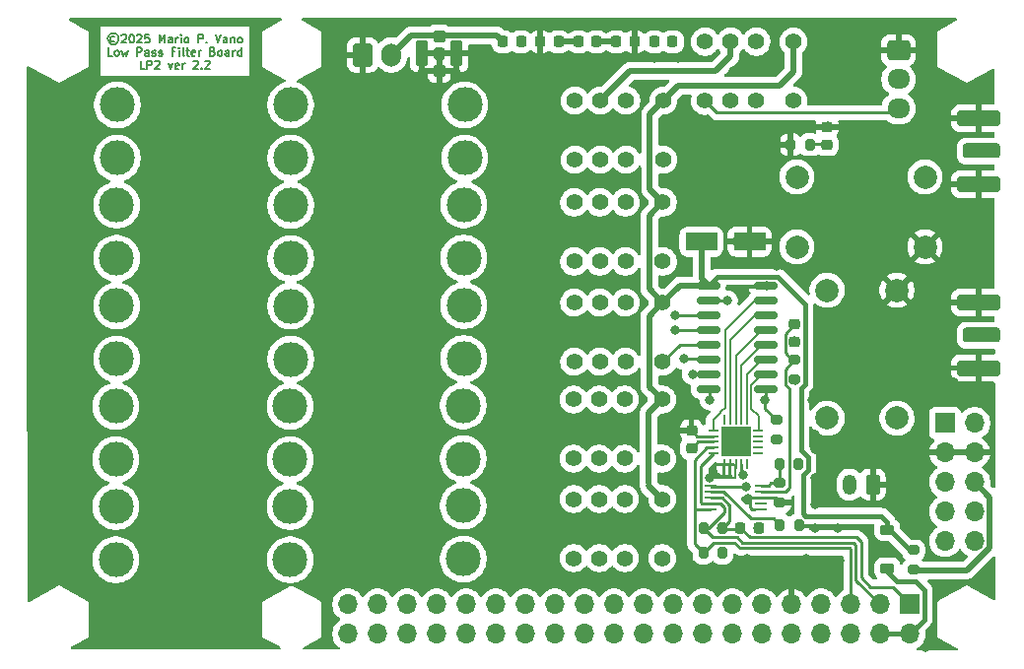
<source format=gbr>
%TF.GenerationSoftware,KiCad,Pcbnew,9.0.0*%
%TF.CreationDate,2025-07-18T17:54:32-05:00*%
%TF.ProjectId,txfilters,74786669-6c74-4657-9273-2e6b69636164,rev?*%
%TF.SameCoordinates,Original*%
%TF.FileFunction,Copper,L1,Top*%
%TF.FilePolarity,Positive*%
%FSLAX46Y46*%
G04 Gerber Fmt 4.6, Leading zero omitted, Abs format (unit mm)*
G04 Created by KiCad (PCBNEW 9.0.0) date 2025-07-18 17:54:32*
%MOMM*%
%LPD*%
G01*
G04 APERTURE LIST*
G04 Aperture macros list*
%AMRoundRect*
0 Rectangle with rounded corners*
0 $1 Rounding radius*
0 $2 $3 $4 $5 $6 $7 $8 $9 X,Y pos of 4 corners*
0 Add a 4 corners polygon primitive as box body*
4,1,4,$2,$3,$4,$5,$6,$7,$8,$9,$2,$3,0*
0 Add four circle primitives for the rounded corners*
1,1,$1+$1,$2,$3*
1,1,$1+$1,$4,$5*
1,1,$1+$1,$6,$7*
1,1,$1+$1,$8,$9*
0 Add four rect primitives between the rounded corners*
20,1,$1+$1,$2,$3,$4,$5,0*
20,1,$1+$1,$4,$5,$6,$7,0*
20,1,$1+$1,$6,$7,$8,$9,0*
20,1,$1+$1,$8,$9,$2,$3,0*%
G04 Aperture macros list end*
%ADD10C,0.150000*%
%TA.AperFunction,NonConductor*%
%ADD11C,0.150000*%
%TD*%
%TA.AperFunction,ComponentPad*%
%ADD12C,1.400000*%
%TD*%
%TA.AperFunction,ComponentPad*%
%ADD13C,3.000000*%
%TD*%
%TA.AperFunction,SMDPad,CuDef*%
%ADD14RoundRect,0.225000X0.250000X-0.225000X0.250000X0.225000X-0.250000X0.225000X-0.250000X-0.225000X0*%
%TD*%
%TA.AperFunction,SMDPad,CuDef*%
%ADD15RoundRect,0.100000X-0.400000X-0.400000X0.400000X-0.400000X0.400000X0.400000X-0.400000X0.400000X0*%
%TD*%
%TA.AperFunction,SMDPad,CuDef*%
%ADD16RoundRect,0.105000X-0.420000X-0.995000X0.420000X-0.995000X0.420000X0.995000X-0.420000X0.995000X0*%
%TD*%
%TA.AperFunction,ComponentPad*%
%ADD17C,2.000000*%
%TD*%
%TA.AperFunction,SMDPad,CuDef*%
%ADD18RoundRect,0.150000X0.825000X0.150000X-0.825000X0.150000X-0.825000X-0.150000X0.825000X-0.150000X0*%
%TD*%
%TA.AperFunction,SMDPad,CuDef*%
%ADD19RoundRect,0.225000X-0.225000X-0.250000X0.225000X-0.250000X0.225000X0.250000X-0.225000X0.250000X0*%
%TD*%
%TA.AperFunction,SMDPad,CuDef*%
%ADD20RoundRect,0.200000X-0.275000X0.200000X-0.275000X-0.200000X0.275000X-0.200000X0.275000X0.200000X0*%
%TD*%
%TA.AperFunction,SMDPad,CuDef*%
%ADD21RoundRect,0.225000X0.225000X0.250000X-0.225000X0.250000X-0.225000X-0.250000X0.225000X-0.250000X0*%
%TD*%
%TA.AperFunction,SMDPad,CuDef*%
%ADD22RoundRect,0.250000X1.350000X-0.385000X1.350000X0.385000X-1.350000X0.385000X-1.350000X-0.385000X0*%
%TD*%
%TA.AperFunction,SMDPad,CuDef*%
%ADD23RoundRect,0.250000X1.600000X-0.425000X1.600000X0.425000X-1.600000X0.425000X-1.600000X-0.425000X0*%
%TD*%
%TA.AperFunction,SMDPad,CuDef*%
%ADD24RoundRect,0.250000X-1.137500X-0.550000X1.137500X-0.550000X1.137500X0.550000X-1.137500X0.550000X0*%
%TD*%
%TA.AperFunction,SMDPad,CuDef*%
%ADD25RoundRect,0.225000X-0.250000X0.225000X-0.250000X-0.225000X0.250000X-0.225000X0.250000X0.225000X0*%
%TD*%
%TA.AperFunction,ComponentPad*%
%ADD26RoundRect,0.250000X0.350000X0.625000X-0.350000X0.625000X-0.350000X-0.625000X0.350000X-0.625000X0*%
%TD*%
%TA.AperFunction,ComponentPad*%
%ADD27O,1.200000X1.750000*%
%TD*%
%TA.AperFunction,SMDPad,CuDef*%
%ADD28RoundRect,0.200000X0.200000X0.275000X-0.200000X0.275000X-0.200000X-0.275000X0.200000X-0.275000X0*%
%TD*%
%TA.AperFunction,ComponentPad*%
%ADD29RoundRect,0.250000X-0.725000X0.600000X-0.725000X-0.600000X0.725000X-0.600000X0.725000X0.600000X0*%
%TD*%
%TA.AperFunction,ComponentPad*%
%ADD30O,1.950000X1.700000*%
%TD*%
%TA.AperFunction,SMDPad,CuDef*%
%ADD31RoundRect,0.218750X0.218750X0.256250X-0.218750X0.256250X-0.218750X-0.256250X0.218750X-0.256250X0*%
%TD*%
%TA.AperFunction,SMDPad,CuDef*%
%ADD32RoundRect,0.225000X-0.375000X0.225000X-0.375000X-0.225000X0.375000X-0.225000X0.375000X0.225000X0*%
%TD*%
%TA.AperFunction,SMDPad,CuDef*%
%ADD33RoundRect,0.200000X-0.200000X-0.275000X0.200000X-0.275000X0.200000X0.275000X-0.200000X0.275000X0*%
%TD*%
%TA.AperFunction,SMDPad,CuDef*%
%ADD34R,1.100000X0.250000*%
%TD*%
%TA.AperFunction,SMDPad,CuDef*%
%ADD35RoundRect,0.218750X-0.218750X-0.256250X0.218750X-0.256250X0.218750X0.256250X-0.218750X0.256250X0*%
%TD*%
%TA.AperFunction,SMDPad,CuDef*%
%ADD36RoundRect,0.062500X0.062500X-0.350000X0.062500X0.350000X-0.062500X0.350000X-0.062500X-0.350000X0*%
%TD*%
%TA.AperFunction,SMDPad,CuDef*%
%ADD37RoundRect,0.062500X0.350000X-0.062500X0.350000X0.062500X-0.350000X0.062500X-0.350000X-0.062500X0*%
%TD*%
%TA.AperFunction,HeatsinkPad*%
%ADD38R,2.500000X2.500000*%
%TD*%
%TA.AperFunction,ComponentPad*%
%ADD39R,1.700000X1.700000*%
%TD*%
%TA.AperFunction,ComponentPad*%
%ADD40O,1.700000X1.700000*%
%TD*%
%TA.AperFunction,ComponentPad*%
%ADD41RoundRect,0.250000X-0.600000X-0.750000X0.600000X-0.750000X0.600000X0.750000X-0.600000X0.750000X0*%
%TD*%
%TA.AperFunction,ComponentPad*%
%ADD42O,1.700000X2.000000*%
%TD*%
%TA.AperFunction,ViaPad*%
%ADD43C,0.800000*%
%TD*%
%TA.AperFunction,Conductor*%
%ADD44C,0.250000*%
%TD*%
%TA.AperFunction,Conductor*%
%ADD45C,0.200000*%
%TD*%
%TA.AperFunction,Conductor*%
%ADD46C,0.500000*%
%TD*%
%TA.AperFunction,Conductor*%
%ADD47C,0.400000*%
%TD*%
G04 APERTURE END LIST*
D10*
D11*
X108862668Y-102541739D02*
X108796001Y-102508405D01*
X108796001Y-102508405D02*
X108662668Y-102508405D01*
X108662668Y-102508405D02*
X108596001Y-102541739D01*
X108596001Y-102541739D02*
X108529335Y-102608405D01*
X108529335Y-102608405D02*
X108496001Y-102675072D01*
X108496001Y-102675072D02*
X108496001Y-102808405D01*
X108496001Y-102808405D02*
X108529335Y-102875072D01*
X108529335Y-102875072D02*
X108596001Y-102941739D01*
X108596001Y-102941739D02*
X108662668Y-102975072D01*
X108662668Y-102975072D02*
X108796001Y-102975072D01*
X108796001Y-102975072D02*
X108862668Y-102941739D01*
X108729335Y-102275072D02*
X108562668Y-102308405D01*
X108562668Y-102308405D02*
X108396001Y-102408405D01*
X108396001Y-102408405D02*
X108296001Y-102575072D01*
X108296001Y-102575072D02*
X108262668Y-102741739D01*
X108262668Y-102741739D02*
X108296001Y-102908405D01*
X108296001Y-102908405D02*
X108396001Y-103075072D01*
X108396001Y-103075072D02*
X108562668Y-103175072D01*
X108562668Y-103175072D02*
X108729335Y-103208405D01*
X108729335Y-103208405D02*
X108896001Y-103175072D01*
X108896001Y-103175072D02*
X109062668Y-103075072D01*
X109062668Y-103075072D02*
X109162668Y-102908405D01*
X109162668Y-102908405D02*
X109196001Y-102741739D01*
X109196001Y-102741739D02*
X109162668Y-102575072D01*
X109162668Y-102575072D02*
X109062668Y-102408405D01*
X109062668Y-102408405D02*
X108896001Y-102308405D01*
X108896001Y-102308405D02*
X108729335Y-102275072D01*
X109462668Y-102441739D02*
X109496001Y-102408405D01*
X109496001Y-102408405D02*
X109562668Y-102375072D01*
X109562668Y-102375072D02*
X109729335Y-102375072D01*
X109729335Y-102375072D02*
X109796001Y-102408405D01*
X109796001Y-102408405D02*
X109829335Y-102441739D01*
X109829335Y-102441739D02*
X109862668Y-102508405D01*
X109862668Y-102508405D02*
X109862668Y-102575072D01*
X109862668Y-102575072D02*
X109829335Y-102675072D01*
X109829335Y-102675072D02*
X109429335Y-103075072D01*
X109429335Y-103075072D02*
X109862668Y-103075072D01*
X110296002Y-102375072D02*
X110362668Y-102375072D01*
X110362668Y-102375072D02*
X110429335Y-102408405D01*
X110429335Y-102408405D02*
X110462668Y-102441739D01*
X110462668Y-102441739D02*
X110496002Y-102508405D01*
X110496002Y-102508405D02*
X110529335Y-102641739D01*
X110529335Y-102641739D02*
X110529335Y-102808405D01*
X110529335Y-102808405D02*
X110496002Y-102941739D01*
X110496002Y-102941739D02*
X110462668Y-103008405D01*
X110462668Y-103008405D02*
X110429335Y-103041739D01*
X110429335Y-103041739D02*
X110362668Y-103075072D01*
X110362668Y-103075072D02*
X110296002Y-103075072D01*
X110296002Y-103075072D02*
X110229335Y-103041739D01*
X110229335Y-103041739D02*
X110196002Y-103008405D01*
X110196002Y-103008405D02*
X110162668Y-102941739D01*
X110162668Y-102941739D02*
X110129335Y-102808405D01*
X110129335Y-102808405D02*
X110129335Y-102641739D01*
X110129335Y-102641739D02*
X110162668Y-102508405D01*
X110162668Y-102508405D02*
X110196002Y-102441739D01*
X110196002Y-102441739D02*
X110229335Y-102408405D01*
X110229335Y-102408405D02*
X110296002Y-102375072D01*
X110796002Y-102441739D02*
X110829335Y-102408405D01*
X110829335Y-102408405D02*
X110896002Y-102375072D01*
X110896002Y-102375072D02*
X111062669Y-102375072D01*
X111062669Y-102375072D02*
X111129335Y-102408405D01*
X111129335Y-102408405D02*
X111162669Y-102441739D01*
X111162669Y-102441739D02*
X111196002Y-102508405D01*
X111196002Y-102508405D02*
X111196002Y-102575072D01*
X111196002Y-102575072D02*
X111162669Y-102675072D01*
X111162669Y-102675072D02*
X110762669Y-103075072D01*
X110762669Y-103075072D02*
X111196002Y-103075072D01*
X111829336Y-102375072D02*
X111496002Y-102375072D01*
X111496002Y-102375072D02*
X111462669Y-102708405D01*
X111462669Y-102708405D02*
X111496002Y-102675072D01*
X111496002Y-102675072D02*
X111562669Y-102641739D01*
X111562669Y-102641739D02*
X111729336Y-102641739D01*
X111729336Y-102641739D02*
X111796002Y-102675072D01*
X111796002Y-102675072D02*
X111829336Y-102708405D01*
X111829336Y-102708405D02*
X111862669Y-102775072D01*
X111862669Y-102775072D02*
X111862669Y-102941739D01*
X111862669Y-102941739D02*
X111829336Y-103008405D01*
X111829336Y-103008405D02*
X111796002Y-103041739D01*
X111796002Y-103041739D02*
X111729336Y-103075072D01*
X111729336Y-103075072D02*
X111562669Y-103075072D01*
X111562669Y-103075072D02*
X111496002Y-103041739D01*
X111496002Y-103041739D02*
X111462669Y-103008405D01*
X112696002Y-103075072D02*
X112696002Y-102375072D01*
X112696002Y-102375072D02*
X112929336Y-102875072D01*
X112929336Y-102875072D02*
X113162669Y-102375072D01*
X113162669Y-102375072D02*
X113162669Y-103075072D01*
X113796002Y-103075072D02*
X113796002Y-102708405D01*
X113796002Y-102708405D02*
X113762669Y-102641739D01*
X113762669Y-102641739D02*
X113696002Y-102608405D01*
X113696002Y-102608405D02*
X113562669Y-102608405D01*
X113562669Y-102608405D02*
X113496002Y-102641739D01*
X113796002Y-103041739D02*
X113729336Y-103075072D01*
X113729336Y-103075072D02*
X113562669Y-103075072D01*
X113562669Y-103075072D02*
X113496002Y-103041739D01*
X113496002Y-103041739D02*
X113462669Y-102975072D01*
X113462669Y-102975072D02*
X113462669Y-102908405D01*
X113462669Y-102908405D02*
X113496002Y-102841739D01*
X113496002Y-102841739D02*
X113562669Y-102808405D01*
X113562669Y-102808405D02*
X113729336Y-102808405D01*
X113729336Y-102808405D02*
X113796002Y-102775072D01*
X114129335Y-103075072D02*
X114129335Y-102608405D01*
X114129335Y-102741739D02*
X114162669Y-102675072D01*
X114162669Y-102675072D02*
X114196002Y-102641739D01*
X114196002Y-102641739D02*
X114262669Y-102608405D01*
X114262669Y-102608405D02*
X114329335Y-102608405D01*
X114562668Y-103075072D02*
X114562668Y-102608405D01*
X114562668Y-102375072D02*
X114529335Y-102408405D01*
X114529335Y-102408405D02*
X114562668Y-102441739D01*
X114562668Y-102441739D02*
X114596002Y-102408405D01*
X114596002Y-102408405D02*
X114562668Y-102375072D01*
X114562668Y-102375072D02*
X114562668Y-102441739D01*
X114996001Y-103075072D02*
X114929335Y-103041739D01*
X114929335Y-103041739D02*
X114896001Y-103008405D01*
X114896001Y-103008405D02*
X114862668Y-102941739D01*
X114862668Y-102941739D02*
X114862668Y-102741739D01*
X114862668Y-102741739D02*
X114896001Y-102675072D01*
X114896001Y-102675072D02*
X114929335Y-102641739D01*
X114929335Y-102641739D02*
X114996001Y-102608405D01*
X114996001Y-102608405D02*
X115096001Y-102608405D01*
X115096001Y-102608405D02*
X115162668Y-102641739D01*
X115162668Y-102641739D02*
X115196001Y-102675072D01*
X115196001Y-102675072D02*
X115229335Y-102741739D01*
X115229335Y-102741739D02*
X115229335Y-102941739D01*
X115229335Y-102941739D02*
X115196001Y-103008405D01*
X115196001Y-103008405D02*
X115162668Y-103041739D01*
X115162668Y-103041739D02*
X115096001Y-103075072D01*
X115096001Y-103075072D02*
X114996001Y-103075072D01*
X116062667Y-103075072D02*
X116062667Y-102375072D01*
X116062667Y-102375072D02*
X116329334Y-102375072D01*
X116329334Y-102375072D02*
X116396001Y-102408405D01*
X116396001Y-102408405D02*
X116429334Y-102441739D01*
X116429334Y-102441739D02*
X116462667Y-102508405D01*
X116462667Y-102508405D02*
X116462667Y-102608405D01*
X116462667Y-102608405D02*
X116429334Y-102675072D01*
X116429334Y-102675072D02*
X116396001Y-102708405D01*
X116396001Y-102708405D02*
X116329334Y-102741739D01*
X116329334Y-102741739D02*
X116062667Y-102741739D01*
X116762667Y-103008405D02*
X116796001Y-103041739D01*
X116796001Y-103041739D02*
X116762667Y-103075072D01*
X116762667Y-103075072D02*
X116729334Y-103041739D01*
X116729334Y-103041739D02*
X116762667Y-103008405D01*
X116762667Y-103008405D02*
X116762667Y-103075072D01*
X117529333Y-102375072D02*
X117762667Y-103075072D01*
X117762667Y-103075072D02*
X117996000Y-102375072D01*
X118529333Y-103075072D02*
X118529333Y-102708405D01*
X118529333Y-102708405D02*
X118496000Y-102641739D01*
X118496000Y-102641739D02*
X118429333Y-102608405D01*
X118429333Y-102608405D02*
X118296000Y-102608405D01*
X118296000Y-102608405D02*
X118229333Y-102641739D01*
X118529333Y-103041739D02*
X118462667Y-103075072D01*
X118462667Y-103075072D02*
X118296000Y-103075072D01*
X118296000Y-103075072D02*
X118229333Y-103041739D01*
X118229333Y-103041739D02*
X118196000Y-102975072D01*
X118196000Y-102975072D02*
X118196000Y-102908405D01*
X118196000Y-102908405D02*
X118229333Y-102841739D01*
X118229333Y-102841739D02*
X118296000Y-102808405D01*
X118296000Y-102808405D02*
X118462667Y-102808405D01*
X118462667Y-102808405D02*
X118529333Y-102775072D01*
X118862666Y-102608405D02*
X118862666Y-103075072D01*
X118862666Y-102675072D02*
X118896000Y-102641739D01*
X118896000Y-102641739D02*
X118962666Y-102608405D01*
X118962666Y-102608405D02*
X119062666Y-102608405D01*
X119062666Y-102608405D02*
X119129333Y-102641739D01*
X119129333Y-102641739D02*
X119162666Y-102708405D01*
X119162666Y-102708405D02*
X119162666Y-103075072D01*
X119595999Y-103075072D02*
X119529333Y-103041739D01*
X119529333Y-103041739D02*
X119495999Y-103008405D01*
X119495999Y-103008405D02*
X119462666Y-102941739D01*
X119462666Y-102941739D02*
X119462666Y-102741739D01*
X119462666Y-102741739D02*
X119495999Y-102675072D01*
X119495999Y-102675072D02*
X119529333Y-102641739D01*
X119529333Y-102641739D02*
X119595999Y-102608405D01*
X119595999Y-102608405D02*
X119695999Y-102608405D01*
X119695999Y-102608405D02*
X119762666Y-102641739D01*
X119762666Y-102641739D02*
X119795999Y-102675072D01*
X119795999Y-102675072D02*
X119829333Y-102741739D01*
X119829333Y-102741739D02*
X119829333Y-102941739D01*
X119829333Y-102941739D02*
X119795999Y-103008405D01*
X119795999Y-103008405D02*
X119762666Y-103041739D01*
X119762666Y-103041739D02*
X119695999Y-103075072D01*
X119695999Y-103075072D02*
X119595999Y-103075072D01*
X108662668Y-104202033D02*
X108329334Y-104202033D01*
X108329334Y-104202033D02*
X108329334Y-103502033D01*
X108996001Y-104202033D02*
X108929335Y-104168700D01*
X108929335Y-104168700D02*
X108896001Y-104135366D01*
X108896001Y-104135366D02*
X108862668Y-104068700D01*
X108862668Y-104068700D02*
X108862668Y-103868700D01*
X108862668Y-103868700D02*
X108896001Y-103802033D01*
X108896001Y-103802033D02*
X108929335Y-103768700D01*
X108929335Y-103768700D02*
X108996001Y-103735366D01*
X108996001Y-103735366D02*
X109096001Y-103735366D01*
X109096001Y-103735366D02*
X109162668Y-103768700D01*
X109162668Y-103768700D02*
X109196001Y-103802033D01*
X109196001Y-103802033D02*
X109229335Y-103868700D01*
X109229335Y-103868700D02*
X109229335Y-104068700D01*
X109229335Y-104068700D02*
X109196001Y-104135366D01*
X109196001Y-104135366D02*
X109162668Y-104168700D01*
X109162668Y-104168700D02*
X109096001Y-104202033D01*
X109096001Y-104202033D02*
X108996001Y-104202033D01*
X109462668Y-103735366D02*
X109596001Y-104202033D01*
X109596001Y-104202033D02*
X109729334Y-103868700D01*
X109729334Y-103868700D02*
X109862668Y-104202033D01*
X109862668Y-104202033D02*
X109996001Y-103735366D01*
X110796000Y-104202033D02*
X110796000Y-103502033D01*
X110796000Y-103502033D02*
X111062667Y-103502033D01*
X111062667Y-103502033D02*
X111129334Y-103535366D01*
X111129334Y-103535366D02*
X111162667Y-103568700D01*
X111162667Y-103568700D02*
X111196000Y-103635366D01*
X111196000Y-103635366D02*
X111196000Y-103735366D01*
X111196000Y-103735366D02*
X111162667Y-103802033D01*
X111162667Y-103802033D02*
X111129334Y-103835366D01*
X111129334Y-103835366D02*
X111062667Y-103868700D01*
X111062667Y-103868700D02*
X110796000Y-103868700D01*
X111796000Y-104202033D02*
X111796000Y-103835366D01*
X111796000Y-103835366D02*
X111762667Y-103768700D01*
X111762667Y-103768700D02*
X111696000Y-103735366D01*
X111696000Y-103735366D02*
X111562667Y-103735366D01*
X111562667Y-103735366D02*
X111496000Y-103768700D01*
X111796000Y-104168700D02*
X111729334Y-104202033D01*
X111729334Y-104202033D02*
X111562667Y-104202033D01*
X111562667Y-104202033D02*
X111496000Y-104168700D01*
X111496000Y-104168700D02*
X111462667Y-104102033D01*
X111462667Y-104102033D02*
X111462667Y-104035366D01*
X111462667Y-104035366D02*
X111496000Y-103968700D01*
X111496000Y-103968700D02*
X111562667Y-103935366D01*
X111562667Y-103935366D02*
X111729334Y-103935366D01*
X111729334Y-103935366D02*
X111796000Y-103902033D01*
X112096000Y-104168700D02*
X112162667Y-104202033D01*
X112162667Y-104202033D02*
X112296000Y-104202033D01*
X112296000Y-104202033D02*
X112362667Y-104168700D01*
X112362667Y-104168700D02*
X112396000Y-104102033D01*
X112396000Y-104102033D02*
X112396000Y-104068700D01*
X112396000Y-104068700D02*
X112362667Y-104002033D01*
X112362667Y-104002033D02*
X112296000Y-103968700D01*
X112296000Y-103968700D02*
X112196000Y-103968700D01*
X112196000Y-103968700D02*
X112129333Y-103935366D01*
X112129333Y-103935366D02*
X112096000Y-103868700D01*
X112096000Y-103868700D02*
X112096000Y-103835366D01*
X112096000Y-103835366D02*
X112129333Y-103768700D01*
X112129333Y-103768700D02*
X112196000Y-103735366D01*
X112196000Y-103735366D02*
X112296000Y-103735366D01*
X112296000Y-103735366D02*
X112362667Y-103768700D01*
X112662667Y-104168700D02*
X112729334Y-104202033D01*
X112729334Y-104202033D02*
X112862667Y-104202033D01*
X112862667Y-104202033D02*
X112929334Y-104168700D01*
X112929334Y-104168700D02*
X112962667Y-104102033D01*
X112962667Y-104102033D02*
X112962667Y-104068700D01*
X112962667Y-104068700D02*
X112929334Y-104002033D01*
X112929334Y-104002033D02*
X112862667Y-103968700D01*
X112862667Y-103968700D02*
X112762667Y-103968700D01*
X112762667Y-103968700D02*
X112696000Y-103935366D01*
X112696000Y-103935366D02*
X112662667Y-103868700D01*
X112662667Y-103868700D02*
X112662667Y-103835366D01*
X112662667Y-103835366D02*
X112696000Y-103768700D01*
X112696000Y-103768700D02*
X112762667Y-103735366D01*
X112762667Y-103735366D02*
X112862667Y-103735366D01*
X112862667Y-103735366D02*
X112929334Y-103768700D01*
X114029334Y-103835366D02*
X113796000Y-103835366D01*
X113796000Y-104202033D02*
X113796000Y-103502033D01*
X113796000Y-103502033D02*
X114129334Y-103502033D01*
X114396000Y-104202033D02*
X114396000Y-103735366D01*
X114396000Y-103502033D02*
X114362667Y-103535366D01*
X114362667Y-103535366D02*
X114396000Y-103568700D01*
X114396000Y-103568700D02*
X114429334Y-103535366D01*
X114429334Y-103535366D02*
X114396000Y-103502033D01*
X114396000Y-103502033D02*
X114396000Y-103568700D01*
X114829333Y-104202033D02*
X114762667Y-104168700D01*
X114762667Y-104168700D02*
X114729333Y-104102033D01*
X114729333Y-104102033D02*
X114729333Y-103502033D01*
X114996000Y-103735366D02*
X115262667Y-103735366D01*
X115096000Y-103502033D02*
X115096000Y-104102033D01*
X115096000Y-104102033D02*
X115129334Y-104168700D01*
X115129334Y-104168700D02*
X115196000Y-104202033D01*
X115196000Y-104202033D02*
X115262667Y-104202033D01*
X115762667Y-104168700D02*
X115696000Y-104202033D01*
X115696000Y-104202033D02*
X115562667Y-104202033D01*
X115562667Y-104202033D02*
X115496000Y-104168700D01*
X115496000Y-104168700D02*
X115462667Y-104102033D01*
X115462667Y-104102033D02*
X115462667Y-103835366D01*
X115462667Y-103835366D02*
X115496000Y-103768700D01*
X115496000Y-103768700D02*
X115562667Y-103735366D01*
X115562667Y-103735366D02*
X115696000Y-103735366D01*
X115696000Y-103735366D02*
X115762667Y-103768700D01*
X115762667Y-103768700D02*
X115796000Y-103835366D01*
X115796000Y-103835366D02*
X115796000Y-103902033D01*
X115796000Y-103902033D02*
X115462667Y-103968700D01*
X116096000Y-104202033D02*
X116096000Y-103735366D01*
X116096000Y-103868700D02*
X116129334Y-103802033D01*
X116129334Y-103802033D02*
X116162667Y-103768700D01*
X116162667Y-103768700D02*
X116229334Y-103735366D01*
X116229334Y-103735366D02*
X116296000Y-103735366D01*
X117296000Y-103835366D02*
X117396000Y-103868700D01*
X117396000Y-103868700D02*
X117429333Y-103902033D01*
X117429333Y-103902033D02*
X117462666Y-103968700D01*
X117462666Y-103968700D02*
X117462666Y-104068700D01*
X117462666Y-104068700D02*
X117429333Y-104135366D01*
X117429333Y-104135366D02*
X117396000Y-104168700D01*
X117396000Y-104168700D02*
X117329333Y-104202033D01*
X117329333Y-104202033D02*
X117062666Y-104202033D01*
X117062666Y-104202033D02*
X117062666Y-103502033D01*
X117062666Y-103502033D02*
X117296000Y-103502033D01*
X117296000Y-103502033D02*
X117362666Y-103535366D01*
X117362666Y-103535366D02*
X117396000Y-103568700D01*
X117396000Y-103568700D02*
X117429333Y-103635366D01*
X117429333Y-103635366D02*
X117429333Y-103702033D01*
X117429333Y-103702033D02*
X117396000Y-103768700D01*
X117396000Y-103768700D02*
X117362666Y-103802033D01*
X117362666Y-103802033D02*
X117296000Y-103835366D01*
X117296000Y-103835366D02*
X117062666Y-103835366D01*
X117862666Y-104202033D02*
X117796000Y-104168700D01*
X117796000Y-104168700D02*
X117762666Y-104135366D01*
X117762666Y-104135366D02*
X117729333Y-104068700D01*
X117729333Y-104068700D02*
X117729333Y-103868700D01*
X117729333Y-103868700D02*
X117762666Y-103802033D01*
X117762666Y-103802033D02*
X117796000Y-103768700D01*
X117796000Y-103768700D02*
X117862666Y-103735366D01*
X117862666Y-103735366D02*
X117962666Y-103735366D01*
X117962666Y-103735366D02*
X118029333Y-103768700D01*
X118029333Y-103768700D02*
X118062666Y-103802033D01*
X118062666Y-103802033D02*
X118096000Y-103868700D01*
X118096000Y-103868700D02*
X118096000Y-104068700D01*
X118096000Y-104068700D02*
X118062666Y-104135366D01*
X118062666Y-104135366D02*
X118029333Y-104168700D01*
X118029333Y-104168700D02*
X117962666Y-104202033D01*
X117962666Y-104202033D02*
X117862666Y-104202033D01*
X118695999Y-104202033D02*
X118695999Y-103835366D01*
X118695999Y-103835366D02*
X118662666Y-103768700D01*
X118662666Y-103768700D02*
X118595999Y-103735366D01*
X118595999Y-103735366D02*
X118462666Y-103735366D01*
X118462666Y-103735366D02*
X118395999Y-103768700D01*
X118695999Y-104168700D02*
X118629333Y-104202033D01*
X118629333Y-104202033D02*
X118462666Y-104202033D01*
X118462666Y-104202033D02*
X118395999Y-104168700D01*
X118395999Y-104168700D02*
X118362666Y-104102033D01*
X118362666Y-104102033D02*
X118362666Y-104035366D01*
X118362666Y-104035366D02*
X118395999Y-103968700D01*
X118395999Y-103968700D02*
X118462666Y-103935366D01*
X118462666Y-103935366D02*
X118629333Y-103935366D01*
X118629333Y-103935366D02*
X118695999Y-103902033D01*
X119029332Y-104202033D02*
X119029332Y-103735366D01*
X119029332Y-103868700D02*
X119062666Y-103802033D01*
X119062666Y-103802033D02*
X119095999Y-103768700D01*
X119095999Y-103768700D02*
X119162666Y-103735366D01*
X119162666Y-103735366D02*
X119229332Y-103735366D01*
X119762665Y-104202033D02*
X119762665Y-103502033D01*
X119762665Y-104168700D02*
X119695999Y-104202033D01*
X119695999Y-104202033D02*
X119562665Y-104202033D01*
X119562665Y-104202033D02*
X119495999Y-104168700D01*
X119495999Y-104168700D02*
X119462665Y-104135366D01*
X119462665Y-104135366D02*
X119429332Y-104068700D01*
X119429332Y-104068700D02*
X119429332Y-103868700D01*
X119429332Y-103868700D02*
X119462665Y-103802033D01*
X119462665Y-103802033D02*
X119495999Y-103768700D01*
X119495999Y-103768700D02*
X119562665Y-103735366D01*
X119562665Y-103735366D02*
X119695999Y-103735366D01*
X119695999Y-103735366D02*
X119762665Y-103768700D01*
X111429334Y-105328994D02*
X111096000Y-105328994D01*
X111096000Y-105328994D02*
X111096000Y-104628994D01*
X111662667Y-105328994D02*
X111662667Y-104628994D01*
X111662667Y-104628994D02*
X111929334Y-104628994D01*
X111929334Y-104628994D02*
X111996001Y-104662327D01*
X111996001Y-104662327D02*
X112029334Y-104695661D01*
X112029334Y-104695661D02*
X112062667Y-104762327D01*
X112062667Y-104762327D02*
X112062667Y-104862327D01*
X112062667Y-104862327D02*
X112029334Y-104928994D01*
X112029334Y-104928994D02*
X111996001Y-104962327D01*
X111996001Y-104962327D02*
X111929334Y-104995661D01*
X111929334Y-104995661D02*
X111662667Y-104995661D01*
X112329334Y-104695661D02*
X112362667Y-104662327D01*
X112362667Y-104662327D02*
X112429334Y-104628994D01*
X112429334Y-104628994D02*
X112596001Y-104628994D01*
X112596001Y-104628994D02*
X112662667Y-104662327D01*
X112662667Y-104662327D02*
X112696001Y-104695661D01*
X112696001Y-104695661D02*
X112729334Y-104762327D01*
X112729334Y-104762327D02*
X112729334Y-104828994D01*
X112729334Y-104828994D02*
X112696001Y-104928994D01*
X112696001Y-104928994D02*
X112296001Y-105328994D01*
X112296001Y-105328994D02*
X112729334Y-105328994D01*
X113496001Y-104862327D02*
X113662667Y-105328994D01*
X113662667Y-105328994D02*
X113829334Y-104862327D01*
X114362667Y-105295661D02*
X114296000Y-105328994D01*
X114296000Y-105328994D02*
X114162667Y-105328994D01*
X114162667Y-105328994D02*
X114096000Y-105295661D01*
X114096000Y-105295661D02*
X114062667Y-105228994D01*
X114062667Y-105228994D02*
X114062667Y-104962327D01*
X114062667Y-104962327D02*
X114096000Y-104895661D01*
X114096000Y-104895661D02*
X114162667Y-104862327D01*
X114162667Y-104862327D02*
X114296000Y-104862327D01*
X114296000Y-104862327D02*
X114362667Y-104895661D01*
X114362667Y-104895661D02*
X114396000Y-104962327D01*
X114396000Y-104962327D02*
X114396000Y-105028994D01*
X114396000Y-105028994D02*
X114062667Y-105095661D01*
X114696000Y-105328994D02*
X114696000Y-104862327D01*
X114696000Y-104995661D02*
X114729334Y-104928994D01*
X114729334Y-104928994D02*
X114762667Y-104895661D01*
X114762667Y-104895661D02*
X114829334Y-104862327D01*
X114829334Y-104862327D02*
X114896000Y-104862327D01*
X115629333Y-104695661D02*
X115662666Y-104662327D01*
X115662666Y-104662327D02*
X115729333Y-104628994D01*
X115729333Y-104628994D02*
X115896000Y-104628994D01*
X115896000Y-104628994D02*
X115962666Y-104662327D01*
X115962666Y-104662327D02*
X115996000Y-104695661D01*
X115996000Y-104695661D02*
X116029333Y-104762327D01*
X116029333Y-104762327D02*
X116029333Y-104828994D01*
X116029333Y-104828994D02*
X115996000Y-104928994D01*
X115996000Y-104928994D02*
X115596000Y-105328994D01*
X115596000Y-105328994D02*
X116029333Y-105328994D01*
X116329333Y-105262327D02*
X116362667Y-105295661D01*
X116362667Y-105295661D02*
X116329333Y-105328994D01*
X116329333Y-105328994D02*
X116296000Y-105295661D01*
X116296000Y-105295661D02*
X116329333Y-105262327D01*
X116329333Y-105262327D02*
X116329333Y-105328994D01*
X116629333Y-104695661D02*
X116662666Y-104662327D01*
X116662666Y-104662327D02*
X116729333Y-104628994D01*
X116729333Y-104628994D02*
X116896000Y-104628994D01*
X116896000Y-104628994D02*
X116962666Y-104662327D01*
X116962666Y-104662327D02*
X116996000Y-104695661D01*
X116996000Y-104695661D02*
X117029333Y-104762327D01*
X117029333Y-104762327D02*
X117029333Y-104828994D01*
X117029333Y-104828994D02*
X116996000Y-104928994D01*
X116996000Y-104928994D02*
X116596000Y-105328994D01*
X116596000Y-105328994D02*
X117029333Y-105328994D01*
D12*
%TO.P,K6,1*%
%TO.N,Net-(D4-K)*%
X155905000Y-142295000D03*
%TO.P,K6,2*%
%TO.N,Net-(K6-Pad2)*%
X152705000Y-142295000D03*
%TO.P,K6,3*%
%TO.N,Net-(K5-Pad6)*%
X150505000Y-142295000D03*
%TO.P,K6,4*%
%TO.N,Net-(C21-Pad1)*%
X148305000Y-142295000D03*
%TO.P,K6,5*%
%TO.N,Net-(C24-Pad1)*%
X148305000Y-147375000D03*
%TO.P,K6,6*%
%TO.N,Net-(K6-Pad6)*%
X150505000Y-147375000D03*
%TO.P,K6,7*%
%TO.N,Net-(K6-Pad2)*%
X152705000Y-147375000D03*
%TO.P,K6,8*%
%TO.N,Net-(U3-O6)*%
X155905000Y-147375000D03*
%TD*%
D13*
%TO.P,L9,1*%
%TO.N,Net-(C16-Pad1)*%
X109035000Y-125682500D03*
%TO.P,L9,2*%
%TO.N,Net-(C15-Pad1)*%
X109035000Y-130252500D03*
%TD*%
D14*
%TO.P,C27,1*%
%TO.N,Net-(D2-K)*%
X170077000Y-111852000D03*
%TO.P,C27,2*%
%TO.N,GND*%
X170077000Y-110302000D03*
%TD*%
D15*
%TO.P,J8,1,In*%
%TO.N,Net-(J5-Pin_2)*%
X136750000Y-102500000D03*
D16*
%TO.P,J8,2,Ext*%
%TO.N,GND*%
X138225000Y-104000000D03*
D15*
X136750000Y-105500000D03*
D16*
X135275000Y-104000000D03*
%TD*%
D13*
%TO.P,L1,1*%
%TO.N,Net-(C28-Pad1)*%
X138945000Y-108420000D03*
%TO.P,L1,2*%
%TO.N,Net-(C1-Pad1)*%
X138945000Y-112990000D03*
%TD*%
D12*
%TO.P,K1,1*%
%TO.N,Net-(D4-K)*%
X156005000Y-108045000D03*
%TO.P,K1,2*%
%TO.N,Net-(K1-Pad2)*%
X152805000Y-108045000D03*
%TO.P,K1,3*%
%TO.N,Net-(K1-Pad3)*%
X150605000Y-108045000D03*
%TO.P,K1,4*%
%TO.N,Net-(C1-Pad1)*%
X148405000Y-108045000D03*
%TO.P,K1,5*%
%TO.N,Net-(C30-Pad1)*%
X148405000Y-113125000D03*
%TO.P,K1,6*%
%TO.N,Net-(K1-Pad6)*%
X150605000Y-113125000D03*
%TO.P,K1,7*%
%TO.N,Net-(K1-Pad2)*%
X152805000Y-113125000D03*
%TO.P,K1,8*%
%TO.N,Net-(U3-O2)*%
X156005000Y-113125000D03*
%TD*%
D17*
%TO.P,L17,1,1*%
%TO.N,Net-(D1-A)*%
X167485000Y-120615000D03*
%TO.P,L17,2,2*%
%TO.N,GND*%
X178485000Y-120615000D03*
%TO.P,L17,3,3*%
%TO.N,Net-(D2-A)*%
X167485000Y-114615000D03*
%TO.P,L17,4,4*%
%TO.N,Net-(J3-In)*%
X178485000Y-114615000D03*
%TD*%
D13*
%TO.P,L2,1*%
%TO.N,Net-(C29-Pad1)*%
X123985000Y-108420000D03*
%TO.P,L2,2*%
%TO.N,Net-(C28-Pad1)*%
X123985000Y-112990000D03*
%TD*%
%TO.P,L3,1*%
%TO.N,Net-(C30-Pad1)*%
X109105000Y-108420000D03*
%TO.P,L3,2*%
%TO.N,Net-(C29-Pad1)*%
X109105000Y-112990000D03*
%TD*%
D12*
%TO.P,K5,1*%
%TO.N,Net-(D4-K)*%
X155895000Y-133732500D03*
%TO.P,K5,2*%
%TO.N,Net-(K5-Pad2)*%
X152695000Y-133732500D03*
%TO.P,K5,3*%
%TO.N,Net-(K4-Pad6)*%
X150495000Y-133732500D03*
%TO.P,K5,4*%
%TO.N,Net-(C17-Pad1)*%
X148295000Y-133732500D03*
%TO.P,K5,5*%
%TO.N,Net-(C20-Pad1)*%
X148295000Y-138812500D03*
%TO.P,K5,6*%
%TO.N,Net-(K5-Pad6)*%
X150495000Y-138812500D03*
%TO.P,K5,7*%
%TO.N,Net-(K5-Pad2)*%
X152695000Y-138812500D03*
%TO.P,K5,8*%
%TO.N,Net-(U3-O5)*%
X155895000Y-138812500D03*
%TD*%
D18*
%TO.P,U3,1,I1*%
%TO.N,Net-(J7-Pin_2)*%
X164830000Y-132830000D03*
%TO.P,U3,2,I2*%
%TO.N,Net-(U2-GP1)*%
X164830000Y-131560000D03*
%TO.P,U3,3,I3*%
%TO.N,Net-(U2-GP2)*%
X164830000Y-130290000D03*
%TO.P,U3,4,I4*%
%TO.N,Net-(U2-GP3)*%
X164830000Y-129020000D03*
%TO.P,U3,5,I5*%
%TO.N,Net-(U2-GP4)*%
X164830000Y-127750000D03*
%TO.P,U3,6,I6*%
%TO.N,Net-(U2-GP5)*%
X164830000Y-126480000D03*
%TO.P,U3,7,I7*%
%TO.N,Net-(U2-GP7)*%
X164830000Y-125210000D03*
%TO.P,U3,8,GND*%
%TO.N,GND*%
X164830000Y-123940000D03*
%TO.P,U3,9,COM*%
%TO.N,Net-(D4-K)*%
X159880000Y-123940000D03*
%TO.P,U3,10,O7*%
%TO.N,Net-(U3-O1)*%
X159880000Y-125210000D03*
%TO.P,U3,11,O6*%
%TO.N,Net-(U3-O6)*%
X159880000Y-126480000D03*
%TO.P,U3,12,O5*%
%TO.N,Net-(U3-O5)*%
X159880000Y-127750000D03*
%TO.P,U3,13,O4*%
%TO.N,Net-(U3-O4)*%
X159880000Y-129020000D03*
%TO.P,U3,14,O3*%
%TO.N,Net-(U3-O3)*%
X159880000Y-130290000D03*
%TO.P,U3,15,O2*%
%TO.N,Net-(U3-O2)*%
X159880000Y-131560000D03*
%TO.P,U3,16,O1*%
%TO.N,Net-(U3-O1)*%
X159880000Y-132830000D03*
%TD*%
D19*
%TO.P,C3,1*%
%TO.N,Net-(J1-Pin_1)*%
X162630000Y-144775000D03*
%TO.P,C3,2*%
%TO.N,GND*%
X164180000Y-144775000D03*
%TD*%
D20*
%TO.P,R11,1*%
%TO.N,Net-(D4-K)*%
X177500000Y-146675000D03*
%TO.P,R11,2*%
%TO.N,Net-(J4-Pin_6)*%
X177500000Y-148325000D03*
%TD*%
D21*
%TO.P,C47,1*%
%TO.N,Net-(C47-Pad1)*%
X156800000Y-103000000D03*
%TO.P,C47,2*%
%TO.N,Net-(C47-Pad2)*%
X155250000Y-103000000D03*
%TD*%
%TO.P,C48,1*%
%TO.N,Net-(C47-Pad2)*%
X150275000Y-103000000D03*
%TO.P,C48,2*%
%TO.N,Net-(C48-Pad2)*%
X148725000Y-103000000D03*
%TD*%
D22*
%TO.P,J3,1,In*%
%TO.N,Net-(J3-In)*%
X183337500Y-128205000D03*
D23*
%TO.P,J3,2,Ext*%
%TO.N,GND*%
X183087500Y-125380000D03*
X183087500Y-131030000D03*
%TD*%
D13*
%TO.P,L6,1*%
%TO.N,Net-(C12-Pad1)*%
X109035000Y-117021250D03*
%TO.P,L6,2*%
%TO.N,Net-(C11-Pad1)*%
X109035000Y-121591250D03*
%TD*%
D24*
%TO.P,C6,1*%
%TO.N,Net-(D4-K)*%
X159286500Y-120163000D03*
%TO.P,C6,2*%
%TO.N,GND*%
X163411500Y-120163000D03*
%TD*%
D25*
%TO.P,C26,1*%
%TO.N,Net-(D1-K)*%
X167285000Y-127224000D03*
%TO.P,C26,2*%
%TO.N,GND*%
X167285000Y-128774000D03*
%TD*%
D13*
%TO.P,L15,1*%
%TO.N,Net-(C24-Pad1)*%
X108985000Y-142929000D03*
%TO.P,L15,2*%
%TO.N,Net-(C23-Pad1)*%
X108985000Y-147499000D03*
%TD*%
D20*
%TO.P,R10,1*%
%TO.N,Net-(J7-Pin_2)*%
X165750000Y-135500000D03*
%TO.P,R10,2*%
%TO.N,GND*%
X165750000Y-137150000D03*
%TD*%
D17*
%TO.P,L16,1,1*%
%TO.N,Net-(J3-In)*%
X176075000Y-135345000D03*
%TO.P,L16,2,2*%
%TO.N,GND*%
X176075000Y-124345000D03*
%TO.P,L16,3,3*%
%TO.N,Net-(K6-Pad6)*%
X170075000Y-135345000D03*
%TO.P,L16,4,4*%
%TO.N,Net-(D1-A)*%
X170075000Y-124345000D03*
%TD*%
D20*
%TO.P,R2,1*%
%TO.N,Net-(D1-K)*%
X167285000Y-130348000D03*
%TO.P,R2,2*%
%TO.N,GND*%
X167285000Y-131998000D03*
%TD*%
D26*
%TO.P,J7,1,Pin_1*%
%TO.N,GND*%
X174000000Y-141050000D03*
D27*
%TO.P,J7,2,Pin_2*%
%TO.N,Net-(J7-Pin_2)*%
X172000000Y-141050000D03*
%TD*%
D20*
%TO.P,R3,1*%
%TO.N,Net-(U1-AIN1)*%
X166023000Y-140929000D03*
%TO.P,R3,2*%
%TO.N,GND*%
X166023000Y-142579000D03*
%TD*%
D22*
%TO.P,J2,1,In*%
%TO.N,Net-(J2-In)*%
X183337500Y-112395000D03*
D23*
%TO.P,J2,2,Ext*%
%TO.N,GND*%
X183087500Y-109570000D03*
X183087500Y-115220000D03*
%TD*%
D28*
%TO.P,R4,1*%
%TO.N,Net-(J4-Pin_6)*%
X167610000Y-139255000D03*
%TO.P,R4,2*%
%TO.N,Net-(U1-AIN1)*%
X165960000Y-139255000D03*
%TD*%
D13*
%TO.P,L11,1*%
%TO.N,Net-(C19-Pad1)*%
X123935000Y-134325250D03*
%TO.P,L11,2*%
%TO.N,Net-(C18-Pad1)*%
X123935000Y-138895250D03*
%TD*%
%TO.P,L7,1*%
%TO.N,Net-(C14-Pad1)*%
X138875000Y-125652500D03*
%TO.P,L7,2*%
%TO.N,Net-(C13-Pad1)*%
X138875000Y-130222500D03*
%TD*%
D29*
%TO.P,J6,1,Pin_1*%
%TO.N,GND*%
X176203000Y-103713000D03*
D30*
%TO.P,J6,2,Pin_2*%
%TO.N,Net-(J2-In)*%
X176203000Y-106213000D03*
%TO.P,J6,3,Pin_3*%
%TO.N,Net-(J6-Pin_3)*%
X176203000Y-108713000D03*
%TD*%
D31*
%TO.P,L19,1*%
%TO.N,Net-(C48-Pad2)*%
X147000000Y-103000000D03*
%TO.P,L19,2*%
%TO.N,GND*%
X145425000Y-103000000D03*
%TD*%
D12*
%TO.P,K2,1*%
%TO.N,Net-(D4-K)*%
X167185000Y-102985000D03*
%TO.P,K2,2*%
%TO.N,Net-(C47-Pad1)*%
X163985000Y-102985000D03*
%TO.P,K2,3*%
%TO.N,Net-(K1-Pad3)*%
X161785000Y-102985000D03*
%TO.P,K2,4*%
%TO.N,Net-(J2-In)*%
X159585000Y-102985000D03*
%TO.P,K2,5*%
%TO.N,Net-(J6-Pin_3)*%
X159585000Y-108065000D03*
%TO.P,K2,6*%
%TO.N,GND*%
X161785000Y-108065000D03*
%TO.P,K2,7*%
%TO.N,unconnected-(K2-Pad7)*%
X163985000Y-108065000D03*
%TO.P,K2,8*%
%TO.N,Net-(U3-O1)*%
X167185000Y-108065000D03*
%TD*%
D21*
%TO.P,C49,1*%
%TO.N,Net-(C48-Pad2)*%
X143775000Y-103000000D03*
%TO.P,C49,2*%
%TO.N,Net-(J5-Pin_2)*%
X142225000Y-103000000D03*
%TD*%
D32*
%TO.P,D4,1,K*%
%TO.N,Net-(D4-K)*%
X175250000Y-144950000D03*
%TO.P,D4,2,A*%
%TO.N,Net-(D4-A)*%
X175250000Y-148250000D03*
%TD*%
D13*
%TO.P,L4,1*%
%TO.N,Net-(C10-Pad1)*%
X138875000Y-117006250D03*
%TO.P,L4,2*%
%TO.N,Net-(C31-Pad1)*%
X138875000Y-121576250D03*
%TD*%
%TO.P,L8,1*%
%TO.N,Net-(C15-Pad1)*%
X123995000Y-125697500D03*
%TO.P,L8,2*%
%TO.N,Net-(C14-Pad1)*%
X123995000Y-130267500D03*
%TD*%
%TO.P,L12,1*%
%TO.N,Net-(C20-Pad1)*%
X108975000Y-134317750D03*
%TO.P,L12,2*%
%TO.N,Net-(C19-Pad1)*%
X108975000Y-138887750D03*
%TD*%
D33*
%TO.P,R9,1*%
%TO.N,Net-(U1-AIN3)*%
X166000000Y-144500000D03*
%TO.P,R9,2*%
%TO.N,GND*%
X167650000Y-144500000D03*
%TD*%
D12*
%TO.P,K3,1*%
%TO.N,Net-(D4-K)*%
X155955000Y-116787500D03*
%TO.P,K3,2*%
%TO.N,Net-(K3-Pad2)*%
X152755000Y-116787500D03*
%TO.P,K3,3*%
%TO.N,Net-(K1-Pad6)*%
X150555000Y-116787500D03*
%TO.P,K3,4*%
%TO.N,Net-(C31-Pad1)*%
X148355000Y-116787500D03*
%TO.P,K3,5*%
%TO.N,Net-(C12-Pad1)*%
X148355000Y-121867500D03*
%TO.P,K3,6*%
%TO.N,Net-(K3-Pad6)*%
X150555000Y-121867500D03*
%TO.P,K3,7*%
%TO.N,Net-(K3-Pad2)*%
X152755000Y-121867500D03*
%TO.P,K3,8*%
%TO.N,Net-(U3-O3)*%
X155955000Y-121867500D03*
%TD*%
D28*
%TO.P,R1,1*%
%TO.N,Net-(J1-Pin_1)*%
X161080000Y-144773000D03*
%TO.P,R1,2*%
%TO.N,Net-(J1-Pin_3)*%
X159430000Y-144773000D03*
%TD*%
D13*
%TO.P,L13,1*%
%TO.N,Net-(C22-Pad1)*%
X138825000Y-142869000D03*
%TO.P,L13,2*%
%TO.N,Net-(C21-Pad1)*%
X138825000Y-147439000D03*
%TD*%
D34*
%TO.P,U1,1,ADDR*%
%TO.N,GND*%
X164405000Y-143175000D03*
%TO.P,U1,2,ALERT/RDY*%
%TO.N,unconnected-(U1-ALERT{slash}RDY-Pad2)*%
X164405000Y-142675000D03*
%TO.P,U1,3,GND*%
%TO.N,GND*%
X164405000Y-142175000D03*
%TO.P,U1,4,AIN0*%
%TO.N,Net-(D1-K)*%
X164405000Y-141675000D03*
%TO.P,U1,5,AIN1*%
%TO.N,Net-(U1-AIN1)*%
X164405000Y-141175000D03*
%TO.P,U1,6,AIN2*%
%TO.N,Net-(D2-K)*%
X160105000Y-141175000D03*
%TO.P,U1,7,AIN3*%
%TO.N,Net-(U1-AIN3)*%
X160105000Y-141675000D03*
%TO.P,U1,8,VDD*%
%TO.N,Net-(J1-Pin_1)*%
X160105000Y-142175000D03*
%TO.P,U1,9,SDA*%
%TO.N,Net-(J1-Pin_3)*%
X160105000Y-142675000D03*
%TO.P,U1,10,SCL*%
%TO.N,Net-(J1-Pin_5)*%
X160105000Y-143175000D03*
%TD*%
D13*
%TO.P,L14,1*%
%TO.N,Net-(C23-Pad1)*%
X123945000Y-142929000D03*
%TO.P,L14,2*%
%TO.N,Net-(C22-Pad1)*%
X123945000Y-147499000D03*
%TD*%
%TO.P,L5,1*%
%TO.N,Net-(C11-Pad1)*%
X123995000Y-117043750D03*
%TO.P,L5,2*%
%TO.N,Net-(C10-Pad1)*%
X123995000Y-121613750D03*
%TD*%
D35*
%TO.P,L18,1*%
%TO.N,Net-(C47-Pad2)*%
X151962500Y-103000000D03*
%TO.P,L18,2*%
%TO.N,GND*%
X153537500Y-103000000D03*
%TD*%
D12*
%TO.P,K4,1*%
%TO.N,Net-(D4-K)*%
X155955000Y-125400000D03*
%TO.P,K4,2*%
%TO.N,Net-(K4-Pad2)*%
X152755000Y-125400000D03*
%TO.P,K4,3*%
%TO.N,Net-(K3-Pad6)*%
X150555000Y-125400000D03*
%TO.P,K4,4*%
%TO.N,Net-(C13-Pad1)*%
X148355000Y-125400000D03*
%TO.P,K4,5*%
%TO.N,Net-(C16-Pad1)*%
X148355000Y-130480000D03*
%TO.P,K4,6*%
%TO.N,Net-(K4-Pad6)*%
X150555000Y-130480000D03*
%TO.P,K4,7*%
%TO.N,Net-(K4-Pad2)*%
X152755000Y-130480000D03*
%TO.P,K4,8*%
%TO.N,Net-(U3-O4)*%
X155955000Y-130480000D03*
%TD*%
D36*
%TO.P,U2,1,A2*%
%TO.N,GND*%
X161225000Y-139312500D03*
%TO.P,U2,2,A1*%
X161725000Y-139312500D03*
%TO.P,U2,3,A0*%
X162225000Y-139312500D03*
%TO.P,U2,4,~{RESET}*%
%TO.N,Net-(J1-Pin_1)*%
X162725000Y-139312500D03*
%TO.P,U2,5,NC*%
%TO.N,unconnected-(U2-NC-Pad5)*%
X163225000Y-139312500D03*
D37*
%TO.P,U2,6,NC*%
%TO.N,unconnected-(U2-NC-Pad6)*%
X164162500Y-138375000D03*
%TO.P,U2,7,INT*%
%TO.N,unconnected-(U2-INT-Pad7)*%
X164162500Y-137875000D03*
%TO.P,U2,8,NC*%
%TO.N,unconnected-(U2-NC-Pad8)*%
X164162500Y-137375000D03*
%TO.P,U2,9,GP0*%
%TO.N,unconnected-(U2-GP0-Pad9)*%
X164162500Y-136875000D03*
%TO.P,U2,10,GP1*%
%TO.N,Net-(U2-GP1)*%
X164162500Y-136375000D03*
D36*
%TO.P,U2,11,GP2*%
%TO.N,Net-(U2-GP2)*%
X163225000Y-135437500D03*
%TO.P,U2,12,GP3*%
%TO.N,Net-(U2-GP3)*%
X162725000Y-135437500D03*
%TO.P,U2,13,GP4*%
%TO.N,Net-(U2-GP4)*%
X162225000Y-135437500D03*
%TO.P,U2,14,GP5*%
%TO.N,Net-(U2-GP5)*%
X161725000Y-135437500D03*
%TO.P,U2,15,GP6*%
%TO.N,unconnected-(U2-GP6-Pad15)*%
X161225000Y-135437500D03*
D37*
%TO.P,U2,16,GP7*%
%TO.N,Net-(U2-GP7)*%
X160287500Y-136375000D03*
%TO.P,U2,17,VSS*%
%TO.N,GND*%
X160287500Y-136875000D03*
%TO.P,U2,18,VDD*%
%TO.N,Net-(J1-Pin_1)*%
X160287500Y-137375000D03*
%TO.P,U2,19,SCL*%
%TO.N,Net-(J1-Pin_5)*%
X160287500Y-137875000D03*
%TO.P,U2,20,SDA*%
%TO.N,Net-(J1-Pin_3)*%
X160287500Y-138375000D03*
D38*
%TO.P,U2,21,PAD*%
%TO.N,unconnected-(U2-PAD-Pad21)*%
X162225000Y-137375000D03*
%TD*%
D28*
%TO.P,R7,1*%
%TO.N,Net-(D2-K)*%
X168596000Y-111839000D03*
%TO.P,R7,2*%
%TO.N,GND*%
X166946000Y-111839000D03*
%TD*%
D14*
%TO.P,C2,1*%
%TO.N,Net-(J1-Pin_1)*%
X158415000Y-137940000D03*
%TO.P,C2,2*%
%TO.N,GND*%
X158415000Y-136390000D03*
%TD*%
D28*
%TO.P,R8,1*%
%TO.N,Net-(J1-Pin_1)*%
X161080000Y-146902000D03*
%TO.P,R8,2*%
%TO.N,Net-(J1-Pin_5)*%
X159430000Y-146902000D03*
%TD*%
D13*
%TO.P,L10,1*%
%TO.N,Net-(C18-Pad1)*%
X138815000Y-134272750D03*
%TO.P,L10,2*%
%TO.N,Net-(C17-Pad1)*%
X138815000Y-138842750D03*
%TD*%
D39*
%TO.P,J4,1,Pin_1*%
%TO.N,unconnected-(J4-Pin_1-Pad1)*%
X180200000Y-135753600D03*
D40*
%TO.P,J4,2,Pin_2*%
%TO.N,unconnected-(J4-Pin_2-Pad2)*%
X182740000Y-135753600D03*
%TO.P,J4,3,Pin_3*%
%TO.N,GND*%
X180200000Y-138293600D03*
%TO.P,J4,4,Pin_4*%
X182740000Y-138293600D03*
%TO.P,J4,5,Pin_5*%
%TO.N,unconnected-(J4-Pin_5-Pad5)*%
X180200000Y-140833600D03*
%TO.P,J4,6,Pin_6*%
%TO.N,Net-(J4-Pin_6)*%
X182740000Y-140833600D03*
%TO.P,J4,7,Pin_7*%
%TO.N,unconnected-(J4-Pin_7-Pad7)*%
X180200000Y-143373600D03*
%TO.P,J4,8,Pin_8*%
%TO.N,GND*%
X182740000Y-143373600D03*
%TO.P,J4,9,Pin_9*%
%TO.N,unconnected-(J4-Pin_9-Pad9)*%
X180200000Y-145913600D03*
%TO.P,J4,10,Pin_10*%
%TO.N,unconnected-(J4-Pin_10-Pad10)*%
X182740000Y-145913600D03*
%TD*%
D41*
%TO.P,J5,1,Pin_1*%
%TO.N,GND*%
X130149000Y-104135000D03*
D42*
%TO.P,J5,2,Pin_2*%
%TO.N,Net-(J5-Pin_2)*%
X132649000Y-104135000D03*
%TD*%
D39*
%TO.P,J1,1,Pin_1*%
%TO.N,Net-(J1-Pin_1)*%
X177180000Y-151330000D03*
D40*
%TO.P,J1,2,Pin_2*%
%TO.N,Net-(D4-A)*%
X177180000Y-153870000D03*
%TO.P,J1,3,Pin_3*%
%TO.N,Net-(J1-Pin_3)*%
X174640000Y-151330000D03*
%TO.P,J1,4,Pin_4*%
%TO.N,Net-(D4-A)*%
X174640000Y-153870000D03*
%TO.P,J1,5,Pin_5*%
%TO.N,Net-(J1-Pin_5)*%
X172100000Y-151330000D03*
%TO.P,J1,6,Pin_6*%
%TO.N,GND*%
X172100000Y-153870000D03*
%TO.P,J1,7,Pin_7*%
%TO.N,unconnected-(J1-Pin_7-Pad7)*%
X169560000Y-151330000D03*
%TO.P,J1,8,Pin_8*%
%TO.N,unconnected-(J1-Pin_8-Pad8)*%
X169560000Y-153870000D03*
%TO.P,J1,9,Pin_9*%
%TO.N,GND*%
X167020000Y-151330000D03*
%TO.P,J1,10,Pin_10*%
%TO.N,unconnected-(J1-Pin_10-Pad10)*%
X167020000Y-153870000D03*
%TO.P,J1,11,Pin_11*%
%TO.N,unconnected-(J1-Pin_11-Pad11)*%
X164480000Y-151330000D03*
%TO.P,J1,12,Pin_12*%
%TO.N,unconnected-(J1-Pin_12-Pad12)*%
X164480000Y-153870000D03*
%TO.P,J1,13,Pin_13*%
%TO.N,unconnected-(J1-Pin_13-Pad13)*%
X161940000Y-151330000D03*
%TO.P,J1,14,Pin_14*%
%TO.N,unconnected-(J1-Pin_14-Pad14)*%
X161940000Y-153870000D03*
%TO.P,J1,15,Pin_15*%
%TO.N,unconnected-(J1-Pin_15-Pad15)*%
X159400000Y-151330000D03*
%TO.P,J1,16,Pin_16*%
%TO.N,unconnected-(J1-Pin_16-Pad16)*%
X159400000Y-153870000D03*
%TO.P,J1,17,Pin_17*%
%TO.N,unconnected-(J1-Pin_17-Pad17)*%
X156860000Y-151330000D03*
%TO.P,J1,18,Pin_18*%
%TO.N,unconnected-(J1-Pin_18-Pad18)*%
X156860000Y-153870000D03*
%TO.P,J1,19,Pin_19*%
%TO.N,unconnected-(J1-Pin_19-Pad19)*%
X154320000Y-151330000D03*
%TO.P,J1,20,Pin_20*%
%TO.N,unconnected-(J1-Pin_20-Pad20)*%
X154320000Y-153870000D03*
%TO.P,J1,21,Pin_21*%
%TO.N,unconnected-(J1-Pin_21-Pad21)*%
X151780000Y-151330000D03*
%TO.P,J1,22,Pin_22*%
%TO.N,unconnected-(J1-Pin_22-Pad22)*%
X151780000Y-153870000D03*
%TO.P,J1,23,Pin_23*%
%TO.N,unconnected-(J1-Pin_23-Pad23)*%
X149240000Y-151330000D03*
%TO.P,J1,24,Pin_24*%
%TO.N,unconnected-(J1-Pin_24-Pad24)*%
X149240000Y-153870000D03*
%TO.P,J1,25,Pin_25*%
%TO.N,unconnected-(J1-Pin_25-Pad25)*%
X146700000Y-151330000D03*
%TO.P,J1,26,Pin_26*%
%TO.N,unconnected-(J1-Pin_26-Pad26)*%
X146700000Y-153870000D03*
%TO.P,J1,27,Pin_27*%
%TO.N,unconnected-(J1-Pin_27-Pad27)*%
X144160000Y-151330000D03*
%TO.P,J1,28,Pin_28*%
%TO.N,unconnected-(J1-Pin_28-Pad28)*%
X144160000Y-153870000D03*
%TO.P,J1,29,Pin_29*%
%TO.N,unconnected-(J1-Pin_29-Pad29)*%
X141620000Y-151330000D03*
%TO.P,J1,30,Pin_30*%
%TO.N,unconnected-(J1-Pin_30-Pad30)*%
X141620000Y-153870000D03*
%TO.P,J1,31,Pin_31*%
%TO.N,unconnected-(J1-Pin_31-Pad31)*%
X139080000Y-151330000D03*
%TO.P,J1,32,Pin_32*%
%TO.N,unconnected-(J1-Pin_32-Pad32)*%
X139080000Y-153870000D03*
%TO.P,J1,33,Pin_33*%
%TO.N,unconnected-(J1-Pin_33-Pad33)*%
X136540000Y-151330000D03*
%TO.P,J1,34,Pin_34*%
%TO.N,unconnected-(J1-Pin_34-Pad34)*%
X136540000Y-153870000D03*
%TO.P,J1,35,Pin_35*%
%TO.N,unconnected-(J1-Pin_35-Pad35)*%
X134000000Y-151330000D03*
%TO.P,J1,36,Pin_36*%
%TO.N,unconnected-(J1-Pin_36-Pad36)*%
X134000000Y-153870000D03*
%TO.P,J1,37,Pin_37*%
%TO.N,unconnected-(J1-Pin_37-Pad37)*%
X131460000Y-151330000D03*
%TO.P,J1,38,Pin_38*%
%TO.N,unconnected-(J1-Pin_38-Pad38)*%
X131460000Y-153870000D03*
%TO.P,J1,39,Pin_39*%
%TO.N,unconnected-(J1-Pin_39-Pad39)*%
X128920000Y-151330000D03*
%TO.P,J1,40,Pin_40*%
%TO.N,unconnected-(J1-Pin_40-Pad40)*%
X128920000Y-153870000D03*
%TD*%
D43*
%TO.N,GND*%
X144526000Y-121666000D03*
X114554000Y-150876000D03*
X144399000Y-113157000D03*
X165750000Y-137150000D03*
X171500000Y-103500000D03*
X144250000Y-104500000D03*
X144250000Y-101616000D03*
X129540000Y-113284000D03*
X174000000Y-104250000D03*
X170180000Y-117602000D03*
X162000000Y-105500000D03*
X149606000Y-119126000D03*
X169000000Y-144750000D03*
X152500000Y-104500000D03*
X103124000Y-147320000D03*
X174000000Y-133750000D03*
X153250000Y-101500000D03*
X167280000Y-128716000D03*
X168750000Y-103500000D03*
X171750000Y-134000000D03*
X114554000Y-139192000D03*
X183087500Y-109570000D03*
X179324000Y-110998000D03*
X150622000Y-149733000D03*
X103124000Y-113284000D03*
X155250000Y-104400000D03*
X114554000Y-134366000D03*
X144526000Y-139192000D03*
X177546000Y-137668000D03*
X103124000Y-116840000D03*
X103124000Y-134112000D03*
X178054000Y-109982000D03*
X149606000Y-128016000D03*
X129540000Y-139192000D03*
X149750000Y-104500000D03*
X147250000Y-104500000D03*
X144399000Y-147828000D03*
X160528000Y-149733000D03*
X170180000Y-129794000D03*
X135225000Y-105664000D03*
X129540000Y-147828000D03*
X165500000Y-105500000D03*
X175500000Y-120750000D03*
X169000000Y-136750000D03*
X171500000Y-105750000D03*
X114554000Y-113284000D03*
X165735000Y-149733000D03*
X144399000Y-110109000D03*
X167650000Y-144500000D03*
X164860000Y-123990000D03*
X179750000Y-133500000D03*
X129540000Y-145288000D03*
X163195000Y-147447000D03*
X129540000Y-127889000D03*
X171000000Y-144750000D03*
X183087500Y-131030000D03*
X144526000Y-119126000D03*
X144526000Y-127381000D03*
X172000000Y-137250000D03*
X103124000Y-121412000D03*
X181102000Y-108077000D03*
X103124000Y-130302000D03*
X114554000Y-108458000D03*
X155702000Y-149733000D03*
X183087500Y-125380000D03*
X167386000Y-132080000D03*
X129540000Y-136144000D03*
X179750000Y-129750000D03*
X114554000Y-147574000D03*
X164120000Y-144780000D03*
X103378000Y-108458000D03*
X149606000Y-144780000D03*
X177546000Y-140970000D03*
X169000000Y-142750000D03*
X129540000Y-119126000D03*
X168275000Y-147447000D03*
X114554000Y-130302000D03*
X144526000Y-136144000D03*
X129540000Y-110744000D03*
X103124000Y-142748000D03*
X181000000Y-132250000D03*
X165500000Y-103500000D03*
X165750000Y-117750000D03*
X169000000Y-140500000D03*
X160000000Y-140449998D03*
X163322000Y-142240000D03*
X158440000Y-136420000D03*
X179750000Y-126500000D03*
X103124000Y-125476000D03*
X138225000Y-105664000D03*
X171000000Y-137250000D03*
X144526000Y-130048000D03*
X114554000Y-117094000D03*
X168750000Y-133750000D03*
X127000000Y-150876000D03*
X144399000Y-144780000D03*
X178500000Y-117500000D03*
X114554000Y-142748000D03*
X169000000Y-138000000D03*
X162306000Y-120142000D03*
X179750000Y-123500000D03*
X157250000Y-104400000D03*
X129540000Y-121920000D03*
X149606000Y-110744000D03*
X177546000Y-144750000D03*
X171196000Y-147574000D03*
X170180000Y-110236000D03*
X168750000Y-105750000D03*
X175514000Y-129794000D03*
X170815000Y-149733000D03*
X114554000Y-121666000D03*
X129540000Y-130556000D03*
X179324000Y-106553000D03*
X183087500Y-115220000D03*
X175514000Y-117602000D03*
X174000000Y-106500000D03*
X178500000Y-155000000D03*
X149606000Y-136398000D03*
X114554000Y-125730000D03*
X165750000Y-122250000D03*
X177750000Y-131500000D03*
X174000000Y-137250000D03*
X103124000Y-139192000D03*
%TO.N,Net-(J1-Pin_1)*%
X161080000Y-146902000D03*
X162853803Y-140249737D03*
X161036000Y-144780000D03*
X158415000Y-137940000D03*
%TO.N,Net-(J4-Pin_6)*%
X167610000Y-139255000D03*
%TO.N,Net-(U3-O6)*%
X157000000Y-126500000D03*
%TO.N,Net-(U3-O5)*%
X157012653Y-127750000D03*
%TO.N,Net-(U3-O3)*%
X157737653Y-130250000D03*
%TO.N,Net-(D1-K)*%
X167386000Y-127254000D03*
%TO.N,Net-(D2-K)*%
X163080126Y-141225000D03*
X168656000Y-111760000D03*
%TO.N,Net-(U3-O1)*%
X161500000Y-125250000D03*
X160000000Y-133750000D03*
%TO.N,Net-(J7-Pin_2)*%
X164750000Y-133750000D03*
%TO.N,Net-(U3-O2)*%
X158500000Y-131560000D03*
%TO.N,Net-(J3-In)*%
X182910000Y-128205000D03*
%TO.N,Net-(J2-In)*%
X182960000Y-112395000D03*
%TO.N,Net-(C47-Pad1)*%
X156750000Y-103000000D03*
%TO.N,Net-(C47-Pad2)*%
X155250000Y-103000000D03*
X151962500Y-103000000D03*
%TO.N,Net-(C48-Pad2)*%
X147000000Y-103000000D03*
X143775000Y-103000000D03*
%TO.N,Net-(D4-K)*%
X159286500Y-120250000D03*
%TD*%
D44*
%TO.N,GND*%
X163580000Y-142175000D02*
X163322000Y-142240000D01*
D45*
X162152803Y-140500000D02*
X160050002Y-140500000D01*
D44*
X164405000Y-142175000D02*
X163580000Y-142175000D01*
D46*
X136750000Y-105500000D02*
X138061000Y-105500000D01*
D45*
X162152803Y-139384697D02*
X162225000Y-139312500D01*
D44*
X163322000Y-142240000D02*
X163449000Y-142306000D01*
D46*
X135275000Y-104000000D02*
X135275000Y-105614000D01*
D44*
X163449000Y-143044000D02*
X163580000Y-143175000D01*
X166023000Y-142579000D02*
X165619000Y-142175000D01*
D45*
X178479000Y-155021000D02*
X178500000Y-155000000D01*
D46*
X138225000Y-104000000D02*
X138225000Y-105664000D01*
D45*
X162225000Y-139325000D02*
X162225000Y-139312500D01*
D44*
X160275000Y-136875000D02*
X158895000Y-136875000D01*
D46*
X135275000Y-105614000D02*
X135225000Y-105664000D01*
D45*
X161225000Y-139325000D02*
X161225000Y-140500000D01*
D46*
X135389000Y-105500000D02*
X135225000Y-105664000D01*
D44*
X163850000Y-143175000D02*
X163580000Y-143175000D01*
D45*
X162152803Y-140500000D02*
X162152803Y-139384697D01*
D46*
X138061000Y-105500000D02*
X138225000Y-105664000D01*
X136750000Y-105500000D02*
X135389000Y-105500000D01*
D45*
X161725000Y-139325000D02*
X161725000Y-140500000D01*
X160116243Y-140383757D02*
X160000000Y-140500000D01*
X160021945Y-140428053D02*
X160000000Y-140449998D01*
D44*
X158895000Y-136875000D02*
X158440000Y-136420000D01*
D45*
X160050002Y-140500000D02*
X160000000Y-140449998D01*
D44*
X163449000Y-142306000D02*
X163449000Y-143044000D01*
X165619000Y-142175000D02*
X164405000Y-142175000D01*
%TO.N,Net-(J1-Pin_1)*%
X175710000Y-149860000D02*
X177180000Y-151330000D01*
X160275000Y-137375000D02*
X158980000Y-137375000D01*
X162725000Y-140120934D02*
X162853803Y-140249737D01*
X161685000Y-142802208D02*
X161685000Y-144168000D01*
X162660000Y-144840000D02*
X161147000Y-144840000D01*
X173000000Y-149053604D02*
X173806396Y-149860000D01*
X160105000Y-142175000D02*
X161057792Y-142175000D01*
X161036000Y-144780000D02*
X161080000Y-144773000D01*
X158980000Y-137375000D02*
X158415000Y-137940000D01*
X162725000Y-139325000D02*
X162725000Y-140120934D01*
X162630000Y-144775000D02*
X163430000Y-145575000D01*
X161685000Y-144168000D02*
X161080000Y-144773000D01*
X173000000Y-145949000D02*
X173000000Y-149053604D01*
X161057792Y-142175000D02*
X161685000Y-142802208D01*
X163430000Y-145575000D02*
X172626000Y-145575000D01*
X172626000Y-145575000D02*
X173000000Y-145949000D01*
X173806396Y-149860000D02*
X175710000Y-149860000D01*
X161147000Y-144840000D02*
X161080000Y-144773000D01*
%TO.N,Net-(J1-Pin_3)*%
X159220000Y-139430000D02*
X160275000Y-138375000D01*
X160230000Y-145573000D02*
X162316604Y-145573000D01*
X162316604Y-145573000D02*
X162793604Y-146050000D01*
X159856996Y-144773000D02*
X159430000Y-144773000D01*
X161235000Y-142988604D02*
X161235000Y-143394996D01*
X172339000Y-146050000D02*
X172550000Y-146261000D01*
X160921396Y-142675000D02*
X160105000Y-142675000D01*
X160921396Y-142675000D02*
X161235000Y-142988604D01*
X159280000Y-142675000D02*
X159220000Y-142615000D01*
X161235000Y-143394996D02*
X159856996Y-144773000D01*
X160105000Y-142675000D02*
X159280000Y-142675000D01*
X172550000Y-149240000D02*
X174640000Y-151330000D01*
X159430000Y-144773000D02*
X160230000Y-145573000D01*
X159220000Y-142615000D02*
X159220000Y-139430000D01*
X172550000Y-146261000D02*
X172550000Y-149240000D01*
X162793604Y-146050000D02*
X172339000Y-146050000D01*
D46*
%TO.N,Net-(J4-Pin_6)*%
X177500000Y-148325000D02*
X177575000Y-148400000D01*
X177575000Y-148400000D02*
X182093492Y-148400000D01*
X184041000Y-142134600D02*
X182740000Y-140833600D01*
X182093492Y-148400000D02*
X184041000Y-146452492D01*
X184041000Y-146452492D02*
X184041000Y-142134600D01*
D44*
%TO.N,Net-(J1-Pin_5)*%
X162130208Y-146023000D02*
X160309000Y-146023000D01*
X158705000Y-143256000D02*
X158786000Y-143175000D01*
X162130208Y-146023000D02*
X162607208Y-146500000D01*
X158705000Y-146177000D02*
X159430000Y-146902000D01*
X172100000Y-146558000D02*
X172042000Y-146500000D01*
X158705000Y-138909052D02*
X158705000Y-143256000D01*
X172042000Y-146500000D02*
X162607208Y-146500000D01*
X158786000Y-143175000D02*
X160105000Y-143175000D01*
X158705000Y-143256000D02*
X158705000Y-146177000D01*
X159739052Y-137875000D02*
X158705000Y-138909052D01*
X172100000Y-151330000D02*
X172100000Y-146558000D01*
X160275000Y-137875000D02*
X159739052Y-137875000D01*
X160309000Y-146023000D02*
X159430000Y-146902000D01*
D46*
%TO.N,Net-(K1-Pad3)*%
X161785000Y-104215000D02*
X161785000Y-102985000D01*
X153150000Y-105500000D02*
X160500000Y-105500000D01*
X150605000Y-108045000D02*
X153150000Y-105500000D01*
X160500000Y-105500000D02*
X161785000Y-104215000D01*
D44*
%TO.N,Net-(U3-O6)*%
X157020000Y-126480000D02*
X159880000Y-126480000D01*
X157000000Y-126500000D02*
X157020000Y-126480000D01*
%TO.N,Net-(U3-O5)*%
X157012653Y-127750000D02*
X159880000Y-127750000D01*
%TO.N,Net-(U3-O3)*%
X159840000Y-130250000D02*
X159880000Y-130290000D01*
X157737653Y-130250000D02*
X159840000Y-130250000D01*
%TO.N,Net-(U3-O4)*%
X157415000Y-129020000D02*
X159880000Y-129020000D01*
X155955000Y-130480000D02*
X157415000Y-129020000D01*
%TO.N,Net-(J6-Pin_3)*%
X175825000Y-109091000D02*
X160611000Y-109091000D01*
X176203000Y-108713000D02*
X175825000Y-109091000D01*
X160611000Y-109091000D02*
X159585000Y-108065000D01*
%TO.N,Net-(D1-K)*%
X166484000Y-131149000D02*
X167285000Y-130348000D01*
X166878000Y-132815418D02*
X166484000Y-132421418D01*
X166878000Y-141297004D02*
X166878000Y-132815418D01*
X166484000Y-132421418D02*
X166484000Y-131149000D01*
X166485000Y-129726000D02*
X166485000Y-128100000D01*
X167285000Y-130526000D02*
X166485000Y-129726000D01*
X166500004Y-141675000D02*
X166878000Y-141297004D01*
X166485000Y-128100000D02*
X167285000Y-127300000D01*
X164405000Y-141675000D02*
X166500004Y-141675000D01*
D46*
%TO.N,Net-(D2-K)*%
X168656000Y-112005000D02*
X168656000Y-111760000D01*
D44*
X160145000Y-141215000D02*
X160105000Y-141175000D01*
D46*
X168656000Y-111760000D02*
X168411000Y-111760000D01*
D44*
X169985000Y-111760000D02*
X170077000Y-111852000D01*
X160155000Y-141225000D02*
X160105000Y-141175000D01*
X168656000Y-111760000D02*
X169985000Y-111760000D01*
D46*
X168411000Y-111760000D02*
X168596000Y-111945000D01*
D44*
X163080126Y-141225000D02*
X160155000Y-141225000D01*
D46*
X168566000Y-111915000D02*
X168656000Y-112005000D01*
D45*
%TO.N,Net-(U2-GP1)*%
X164175000Y-135175000D02*
X164175000Y-136375000D01*
X164484448Y-131560000D02*
X163555000Y-132489448D01*
X163555000Y-134555000D02*
X164175000Y-135175000D01*
X164830000Y-131560000D02*
X164484448Y-131560000D01*
X163555000Y-132489448D02*
X163555000Y-134555000D01*
%TO.N,Net-(U2-GP2)*%
X163225000Y-135425000D02*
X163155000Y-135355000D01*
X163155000Y-131619448D02*
X164484448Y-130290000D01*
X163155000Y-135355000D02*
X163155000Y-131619448D01*
X164484448Y-130290000D02*
X164830000Y-130290000D01*
%TO.N,Net-(U2-GP3)*%
X164484448Y-129020000D02*
X164830000Y-129020000D01*
X162725000Y-130779448D02*
X164484448Y-129020000D01*
X162725000Y-135425000D02*
X162725000Y-130779448D01*
%TO.N,Net-(U2-GP4)*%
X162225000Y-135425000D02*
X162225000Y-130009448D01*
X164484448Y-127750000D02*
X164830000Y-127750000D01*
X162225000Y-130009448D02*
X164484448Y-127750000D01*
D44*
%TO.N,Net-(U3-O1)*%
X161460000Y-125210000D02*
X161500000Y-125250000D01*
X160000000Y-132950000D02*
X159880000Y-132830000D01*
X160000000Y-133750000D02*
X160000000Y-132950000D01*
D45*
X159880000Y-132880000D02*
X160000000Y-133000000D01*
D44*
X159880000Y-125210000D02*
X161460000Y-125210000D01*
%TO.N,Net-(J7-Pin_2)*%
X164750000Y-133750000D02*
X164830000Y-133670000D01*
X164750000Y-133750000D02*
X164750000Y-134500000D01*
X164830000Y-133670000D02*
X164830000Y-132830000D01*
X164750000Y-134500000D02*
X165750000Y-135500000D01*
%TO.N,Net-(U3-O2)*%
X158500000Y-131560000D02*
X159880000Y-131560000D01*
%TO.N,Net-(U1-AIN1)*%
X165960000Y-139255000D02*
X165960000Y-140865000D01*
X165022000Y-141175000D02*
X165268000Y-140929000D01*
X164405000Y-141175000D02*
X165022000Y-141175000D01*
X165268000Y-140929000D02*
X166023000Y-140929000D01*
D46*
%TO.N,Net-(J5-Pin_2)*%
X141674000Y-102449000D02*
X138576000Y-102449000D01*
X142225000Y-103000000D02*
X141674000Y-102449000D01*
X138474000Y-102449000D02*
X134335000Y-102449000D01*
X136750000Y-102500000D02*
X136699000Y-102449000D01*
X136801000Y-102449000D02*
X136750000Y-102500000D01*
X134335000Y-102449000D02*
X132649000Y-104135000D01*
D45*
%TO.N,Net-(U2-GP5)*%
X164830000Y-126480000D02*
X163855001Y-126480000D01*
X163855001Y-126480000D02*
X161725000Y-128610001D01*
X161725000Y-128610001D02*
X161725000Y-135425000D01*
D46*
%TO.N,Net-(C47-Pad1)*%
X156800000Y-103000000D02*
X156750000Y-103000000D01*
%TO.N,Net-(C47-Pad2)*%
X150275000Y-103000000D02*
X151962500Y-103000000D01*
%TO.N,Net-(C48-Pad2)*%
X147000000Y-103000000D02*
X148725000Y-103000000D01*
D44*
%TO.N,Net-(U1-AIN3)*%
X160105000Y-141675000D02*
X161195602Y-141675000D01*
X161195602Y-141675000D02*
X163494602Y-143974000D01*
X163494602Y-143974000D02*
X165474000Y-143974000D01*
X165474000Y-143974000D02*
X166000000Y-144500000D01*
D45*
%TO.N,Net-(U2-GP7)*%
X160287500Y-136375000D02*
X160287500Y-135462500D01*
X160799000Y-134951000D02*
X160799000Y-134935202D01*
X161324000Y-134426000D02*
X161324000Y-127741001D01*
X160799000Y-134935202D02*
X161010202Y-134724000D01*
X161324000Y-127741001D02*
X163855001Y-125210000D01*
X163855001Y-125210000D02*
X164830000Y-125210000D01*
X160287500Y-135462500D02*
X160799000Y-134951000D01*
X161026000Y-134724000D02*
X161324000Y-134426000D01*
X161010202Y-134724000D02*
X161026000Y-134724000D01*
D46*
%TO.N,Net-(D4-K)*%
X155955000Y-125400000D02*
X154805000Y-126550000D01*
D47*
X159880000Y-123940000D02*
X160631000Y-123189000D01*
D46*
X154855000Y-115687500D02*
X155955000Y-116787500D01*
X159286500Y-123346500D02*
X159880000Y-123940000D01*
D47*
X177175000Y-146675000D02*
X177500000Y-146675000D01*
D46*
X154805000Y-117937500D02*
X154805000Y-124250000D01*
X154805000Y-132642501D02*
X155642164Y-133479665D01*
D47*
X175250000Y-144950000D02*
X175450000Y-144950000D01*
D46*
X154745000Y-141135000D02*
X155905000Y-142295000D01*
X167185000Y-105565000D02*
X167185000Y-102985000D01*
D47*
X168187000Y-132426484D02*
X167814484Y-132799000D01*
D46*
X154745000Y-134882500D02*
X154745000Y-140905000D01*
X155895000Y-133732500D02*
X154745000Y-134882500D01*
X155955000Y-125400000D02*
X157415000Y-123940000D01*
X154855000Y-109195000D02*
X154855000Y-115687500D01*
X154805000Y-126550000D02*
X154805000Y-132642501D01*
D47*
X167814484Y-138064484D02*
X168411000Y-138661000D01*
X160631000Y-123189000D02*
X165837388Y-123189000D01*
X174750000Y-143750000D02*
X175250000Y-144250000D01*
D46*
X157300000Y-106750000D02*
X166000000Y-106750000D01*
D47*
X168230484Y-143750000D02*
X174750000Y-143750000D01*
D46*
X154805000Y-124250000D02*
X155955000Y-125400000D01*
D47*
X175450000Y-144950000D02*
X177175000Y-146675000D01*
X175250000Y-144250000D02*
X175250000Y-144950000D01*
X168187000Y-125538612D02*
X168187000Y-132426484D01*
D46*
X156005000Y-108045000D02*
X157300000Y-106750000D01*
D47*
X165837388Y-123189000D02*
X168187000Y-125538612D01*
X168000000Y-143519516D02*
X168230484Y-143750000D01*
X168000000Y-140195484D02*
X168000000Y-143519516D01*
X168411000Y-138661000D02*
X168411000Y-139784484D01*
D46*
X159286500Y-120250000D02*
X159286500Y-123346500D01*
X159286500Y-120163000D02*
X159286500Y-120250000D01*
D47*
X167814484Y-132799000D02*
X167814484Y-138064484D01*
D46*
X155955000Y-116787500D02*
X154805000Y-117937500D01*
X156005000Y-108045000D02*
X154855000Y-109195000D01*
X166000000Y-106750000D02*
X167185000Y-105565000D01*
X157415000Y-123940000D02*
X159880000Y-123940000D01*
D47*
X168411000Y-139784484D02*
X168000000Y-140195484D01*
%TO.N,Net-(D4-A)*%
X177180000Y-153870000D02*
X178431000Y-152619000D01*
X178431000Y-150079000D02*
X177686000Y-149334000D01*
X177180000Y-153870000D02*
X174640000Y-153870000D01*
X176084000Y-149334000D02*
X175250000Y-148500000D01*
X175250000Y-148500000D02*
X175250000Y-148250000D01*
X177686000Y-149334000D02*
X176084000Y-149334000D01*
X178431000Y-152619000D02*
X178431000Y-150079000D01*
%TD*%
%TA.AperFunction,Conductor*%
%TO.N,GND*%
G36*
X184437583Y-147231101D02*
G01*
X184493517Y-147272972D01*
X184517934Y-147338437D01*
X184518250Y-147347101D01*
X184523395Y-150842968D01*
X184503809Y-150910036D01*
X184451072Y-150955868D01*
X184381929Y-150965914D01*
X184339640Y-150951802D01*
X182080000Y-149709000D01*
X182079999Y-149709000D01*
X179896298Y-150910036D01*
X179540000Y-151106000D01*
X179540000Y-154154000D01*
X181244208Y-155091314D01*
X181293462Y-155140869D01*
X181308106Y-155209187D01*
X181283489Y-155274576D01*
X181227429Y-155316277D01*
X181184225Y-155323964D01*
X177846875Y-155317945D01*
X177779872Y-155298139D01*
X177734212Y-155245253D01*
X177724393Y-155176077D01*
X177753533Y-155112573D01*
X177790801Y-155083461D01*
X177892009Y-155031894D01*
X178065004Y-154906206D01*
X178216206Y-154755004D01*
X178341894Y-154582009D01*
X178438972Y-154391483D01*
X178505049Y-154188116D01*
X178538500Y-153976916D01*
X178538500Y-153763084D01*
X178514254Y-153610002D01*
X178523209Y-153540710D01*
X178549046Y-153502924D01*
X178762101Y-153289870D01*
X178981328Y-153070643D01*
X179058865Y-152954601D01*
X179097428Y-152861500D01*
X179112273Y-152825662D01*
X179139500Y-152688781D01*
X179139500Y-150009219D01*
X179133292Y-149978011D01*
X179112273Y-149872339D01*
X179058865Y-149743399D01*
X179058863Y-149743397D01*
X179058863Y-149743395D01*
X178981328Y-149627357D01*
X178981325Y-149627353D01*
X178724152Y-149370181D01*
X178690667Y-149308858D01*
X178695651Y-149239167D01*
X178737522Y-149183233D01*
X178802987Y-149158816D01*
X178811833Y-149158500D01*
X182168198Y-149158500D01*
X182241468Y-149143925D01*
X182241469Y-149143925D01*
X182259911Y-149140256D01*
X182314739Y-149129351D01*
X182452776Y-149072174D01*
X182577007Y-148989166D01*
X184306573Y-147259599D01*
X184367892Y-147226117D01*
X184437583Y-147231101D01*
G37*
%TD.AperFunction*%
%TA.AperFunction,Conductor*%
G36*
X123189734Y-100989685D02*
G01*
X123235489Y-101042489D01*
X123245433Y-101111647D01*
X123216408Y-101175203D01*
X123182453Y-101202650D01*
X121540000Y-102106000D01*
X121540000Y-105154000D01*
X123521504Y-106243827D01*
X123570759Y-106293383D01*
X123585403Y-106361701D01*
X123560786Y-106427090D01*
X123504726Y-106468791D01*
X123493840Y-106472253D01*
X123338002Y-106514010D01*
X123094765Y-106614761D01*
X123094749Y-106614769D01*
X122866743Y-106746409D01*
X122657863Y-106906687D01*
X122657856Y-106906693D01*
X122471693Y-107092856D01*
X122471687Y-107092863D01*
X122311409Y-107301743D01*
X122179769Y-107529749D01*
X122179761Y-107529765D01*
X122079009Y-107773004D01*
X122010865Y-108027321D01*
X121976501Y-108288346D01*
X121976500Y-108288362D01*
X121976500Y-108551637D01*
X121976501Y-108551653D01*
X122010865Y-108812678D01*
X122079009Y-109066995D01*
X122179761Y-109310234D01*
X122179769Y-109310250D01*
X122311409Y-109538256D01*
X122471687Y-109747136D01*
X122471693Y-109747143D01*
X122657856Y-109933306D01*
X122657863Y-109933312D01*
X122866743Y-110093590D01*
X123094749Y-110225230D01*
X123094765Y-110225238D01*
X123246451Y-110288068D01*
X123338003Y-110325990D01*
X123592320Y-110394134D01*
X123853356Y-110428500D01*
X123853363Y-110428500D01*
X124116637Y-110428500D01*
X124116644Y-110428500D01*
X124377680Y-110394134D01*
X124631997Y-110325990D01*
X124815099Y-110250146D01*
X124875234Y-110225238D01*
X124875237Y-110225236D01*
X124875243Y-110225234D01*
X125103257Y-110093590D01*
X125312138Y-109933311D01*
X125498311Y-109747138D01*
X125658590Y-109538257D01*
X125790234Y-109310243D01*
X125805454Y-109273500D01*
X125821617Y-109234477D01*
X125890990Y-109066997D01*
X125959134Y-108812680D01*
X125993500Y-108551644D01*
X125993500Y-108288362D01*
X136936500Y-108288362D01*
X136936500Y-108551637D01*
X136936501Y-108551653D01*
X136970865Y-108812678D01*
X137039009Y-109066995D01*
X137139761Y-109310234D01*
X137139769Y-109310250D01*
X137271409Y-109538256D01*
X137431687Y-109747136D01*
X137431693Y-109747143D01*
X137617856Y-109933306D01*
X137617863Y-109933312D01*
X137826743Y-110093590D01*
X138054749Y-110225230D01*
X138054765Y-110225238D01*
X138206451Y-110288068D01*
X138298003Y-110325990D01*
X138552320Y-110394134D01*
X138813356Y-110428500D01*
X138813363Y-110428500D01*
X139076637Y-110428500D01*
X139076644Y-110428500D01*
X139337680Y-110394134D01*
X139591997Y-110325990D01*
X139775099Y-110250146D01*
X139835234Y-110225238D01*
X139835237Y-110225236D01*
X139835243Y-110225234D01*
X140063257Y-110093590D01*
X140272138Y-109933311D01*
X140458311Y-109747138D01*
X140618590Y-109538257D01*
X140750234Y-109310243D01*
X140765454Y-109273500D01*
X140781617Y-109234477D01*
X140850990Y-109066997D01*
X140919134Y-108812680D01*
X140953500Y-108551644D01*
X140953500Y-108288356D01*
X140919134Y-108027320D01*
X140850990Y-107773003D01*
X140779782Y-107601092D01*
X140750238Y-107529765D01*
X140750230Y-107529749D01*
X140618590Y-107301743D01*
X140458312Y-107092863D01*
X140458306Y-107092856D01*
X140272143Y-106906693D01*
X140272136Y-106906687D01*
X140063256Y-106746409D01*
X139835250Y-106614769D01*
X139835234Y-106614761D01*
X139591995Y-106514009D01*
X139337678Y-106445865D01*
X139076653Y-106411501D01*
X139076650Y-106411500D01*
X139076644Y-106411500D01*
X138813356Y-106411500D01*
X138813350Y-106411500D01*
X138813346Y-106411501D01*
X138552321Y-106445865D01*
X138298004Y-106514009D01*
X138054765Y-106614761D01*
X138054749Y-106614769D01*
X137826743Y-106746409D01*
X137617863Y-106906687D01*
X137617856Y-106906693D01*
X137431693Y-107092856D01*
X137431687Y-107092863D01*
X137271409Y-107301743D01*
X137139769Y-107529749D01*
X137139761Y-107529765D01*
X137039009Y-107773004D01*
X136970865Y-108027321D01*
X136936501Y-108288346D01*
X136936500Y-108288362D01*
X125993500Y-108288362D01*
X125993500Y-108288356D01*
X125959134Y-108027320D01*
X125890990Y-107773003D01*
X125819782Y-107601092D01*
X125790238Y-107529765D01*
X125790230Y-107529749D01*
X125658590Y-107301743D01*
X125498312Y-107092863D01*
X125498306Y-107092856D01*
X125312143Y-106906693D01*
X125312136Y-106906687D01*
X125103256Y-106746409D01*
X124875250Y-106614769D01*
X124875234Y-106614761D01*
X124699161Y-106541830D01*
X124631997Y-106514010D01*
X124631993Y-106514009D01*
X124631991Y-106514008D01*
X124631992Y-106514008D01*
X124603916Y-106506485D01*
X124544256Y-106470120D01*
X124513728Y-106407273D01*
X124522023Y-106337897D01*
X124566509Y-106284020D01*
X124576241Y-106278067D01*
X126620000Y-105154000D01*
X126620000Y-103335013D01*
X128799000Y-103335013D01*
X128799000Y-103885000D01*
X129715988Y-103885000D01*
X129683075Y-103942007D01*
X129649000Y-104069174D01*
X129649000Y-104200826D01*
X129683075Y-104327993D01*
X129715988Y-104385000D01*
X128799001Y-104385000D01*
X128799001Y-104934986D01*
X128809494Y-105037697D01*
X128864641Y-105204119D01*
X128864643Y-105204124D01*
X128956684Y-105353345D01*
X129080654Y-105477315D01*
X129229875Y-105569356D01*
X129229880Y-105569358D01*
X129396302Y-105624505D01*
X129396309Y-105624506D01*
X129499019Y-105634999D01*
X129898999Y-105634999D01*
X129899000Y-105634998D01*
X129899000Y-104568012D01*
X129956007Y-104600925D01*
X130083174Y-104635000D01*
X130214826Y-104635000D01*
X130341993Y-104600925D01*
X130399000Y-104568012D01*
X130399000Y-105634999D01*
X130798972Y-105634999D01*
X130798986Y-105634998D01*
X130901697Y-105624505D01*
X131068119Y-105569358D01*
X131068124Y-105569356D01*
X131217345Y-105477315D01*
X131341315Y-105353345D01*
X131432499Y-105205513D01*
X131484447Y-105158789D01*
X131553410Y-105147566D01*
X131617492Y-105175410D01*
X131625719Y-105182929D01*
X131763996Y-105321206D01*
X131936991Y-105446894D01*
X132022170Y-105490295D01*
X132127516Y-105543972D01*
X132127519Y-105543973D01*
X132205642Y-105569356D01*
X132330884Y-105610049D01*
X132542084Y-105643500D01*
X132542085Y-105643500D01*
X132755915Y-105643500D01*
X132755916Y-105643500D01*
X132967116Y-105610049D01*
X133170483Y-105543972D01*
X133361009Y-105446894D01*
X133534004Y-105321206D01*
X133685206Y-105170004D01*
X133810894Y-104997009D01*
X133907972Y-104806483D01*
X133974049Y-104603116D01*
X134003527Y-104416995D01*
X134033456Y-104353862D01*
X134092767Y-104316930D01*
X134162630Y-104317928D01*
X134220863Y-104356537D01*
X134248977Y-104420501D01*
X134250000Y-104436394D01*
X134250000Y-105034658D01*
X134265570Y-105152928D01*
X134265573Y-105152940D01*
X134326531Y-105300108D01*
X134423509Y-105426490D01*
X134549891Y-105523468D01*
X134697059Y-105584426D01*
X134697063Y-105584427D01*
X134815342Y-105599999D01*
X135024999Y-105599999D01*
X135525000Y-105599999D01*
X135626000Y-105599999D01*
X135693039Y-105619684D01*
X135738794Y-105672488D01*
X135750000Y-105723998D01*
X135750000Y-105939323D01*
X135765442Y-106056628D01*
X135765444Y-106056633D01*
X135825899Y-106202585D01*
X135922075Y-106327924D01*
X136047413Y-106424100D01*
X136193365Y-106484554D01*
X136193369Y-106484555D01*
X136310676Y-106499999D01*
X136499999Y-106499999D01*
X136500000Y-106499998D01*
X136500000Y-104535527D01*
X137000000Y-104535527D01*
X137000000Y-106499999D01*
X137189324Y-106499999D01*
X137306628Y-106484557D01*
X137306633Y-106484555D01*
X137452585Y-106424100D01*
X137577924Y-106327924D01*
X137674100Y-106202586D01*
X137734554Y-106056634D01*
X137734555Y-106056630D01*
X137749999Y-105939330D01*
X137749999Y-105724000D01*
X137769683Y-105656960D01*
X137822487Y-105611205D01*
X137873999Y-105599999D01*
X137974999Y-105599999D01*
X138475000Y-105599999D01*
X138684658Y-105599999D01*
X138802928Y-105584429D01*
X138802940Y-105584426D01*
X138950108Y-105523468D01*
X139076490Y-105426490D01*
X139173468Y-105300108D01*
X139234426Y-105152940D01*
X139234427Y-105152936D01*
X139249999Y-105034664D01*
X139250000Y-105034650D01*
X139250000Y-104250000D01*
X138475000Y-104250000D01*
X138475000Y-105599999D01*
X137974999Y-105599999D01*
X137975000Y-105599998D01*
X137975000Y-104250000D01*
X137200000Y-104250000D01*
X137200000Y-104376000D01*
X137180315Y-104443039D01*
X137127511Y-104488794D01*
X137118330Y-104492551D01*
X137000000Y-104535527D01*
X136500000Y-104535527D01*
X136381669Y-104492551D01*
X136370389Y-104484258D01*
X136356960Y-104480315D01*
X136342801Y-104463975D01*
X136325376Y-104451164D01*
X136320370Y-104438088D01*
X136311205Y-104427511D01*
X136304470Y-104396556D01*
X136300396Y-104385912D01*
X136301257Y-104381782D01*
X136299999Y-104376000D01*
X136299999Y-104250000D01*
X135525000Y-104250000D01*
X135525000Y-105599999D01*
X135024999Y-105599999D01*
X135025000Y-105599998D01*
X135025000Y-104124000D01*
X135044685Y-104056961D01*
X135097489Y-104011206D01*
X135149000Y-104000000D01*
X135275000Y-104000000D01*
X135275000Y-103874000D01*
X135294685Y-103806961D01*
X135347489Y-103761206D01*
X135399000Y-103750000D01*
X136299999Y-103750000D01*
X136299999Y-103632499D01*
X136319684Y-103565460D01*
X136372488Y-103519705D01*
X136423994Y-103508499D01*
X137076000Y-103508499D01*
X137143039Y-103528184D01*
X137188794Y-103580988D01*
X137200000Y-103632499D01*
X137200000Y-103750000D01*
X139249999Y-103750000D01*
X139249999Y-103331500D01*
X139269684Y-103264461D01*
X139322488Y-103218706D01*
X139373999Y-103207500D01*
X141145188Y-103207500D01*
X141212227Y-103227185D01*
X141257982Y-103279989D01*
X141268545Y-103318896D01*
X141269977Y-103332905D01*
X141276764Y-103399337D01*
X141330697Y-103562098D01*
X141330702Y-103562109D01*
X141420712Y-103708036D01*
X141420715Y-103708040D01*
X141541959Y-103829284D01*
X141541963Y-103829287D01*
X141687890Y-103919297D01*
X141687893Y-103919298D01*
X141687899Y-103919302D01*
X141850664Y-103973236D01*
X141951128Y-103983500D01*
X141951133Y-103983500D01*
X142498867Y-103983500D01*
X142498872Y-103983500D01*
X142599336Y-103973236D01*
X142762101Y-103919302D01*
X142908040Y-103829285D01*
X142912319Y-103825006D01*
X142973642Y-103791521D01*
X143043334Y-103796505D01*
X143087681Y-103825006D01*
X143091959Y-103829284D01*
X143091963Y-103829287D01*
X143237890Y-103919297D01*
X143237893Y-103919298D01*
X143237899Y-103919302D01*
X143400664Y-103973236D01*
X143501128Y-103983500D01*
X143501133Y-103983500D01*
X144048867Y-103983500D01*
X144048872Y-103983500D01*
X144149336Y-103973236D01*
X144312101Y-103919302D01*
X144458040Y-103829285D01*
X144522751Y-103764573D01*
X144584070Y-103731091D01*
X144653762Y-103736075D01*
X144698110Y-103764576D01*
X144757419Y-103823885D01*
X144900422Y-103912091D01*
X144900427Y-103912093D01*
X145059916Y-103964942D01*
X145158356Y-103974999D01*
X145175000Y-103974998D01*
X145175000Y-102025000D01*
X145675000Y-102025000D01*
X145675000Y-103974999D01*
X145691636Y-103974999D01*
X145691652Y-103974998D01*
X145790083Y-103964943D01*
X145949572Y-103912093D01*
X145949577Y-103912091D01*
X146092582Y-103823884D01*
X146118805Y-103797660D01*
X146180127Y-103764173D01*
X146249819Y-103769155D01*
X146294170Y-103797657D01*
X146327113Y-103830600D01*
X146471808Y-103919849D01*
X146633186Y-103973324D01*
X146732789Y-103983500D01*
X147267210Y-103983499D01*
X147366814Y-103973324D01*
X147528192Y-103919849D01*
X147672887Y-103830600D01*
X147708668Y-103794819D01*
X147735595Y-103780115D01*
X147761414Y-103763523D01*
X147767614Y-103762631D01*
X147769991Y-103761334D01*
X147796349Y-103758500D01*
X147919813Y-103758500D01*
X147986852Y-103778185D01*
X148007494Y-103794819D01*
X148041959Y-103829284D01*
X148041963Y-103829287D01*
X148187890Y-103919297D01*
X148187893Y-103919298D01*
X148187899Y-103919302D01*
X148350664Y-103973236D01*
X148451128Y-103983500D01*
X148451133Y-103983500D01*
X148998867Y-103983500D01*
X148998872Y-103983500D01*
X149099336Y-103973236D01*
X149262101Y-103919302D01*
X149408040Y-103829285D01*
X149412319Y-103825006D01*
X149473642Y-103791521D01*
X149543334Y-103796505D01*
X149587681Y-103825006D01*
X149591959Y-103829284D01*
X149591963Y-103829287D01*
X149737890Y-103919297D01*
X149737893Y-103919298D01*
X149737899Y-103919302D01*
X149900664Y-103973236D01*
X150001128Y-103983500D01*
X150001133Y-103983500D01*
X150548867Y-103983500D01*
X150548872Y-103983500D01*
X150649336Y-103973236D01*
X150812101Y-103919302D01*
X150958040Y-103829285D01*
X150992506Y-103794819D01*
X151019433Y-103780115D01*
X151045252Y-103763523D01*
X151051452Y-103762631D01*
X151053829Y-103761334D01*
X151080187Y-103758500D01*
X151166151Y-103758500D01*
X151233190Y-103778185D01*
X151253832Y-103794819D01*
X151289613Y-103830600D01*
X151434308Y-103919849D01*
X151595686Y-103973324D01*
X151695289Y-103983500D01*
X152229710Y-103983499D01*
X152329314Y-103973324D01*
X152490692Y-103919849D01*
X152635387Y-103830600D01*
X152668330Y-103797656D01*
X152729650Y-103764172D01*
X152799342Y-103769156D01*
X152843691Y-103797657D01*
X152869919Y-103823885D01*
X153012922Y-103912091D01*
X153012927Y-103912093D01*
X153172416Y-103964942D01*
X153270856Y-103974999D01*
X153287500Y-103974998D01*
X153287500Y-102025000D01*
X153787500Y-102025000D01*
X153787500Y-103974999D01*
X153804136Y-103974999D01*
X153804152Y-103974998D01*
X153902583Y-103964943D01*
X154062072Y-103912093D01*
X154062077Y-103912091D01*
X154205077Y-103823887D01*
X154295638Y-103733326D01*
X154356961Y-103699841D01*
X154426653Y-103704825D01*
X154471001Y-103733326D01*
X154566959Y-103829284D01*
X154566963Y-103829287D01*
X154712890Y-103919297D01*
X154712893Y-103919298D01*
X154712899Y-103919302D01*
X154875664Y-103973236D01*
X154976128Y-103983500D01*
X154976133Y-103983500D01*
X155523867Y-103983500D01*
X155523872Y-103983500D01*
X155624336Y-103973236D01*
X155787101Y-103919302D01*
X155933040Y-103829285D01*
X155937319Y-103825006D01*
X155998642Y-103791521D01*
X156068334Y-103796505D01*
X156112681Y-103825006D01*
X156116959Y-103829284D01*
X156116963Y-103829287D01*
X156262890Y-103919297D01*
X156262893Y-103919298D01*
X156262899Y-103919302D01*
X156425664Y-103973236D01*
X156526128Y-103983500D01*
X156526133Y-103983500D01*
X157073867Y-103983500D01*
X157073872Y-103983500D01*
X157174336Y-103973236D01*
X157337101Y-103919302D01*
X157483040Y-103829285D01*
X157604285Y-103708040D01*
X157694302Y-103562101D01*
X157748236Y-103399336D01*
X157758500Y-103298872D01*
X157758500Y-102701128D01*
X157748236Y-102600664D01*
X157694302Y-102437899D01*
X157694298Y-102437893D01*
X157694297Y-102437890D01*
X157604287Y-102291963D01*
X157604284Y-102291959D01*
X157483040Y-102170715D01*
X157483036Y-102170712D01*
X157337109Y-102080702D01*
X157337103Y-102080699D01*
X157337101Y-102080698D01*
X157174336Y-102026764D01*
X157173465Y-102026675D01*
X157073879Y-102016500D01*
X157073872Y-102016500D01*
X156526128Y-102016500D01*
X156526120Y-102016500D01*
X156425663Y-102026764D01*
X156262901Y-102080697D01*
X156262890Y-102080702D01*
X156116963Y-102170712D01*
X156116959Y-102170715D01*
X156112681Y-102174994D01*
X156051358Y-102208479D01*
X155981666Y-102203495D01*
X155937319Y-102174994D01*
X155933040Y-102170715D01*
X155933036Y-102170712D01*
X155787109Y-102080702D01*
X155787103Y-102080699D01*
X155787101Y-102080698D01*
X155624336Y-102026764D01*
X155623465Y-102026675D01*
X155523879Y-102016500D01*
X155523872Y-102016500D01*
X154976128Y-102016500D01*
X154976120Y-102016500D01*
X154875663Y-102026764D01*
X154712901Y-102080697D01*
X154712890Y-102080702D01*
X154566963Y-102170712D01*
X154471001Y-102266674D01*
X154409677Y-102300158D01*
X154339986Y-102295174D01*
X154295639Y-102266673D01*
X154205080Y-102176114D01*
X154062077Y-102087908D01*
X154062072Y-102087906D01*
X153902583Y-102035057D01*
X153804150Y-102025000D01*
X153787500Y-102025000D01*
X153287500Y-102025000D01*
X153287500Y-102024999D01*
X153270856Y-102025000D01*
X153172415Y-102035057D01*
X153012927Y-102087906D01*
X153012922Y-102087908D01*
X152869921Y-102176112D01*
X152843690Y-102202344D01*
X152782366Y-102235828D01*
X152712675Y-102230842D01*
X152668329Y-102202342D01*
X152635388Y-102169401D01*
X152635387Y-102169400D01*
X152503265Y-102087906D01*
X152490694Y-102080152D01*
X152490689Y-102080150D01*
X152487146Y-102078976D01*
X152329314Y-102026676D01*
X152329311Y-102026675D01*
X152329312Y-102026675D01*
X152229712Y-102016500D01*
X151695296Y-102016500D01*
X151695280Y-102016501D01*
X151595684Y-102026676D01*
X151434310Y-102080150D01*
X151434305Y-102080152D01*
X151289611Y-102169401D01*
X151253832Y-102205181D01*
X151226904Y-102219884D01*
X151201086Y-102236477D01*
X151194885Y-102237368D01*
X151192509Y-102238666D01*
X151166151Y-102241500D01*
X151080187Y-102241500D01*
X151013148Y-102221815D01*
X150992506Y-102205181D01*
X150958040Y-102170715D01*
X150958036Y-102170712D01*
X150812109Y-102080702D01*
X150812103Y-102080699D01*
X150812101Y-102080698D01*
X150649336Y-102026764D01*
X150648465Y-102026675D01*
X150548879Y-102016500D01*
X150548872Y-102016500D01*
X150001128Y-102016500D01*
X150001120Y-102016500D01*
X149900663Y-102026764D01*
X149737901Y-102080697D01*
X149737890Y-102080702D01*
X149591963Y-102170712D01*
X149591959Y-102170715D01*
X149587681Y-102174994D01*
X149526358Y-102208479D01*
X149456666Y-102203495D01*
X149412319Y-102174994D01*
X149408040Y-102170715D01*
X149408036Y-102170712D01*
X149262109Y-102080702D01*
X149262103Y-102080699D01*
X149262101Y-102080698D01*
X149099336Y-102026764D01*
X149098465Y-102026675D01*
X148998879Y-102016500D01*
X148998872Y-102016500D01*
X148451128Y-102016500D01*
X148451120Y-102016500D01*
X148350663Y-102026764D01*
X148187901Y-102080697D01*
X148187890Y-102080702D01*
X148041963Y-102170712D01*
X148041959Y-102170715D01*
X148007494Y-102205181D01*
X147980566Y-102219884D01*
X147954748Y-102236477D01*
X147948547Y-102237368D01*
X147946171Y-102238666D01*
X147919813Y-102241500D01*
X147796349Y-102241500D01*
X147729310Y-102221815D01*
X147708668Y-102205181D01*
X147672888Y-102169401D01*
X147672887Y-102169400D01*
X147540765Y-102087906D01*
X147528194Y-102080152D01*
X147528189Y-102080150D01*
X147524646Y-102078976D01*
X147366814Y-102026676D01*
X147366811Y-102026675D01*
X147366812Y-102026675D01*
X147267212Y-102016500D01*
X146732796Y-102016500D01*
X146732780Y-102016501D01*
X146633184Y-102026676D01*
X146471810Y-102080150D01*
X146471805Y-102080152D01*
X146327111Y-102169401D01*
X146294169Y-102202343D01*
X146232846Y-102235828D01*
X146163154Y-102230842D01*
X146118808Y-102202342D01*
X146092580Y-102176114D01*
X145949577Y-102087908D01*
X145949572Y-102087906D01*
X145790083Y-102035057D01*
X145691650Y-102025000D01*
X145675000Y-102025000D01*
X145175000Y-102025000D01*
X145175000Y-102024999D01*
X145158356Y-102025000D01*
X145059915Y-102035057D01*
X144900427Y-102087906D01*
X144900422Y-102087908D01*
X144757422Y-102176112D01*
X144698110Y-102235424D01*
X144636786Y-102268908D01*
X144567095Y-102263923D01*
X144522748Y-102235423D01*
X144458040Y-102170715D01*
X144458036Y-102170712D01*
X144312109Y-102080702D01*
X144312103Y-102080699D01*
X144312101Y-102080698D01*
X144149336Y-102026764D01*
X144148465Y-102026675D01*
X144048879Y-102016500D01*
X144048872Y-102016500D01*
X143501128Y-102016500D01*
X143501120Y-102016500D01*
X143400663Y-102026764D01*
X143237901Y-102080697D01*
X143237890Y-102080702D01*
X143091963Y-102170712D01*
X143091959Y-102170715D01*
X143087681Y-102174994D01*
X143026358Y-102208479D01*
X142956666Y-102203495D01*
X142912319Y-102174994D01*
X142908040Y-102170715D01*
X142908036Y-102170712D01*
X142762109Y-102080702D01*
X142762103Y-102080699D01*
X142762101Y-102080698D01*
X142599336Y-102026764D01*
X142598465Y-102026675D01*
X142498879Y-102016500D01*
X142498872Y-102016500D01*
X142365543Y-102016500D01*
X142298504Y-101996815D01*
X142277866Y-101980185D01*
X142157515Y-101859834D01*
X142033284Y-101776826D01*
X142033274Y-101776822D01*
X141895247Y-101719649D01*
X141895239Y-101719647D01*
X141821976Y-101705074D01*
X141748709Y-101690500D01*
X141748706Y-101690500D01*
X138548706Y-101690500D01*
X137657991Y-101690500D01*
X137590952Y-101670815D01*
X137582504Y-101664875D01*
X137456877Y-101568476D01*
X137456874Y-101568474D01*
X137308853Y-101507163D01*
X137308851Y-101507162D01*
X137308850Y-101507162D01*
X137189885Y-101491500D01*
X136310113Y-101491500D01*
X136191157Y-101507160D01*
X136191146Y-101507163D01*
X136043125Y-101568474D01*
X136043122Y-101568476D01*
X135917496Y-101664875D01*
X135852327Y-101690070D01*
X135842009Y-101690500D01*
X134260290Y-101690500D01*
X134187024Y-101705074D01*
X134113760Y-101719647D01*
X134113748Y-101719650D01*
X133975721Y-101776822D01*
X133975708Y-101776829D01*
X133851485Y-101859833D01*
X133851481Y-101859836D01*
X133084160Y-102627157D01*
X133022837Y-102660642D01*
X132972024Y-102660103D01*
X132971928Y-102660713D01*
X132967795Y-102660058D01*
X132967557Y-102660056D01*
X132967123Y-102659952D01*
X132860660Y-102643090D01*
X132755916Y-102626500D01*
X132542084Y-102626500D01*
X132488411Y-102635001D01*
X132330882Y-102659951D01*
X132127519Y-102726026D01*
X132127516Y-102726027D01*
X131936990Y-102823106D01*
X131763997Y-102948793D01*
X131625719Y-103087071D01*
X131564396Y-103120555D01*
X131494704Y-103115571D01*
X131438771Y-103073699D01*
X131432499Y-103064486D01*
X131341315Y-102916654D01*
X131217345Y-102792684D01*
X131068124Y-102700643D01*
X131068119Y-102700641D01*
X130901697Y-102645494D01*
X130901690Y-102645493D01*
X130798986Y-102635000D01*
X130399000Y-102635000D01*
X130399000Y-103701988D01*
X130341993Y-103669075D01*
X130214826Y-103635000D01*
X130083174Y-103635000D01*
X129956007Y-103669075D01*
X129899000Y-103701988D01*
X129899000Y-102635000D01*
X129499028Y-102635000D01*
X129499012Y-102635001D01*
X129396302Y-102645494D01*
X129229880Y-102700641D01*
X129229875Y-102700643D01*
X129080654Y-102792684D01*
X128956684Y-102916654D01*
X128864643Y-103065875D01*
X128864641Y-103065880D01*
X128809494Y-103232302D01*
X128809493Y-103232309D01*
X128799000Y-103335013D01*
X126620000Y-103335013D01*
X126620000Y-102106000D01*
X124977546Y-101202650D01*
X124928292Y-101153095D01*
X124913648Y-101084777D01*
X124938265Y-101019388D01*
X124994325Y-100977687D01*
X125037305Y-100970000D01*
X181122695Y-100970000D01*
X181189734Y-100989685D01*
X181235489Y-101042489D01*
X181245433Y-101111647D01*
X181216408Y-101175203D01*
X181182453Y-101202650D01*
X179540000Y-102106000D01*
X179540000Y-105154000D01*
X182080000Y-106551000D01*
X184272843Y-105344935D01*
X184341066Y-105329878D01*
X184406605Y-105354095D01*
X184448646Y-105409901D01*
X184456597Y-105453405D01*
X184460744Y-108270817D01*
X184441158Y-108337886D01*
X184388421Y-108383718D01*
X184336744Y-108395000D01*
X183337500Y-108395000D01*
X183337500Y-110744999D01*
X184340567Y-110744999D01*
X184407606Y-110764684D01*
X184453361Y-110817488D01*
X184464567Y-110868817D01*
X184464947Y-111127318D01*
X184445361Y-111194386D01*
X184392624Y-111240219D01*
X184340947Y-111251500D01*
X181936962Y-111251500D01*
X181936946Y-111251501D01*
X181833072Y-111262113D01*
X181664764Y-111317884D01*
X181664759Y-111317886D01*
X181513846Y-111410971D01*
X181388471Y-111536346D01*
X181295386Y-111687259D01*
X181295384Y-111687264D01*
X181239613Y-111855572D01*
X181229000Y-111959447D01*
X181229000Y-112830537D01*
X181229001Y-112830553D01*
X181239613Y-112934427D01*
X181295384Y-113102735D01*
X181295386Y-113102740D01*
X181320616Y-113143644D01*
X181388470Y-113253652D01*
X181513848Y-113379030D01*
X181664762Y-113472115D01*
X181833074Y-113527887D01*
X181936955Y-113538500D01*
X184344678Y-113538499D01*
X184411717Y-113558184D01*
X184457472Y-113610987D01*
X184468678Y-113662316D01*
X184469059Y-113920817D01*
X184449473Y-113987886D01*
X184396737Y-114033718D01*
X184345059Y-114045000D01*
X183337500Y-114045000D01*
X183337500Y-116394999D01*
X184348882Y-116394999D01*
X184415921Y-116414684D01*
X184461676Y-116467488D01*
X184472882Y-116518817D01*
X184484011Y-124080818D01*
X184464425Y-124147886D01*
X184411688Y-124193718D01*
X184360011Y-124205000D01*
X183337500Y-124205000D01*
X183337500Y-126554999D01*
X184363834Y-126554999D01*
X184430873Y-126574684D01*
X184476628Y-126627488D01*
X184487834Y-126678817D01*
X184488214Y-126937318D01*
X184468628Y-127004386D01*
X184415891Y-127050219D01*
X184364214Y-127061500D01*
X181936962Y-127061500D01*
X181936946Y-127061501D01*
X181833072Y-127072113D01*
X181664764Y-127127884D01*
X181664759Y-127127886D01*
X181513846Y-127220971D01*
X181388471Y-127346346D01*
X181295386Y-127497259D01*
X181295384Y-127497264D01*
X181239613Y-127665572D01*
X181229000Y-127769447D01*
X181229000Y-128640537D01*
X181229001Y-128640553D01*
X181239613Y-128744427D01*
X181295384Y-128912735D01*
X181295386Y-128912740D01*
X181303172Y-128925363D01*
X181388470Y-129063652D01*
X181513848Y-129189030D01*
X181664762Y-129282115D01*
X181833074Y-129337887D01*
X181936955Y-129348500D01*
X184367945Y-129348499D01*
X184434984Y-129368184D01*
X184480739Y-129420987D01*
X184491945Y-129472316D01*
X184492326Y-129730817D01*
X184472740Y-129797886D01*
X184420004Y-129843718D01*
X184368326Y-129855000D01*
X183337500Y-129855000D01*
X183337500Y-132204999D01*
X184372149Y-132204999D01*
X184439188Y-132224684D01*
X184484943Y-132277488D01*
X184496149Y-132328817D01*
X184509249Y-141230624D01*
X184489663Y-141297692D01*
X184436926Y-141343524D01*
X184367783Y-141353570D01*
X184304184Y-141324638D01*
X184297568Y-141318487D01*
X184118714Y-141139633D01*
X184085229Y-141078310D01*
X184083922Y-141032554D01*
X184085912Y-141019988D01*
X184098500Y-140940516D01*
X184098500Y-140726684D01*
X184065049Y-140515484D01*
X184030308Y-140408561D01*
X183998973Y-140312119D01*
X183998972Y-140312116D01*
X183926505Y-140169893D01*
X183901894Y-140121591D01*
X183776206Y-139948596D01*
X183625004Y-139797394D01*
X183482412Y-139693795D01*
X183452008Y-139671705D01*
X183447311Y-139669312D01*
X183396517Y-139621335D01*
X183379724Y-139553514D01*
X183402264Y-139487380D01*
X183443790Y-139451401D01*
X183443402Y-139450768D01*
X183447229Y-139448422D01*
X183447327Y-139448338D01*
X183447560Y-139448219D01*
X183619459Y-139323327D01*
X183619464Y-139323323D01*
X183769723Y-139173064D01*
X183769727Y-139173059D01*
X183894620Y-139001157D01*
X183991095Y-138811817D01*
X184056757Y-138609729D01*
X184056757Y-138609726D01*
X184067231Y-138543600D01*
X183173012Y-138543600D01*
X183205925Y-138486593D01*
X183240000Y-138359426D01*
X183240000Y-138227774D01*
X183205925Y-138100607D01*
X183173012Y-138043600D01*
X184067231Y-138043600D01*
X184056757Y-137977473D01*
X184056757Y-137977470D01*
X183991095Y-137775382D01*
X183894620Y-137586042D01*
X183769727Y-137414140D01*
X183769723Y-137414135D01*
X183619464Y-137263876D01*
X183619459Y-137263872D01*
X183447554Y-137138976D01*
X183447308Y-137138851D01*
X183447231Y-137138778D01*
X183443402Y-137136432D01*
X183443895Y-137135627D01*
X183396515Y-137090874D01*
X183379724Y-137023051D01*
X183402266Y-136956918D01*
X183447319Y-136917883D01*
X183452009Y-136915494D01*
X183625004Y-136789806D01*
X183776206Y-136638604D01*
X183901894Y-136465609D01*
X183998972Y-136275083D01*
X184065049Y-136071716D01*
X184098500Y-135860516D01*
X184098500Y-135646684D01*
X184065049Y-135435484D01*
X184032010Y-135333800D01*
X183998973Y-135232119D01*
X183998972Y-135232116D01*
X183925984Y-135088870D01*
X183901894Y-135041591D01*
X183776206Y-134868596D01*
X183625004Y-134717394D01*
X183452009Y-134591706D01*
X183421836Y-134576332D01*
X183261483Y-134494627D01*
X183261480Y-134494626D01*
X183058117Y-134428551D01*
X182905652Y-134404403D01*
X182846916Y-134395100D01*
X182633084Y-134395100D01*
X182574348Y-134404403D01*
X182421882Y-134428551D01*
X182218519Y-134494626D01*
X182218516Y-134494627D01*
X182027990Y-134591706D01*
X181854997Y-134717393D01*
X181749818Y-134822572D01*
X181688495Y-134856056D01*
X181618803Y-134851072D01*
X181562870Y-134809200D01*
X181545958Y-134778229D01*
X181500889Y-134657396D01*
X181498565Y-134654292D01*
X181477608Y-134626296D01*
X181413261Y-134540339D01*
X181296204Y-134452711D01*
X181287292Y-134449387D01*
X181159203Y-134401611D01*
X181098654Y-134395100D01*
X181098638Y-134395100D01*
X179301362Y-134395100D01*
X179301345Y-134395100D01*
X179240797Y-134401611D01*
X179240795Y-134401611D01*
X179103795Y-134452711D01*
X178986739Y-134540339D01*
X178899111Y-134657395D01*
X178848011Y-134794395D01*
X178848011Y-134794397D01*
X178841500Y-134854945D01*
X178841500Y-136652254D01*
X178848011Y-136712802D01*
X178848011Y-136712804D01*
X178893310Y-136834251D01*
X178899111Y-136849804D01*
X178986739Y-136966861D01*
X179047802Y-137012572D01*
X179092052Y-137045698D01*
X179103796Y-137054489D01*
X179233382Y-137102822D01*
X179289313Y-137144693D01*
X179313730Y-137210157D01*
X179298878Y-137278430D01*
X179277728Y-137306684D01*
X179170271Y-137414141D01*
X179045379Y-137586042D01*
X178948904Y-137775382D01*
X178883242Y-137977470D01*
X178883242Y-137977473D01*
X178872769Y-138043600D01*
X179766988Y-138043600D01*
X179734075Y-138100607D01*
X179700000Y-138227774D01*
X179700000Y-138359426D01*
X179734075Y-138486593D01*
X179766988Y-138543600D01*
X178872769Y-138543600D01*
X178883242Y-138609726D01*
X178883242Y-138609729D01*
X178948904Y-138811817D01*
X179045379Y-139001157D01*
X179170272Y-139173059D01*
X179170276Y-139173064D01*
X179320535Y-139323323D01*
X179320540Y-139323327D01*
X179492441Y-139448220D01*
X179492682Y-139448343D01*
X179492758Y-139448415D01*
X179496598Y-139450768D01*
X179496103Y-139451574D01*
X179543479Y-139496316D01*
X179560275Y-139564137D01*
X179537739Y-139630272D01*
X179492693Y-139669309D01*
X179487994Y-139671703D01*
X179314993Y-139797396D01*
X179163796Y-139948593D01*
X179038106Y-140121590D01*
X178941027Y-140312116D01*
X178941026Y-140312119D01*
X178874951Y-140515482D01*
X178853965Y-140647984D01*
X178841500Y-140726684D01*
X178841500Y-140940516D01*
X178850258Y-140995811D01*
X178874951Y-141151717D01*
X178941026Y-141355080D01*
X178941027Y-141355083D01*
X179012245Y-141494854D01*
X179038106Y-141545609D01*
X179163794Y-141718604D01*
X179314996Y-141869806D01*
X179481925Y-141991087D01*
X179487991Y-141995494D01*
X179491873Y-141997873D01*
X179538748Y-142049686D01*
X179550169Y-142118616D01*
X179522512Y-142182778D01*
X179491873Y-142209327D01*
X179487991Y-142211705D01*
X179314993Y-142337396D01*
X179163796Y-142488593D01*
X179038106Y-142661590D01*
X178941027Y-142852116D01*
X178941026Y-142852119D01*
X178874951Y-143055482D01*
X178841500Y-143266684D01*
X178841500Y-143480515D01*
X178874951Y-143691717D01*
X178941026Y-143895080D01*
X178941027Y-143895083D01*
X179033917Y-144077388D01*
X179038106Y-144085609D01*
X179163794Y-144258604D01*
X179314996Y-144409806D01*
X179478248Y-144528415D01*
X179487991Y-144535494D01*
X179491873Y-144537873D01*
X179538748Y-144589686D01*
X179550169Y-144658616D01*
X179522512Y-144722778D01*
X179491873Y-144749327D01*
X179487991Y-144751705D01*
X179314993Y-144877396D01*
X179163796Y-145028593D01*
X179038106Y-145201590D01*
X178941027Y-145392116D01*
X178941026Y-145392119D01*
X178874951Y-145595482D01*
X178846837Y-145772986D01*
X178841500Y-145806684D01*
X178841500Y-146020516D01*
X178858225Y-146126116D01*
X178874951Y-146231717D01*
X178941026Y-146435080D01*
X178941027Y-146435083D01*
X179036131Y-146621732D01*
X179038106Y-146625609D01*
X179163794Y-146798604D01*
X179314996Y-146949806D01*
X179487991Y-147075494D01*
X179581438Y-147123107D01*
X179678516Y-147172572D01*
X179678519Y-147172573D01*
X179700947Y-147179860D01*
X179881884Y-147238649D01*
X180093084Y-147272100D01*
X180093085Y-147272100D01*
X180306915Y-147272100D01*
X180306916Y-147272100D01*
X180518116Y-147238649D01*
X180721483Y-147172572D01*
X180912009Y-147075494D01*
X181085004Y-146949806D01*
X181236206Y-146798604D01*
X181361894Y-146625609D01*
X181361896Y-146625604D01*
X181364270Y-146621732D01*
X181416080Y-146574854D01*
X181485009Y-146563429D01*
X181549173Y-146591083D01*
X181575730Y-146621732D01*
X181578103Y-146625605D01*
X181578106Y-146625609D01*
X181703794Y-146798604D01*
X181854996Y-146949806D01*
X181971708Y-147034602D01*
X182027992Y-147075495D01*
X182059863Y-147091733D01*
X182086136Y-147105120D01*
X182136932Y-147153094D01*
X182153728Y-147220914D01*
X182131191Y-147287050D01*
X182117524Y-147303286D01*
X181815628Y-147605182D01*
X181754307Y-147638666D01*
X181727949Y-147641500D01*
X178344833Y-147641500D01*
X178315392Y-147632855D01*
X178285406Y-147626332D01*
X178280390Y-147622577D01*
X178277794Y-147621815D01*
X178257152Y-147605181D01*
X178239652Y-147587681D01*
X178206167Y-147526358D01*
X178211151Y-147456666D01*
X178239650Y-147412320D01*
X178336816Y-147315155D01*
X178425827Y-147167913D01*
X178477013Y-147003649D01*
X178483500Y-146932265D01*
X178483499Y-146417736D01*
X178483499Y-146417727D01*
X178477014Y-146346354D01*
X178477011Y-146346344D01*
X178425828Y-146182090D01*
X178425827Y-146182089D01*
X178425827Y-146182087D01*
X178336816Y-146034845D01*
X178336814Y-146034843D01*
X178336813Y-146034841D01*
X178215158Y-145913186D01*
X178207406Y-145908500D01*
X178067913Y-145824173D01*
X177903649Y-145772987D01*
X177903647Y-145772986D01*
X177903645Y-145772986D01*
X177853667Y-145768444D01*
X177832265Y-145766500D01*
X177832262Y-145766500D01*
X177319833Y-145766500D01*
X177252794Y-145746815D01*
X177232152Y-145730181D01*
X176394819Y-144892848D01*
X176361334Y-144831525D01*
X176358500Y-144805167D01*
X176358500Y-144676133D01*
X176358499Y-144676120D01*
X176356303Y-144654628D01*
X176348236Y-144575664D01*
X176294302Y-144412899D01*
X176294298Y-144412893D01*
X176294297Y-144412890D01*
X176204287Y-144266963D01*
X176204284Y-144266959D01*
X176083040Y-144145715D01*
X176083036Y-144145712D01*
X175970271Y-144076157D01*
X175923546Y-144024209D01*
X175920807Y-144018071D01*
X175901375Y-143971158D01*
X175877865Y-143914399D01*
X175800328Y-143798358D01*
X175800325Y-143798354D01*
X175201646Y-143199674D01*
X175201642Y-143199671D01*
X175085604Y-143122136D01*
X175085601Y-143122135D01*
X174990306Y-143082662D01*
X174990298Y-143082660D01*
X174982503Y-143079431D01*
X174956662Y-143068727D01*
X174880110Y-143053500D01*
X174876438Y-143052769D01*
X174876432Y-143052768D01*
X174819784Y-143041500D01*
X174819782Y-143041500D01*
X174819781Y-143041500D01*
X168832500Y-143041500D01*
X168765461Y-143021815D01*
X168719706Y-142969011D01*
X168708500Y-142917500D01*
X168708500Y-140687759D01*
X170891500Y-140687759D01*
X170891500Y-141412240D01*
X170918795Y-141584575D01*
X170972710Y-141750513D01*
X170972711Y-141750516D01*
X171051928Y-141905984D01*
X171154477Y-142047132D01*
X171154481Y-142047137D01*
X171277862Y-142170518D01*
X171277867Y-142170522D01*
X171389871Y-142251897D01*
X171419019Y-142273074D01*
X171488546Y-142308500D01*
X171574483Y-142352288D01*
X171574486Y-142352289D01*
X171657455Y-142379246D01*
X171740426Y-142406205D01*
X171912759Y-142433500D01*
X171912760Y-142433500D01*
X172087240Y-142433500D01*
X172087241Y-142433500D01*
X172259574Y-142406205D01*
X172425516Y-142352288D01*
X172580981Y-142273074D01*
X172722139Y-142170517D01*
X172829152Y-142063503D01*
X172890471Y-142030021D01*
X172960163Y-142035005D01*
X173016097Y-142076876D01*
X173022369Y-142086090D01*
X173057684Y-142143345D01*
X173181654Y-142267315D01*
X173330875Y-142359356D01*
X173330880Y-142359358D01*
X173497302Y-142414505D01*
X173497309Y-142414506D01*
X173600019Y-142424999D01*
X173749999Y-142424999D01*
X173750000Y-142424998D01*
X173750000Y-141330330D01*
X173769745Y-141350075D01*
X173855255Y-141399444D01*
X173950630Y-141425000D01*
X174049370Y-141425000D01*
X174144745Y-141399444D01*
X174230255Y-141350075D01*
X174250000Y-141330330D01*
X174250000Y-142424999D01*
X174399972Y-142424999D01*
X174399986Y-142424998D01*
X174502697Y-142414505D01*
X174669119Y-142359358D01*
X174669124Y-142359356D01*
X174818345Y-142267315D01*
X174942315Y-142143345D01*
X175034356Y-141994124D01*
X175034358Y-141994119D01*
X175089505Y-141827697D01*
X175089506Y-141827690D01*
X175099999Y-141724986D01*
X175100000Y-141724973D01*
X175100000Y-141300000D01*
X174280330Y-141300000D01*
X174300075Y-141280255D01*
X174349444Y-141194745D01*
X174375000Y-141099370D01*
X174375000Y-141000630D01*
X174349444Y-140905255D01*
X174300075Y-140819745D01*
X174280330Y-140800000D01*
X175099999Y-140800000D01*
X175099999Y-140375028D01*
X175099998Y-140375013D01*
X175089505Y-140272302D01*
X175034358Y-140105880D01*
X175034356Y-140105875D01*
X174942315Y-139956654D01*
X174818345Y-139832684D01*
X174669124Y-139740643D01*
X174669119Y-139740641D01*
X174502697Y-139685494D01*
X174502690Y-139685493D01*
X174399986Y-139675000D01*
X174250000Y-139675000D01*
X174250000Y-140769670D01*
X174230255Y-140749925D01*
X174144745Y-140700556D01*
X174049370Y-140675000D01*
X173950630Y-140675000D01*
X173855255Y-140700556D01*
X173769745Y-140749925D01*
X173750000Y-140769670D01*
X173750000Y-139675000D01*
X173600027Y-139675000D01*
X173600012Y-139675001D01*
X173497302Y-139685494D01*
X173330880Y-139740641D01*
X173330875Y-139740643D01*
X173181654Y-139832684D01*
X173057683Y-139956655D01*
X173057680Y-139956659D01*
X173022368Y-140013909D01*
X172970420Y-140060634D01*
X172901457Y-140071855D01*
X172837375Y-140044012D01*
X172829149Y-140036493D01*
X172722137Y-139929481D01*
X172722132Y-139929477D01*
X172580984Y-139826928D01*
X172580983Y-139826927D01*
X172580981Y-139826926D01*
X172499665Y-139785493D01*
X172425516Y-139747711D01*
X172425513Y-139747710D01*
X172259575Y-139693795D01*
X172140914Y-139675001D01*
X172087241Y-139666500D01*
X171912759Y-139666500D01*
X171879890Y-139671706D01*
X171740424Y-139693795D01*
X171574486Y-139747710D01*
X171574483Y-139747711D01*
X171419015Y-139826928D01*
X171277867Y-139929477D01*
X171277862Y-139929481D01*
X171154481Y-140052862D01*
X171154477Y-140052867D01*
X171051928Y-140194015D01*
X170972711Y-140349483D01*
X170972710Y-140349486D01*
X170918795Y-140515424D01*
X170891500Y-140687759D01*
X168708500Y-140687759D01*
X168708500Y-140540316D01*
X168728185Y-140473277D01*
X168744819Y-140452635D01*
X168961325Y-140236129D01*
X168961328Y-140236126D01*
X169038865Y-140120084D01*
X169079907Y-140021000D01*
X169092273Y-139991146D01*
X169119500Y-139854265D01*
X169119500Y-138591219D01*
X169119499Y-138591216D01*
X169119499Y-138591211D01*
X169118997Y-138588690D01*
X169118995Y-138588681D01*
X169118573Y-138586561D01*
X169092273Y-138454339D01*
X169084787Y-138436267D01*
X169071693Y-138404653D01*
X169070005Y-138400579D01*
X169038866Y-138325401D01*
X169038861Y-138325392D01*
X168961328Y-138209357D01*
X168961325Y-138209353D01*
X168559303Y-137807331D01*
X168525818Y-137746008D01*
X168522984Y-137719650D01*
X168522984Y-136138252D01*
X168542669Y-136071213D01*
X168595473Y-136025458D01*
X168664631Y-136015514D01*
X168728187Y-136044539D01*
X168757468Y-136081956D01*
X168784815Y-136135627D01*
X168924380Y-136327722D01*
X169092278Y-136495620D01*
X169284373Y-136635185D01*
X169358672Y-136673042D01*
X169495932Y-136742980D01*
X169495934Y-136742980D01*
X169495937Y-136742982D01*
X169594709Y-136775075D01*
X169721758Y-136816356D01*
X169956273Y-136853500D01*
X169956278Y-136853500D01*
X170193727Y-136853500D01*
X170428241Y-136816356D01*
X170436726Y-136813599D01*
X170654063Y-136742982D01*
X170865627Y-136635185D01*
X171057722Y-136495620D01*
X171225620Y-136327722D01*
X171365185Y-136135627D01*
X171472982Y-135924063D01*
X171546356Y-135698241D01*
X171553618Y-135652393D01*
X171583500Y-135463727D01*
X171583500Y-135226272D01*
X174566500Y-135226272D01*
X174566500Y-135463727D01*
X174603643Y-135698241D01*
X174677019Y-135924067D01*
X174782197Y-136130488D01*
X174784815Y-136135627D01*
X174924380Y-136327722D01*
X175092278Y-136495620D01*
X175284373Y-136635185D01*
X175358672Y-136673042D01*
X175495932Y-136742980D01*
X175495934Y-136742980D01*
X175495937Y-136742982D01*
X175594709Y-136775075D01*
X175721758Y-136816356D01*
X175956273Y-136853500D01*
X175956278Y-136853500D01*
X176193727Y-136853500D01*
X176428241Y-136816356D01*
X176436726Y-136813599D01*
X176654063Y-136742982D01*
X176865627Y-136635185D01*
X177057722Y-136495620D01*
X177225620Y-136327722D01*
X177365185Y-136135627D01*
X177472982Y-135924063D01*
X177546356Y-135698241D01*
X177553618Y-135652393D01*
X177583500Y-135463727D01*
X177583500Y-135226272D01*
X177546356Y-134991758D01*
X177522957Y-134919745D01*
X177472982Y-134765937D01*
X177365185Y-134554373D01*
X177225620Y-134362278D01*
X177057722Y-134194380D01*
X176865627Y-134054815D01*
X176654067Y-133947019D01*
X176428241Y-133873643D01*
X176193727Y-133836500D01*
X176193722Y-133836500D01*
X175956278Y-133836500D01*
X175956273Y-133836500D01*
X175721758Y-133873643D01*
X175495932Y-133947019D01*
X175284372Y-134054815D01*
X175092275Y-134194382D01*
X174924382Y-134362275D01*
X174784815Y-134554372D01*
X174677019Y-134765932D01*
X174603643Y-134991758D01*
X174566500Y-135226272D01*
X171583500Y-135226272D01*
X171546356Y-134991758D01*
X171486581Y-134807791D01*
X171472982Y-134765937D01*
X171472980Y-134765934D01*
X171472980Y-134765932D01*
X171415486Y-134653095D01*
X171365185Y-134554373D01*
X171225620Y-134362278D01*
X171057722Y-134194380D01*
X170865627Y-134054815D01*
X170654067Y-133947019D01*
X170428241Y-133873643D01*
X170193727Y-133836500D01*
X170193722Y-133836500D01*
X169956278Y-133836500D01*
X169956273Y-133836500D01*
X169721758Y-133873643D01*
X169495932Y-133947019D01*
X169284372Y-134054815D01*
X169092275Y-134194382D01*
X168924382Y-134362275D01*
X168784811Y-134554377D01*
X168757468Y-134608042D01*
X168709494Y-134658838D01*
X168641673Y-134675633D01*
X168575538Y-134653095D01*
X168532087Y-134598380D01*
X168522984Y-134551747D01*
X168522984Y-133143833D01*
X168542669Y-133076794D01*
X168559303Y-133056152D01*
X168737325Y-132878130D01*
X168737328Y-132878127D01*
X168814865Y-132762085D01*
X168860604Y-132651660D01*
X168863309Y-132645130D01*
X168863310Y-132645127D01*
X168868273Y-132633146D01*
X168875033Y-132599160D01*
X168892269Y-132512515D01*
X168895499Y-132496269D01*
X168895500Y-132496266D01*
X168895500Y-131504986D01*
X180737501Y-131504986D01*
X180747994Y-131607697D01*
X180803141Y-131774119D01*
X180803143Y-131774124D01*
X180895184Y-131923345D01*
X181019154Y-132047315D01*
X181168375Y-132139356D01*
X181168380Y-132139358D01*
X181334802Y-132194505D01*
X181334809Y-132194506D01*
X181437519Y-132204999D01*
X182837499Y-132204999D01*
X182837500Y-132204998D01*
X182837500Y-131280000D01*
X180737501Y-131280000D01*
X180737501Y-131504986D01*
X168895500Y-131504986D01*
X168895500Y-130555013D01*
X180737500Y-130555013D01*
X180737500Y-130780000D01*
X182837500Y-130780000D01*
X182837500Y-129855000D01*
X181437528Y-129855000D01*
X181437512Y-129855001D01*
X181334802Y-129865494D01*
X181168380Y-129920641D01*
X181168375Y-129920643D01*
X181019154Y-130012684D01*
X180895184Y-130136654D01*
X180803143Y-130285875D01*
X180803141Y-130285880D01*
X180747994Y-130452302D01*
X180747993Y-130452309D01*
X180737500Y-130555013D01*
X168895500Y-130555013D01*
X168895500Y-125854986D01*
X180737501Y-125854986D01*
X180747994Y-125957697D01*
X180803141Y-126124119D01*
X180803143Y-126124124D01*
X180895184Y-126273345D01*
X181019154Y-126397315D01*
X181168375Y-126489356D01*
X181168380Y-126489358D01*
X181334802Y-126544505D01*
X181334809Y-126544506D01*
X181437519Y-126554999D01*
X182837499Y-126554999D01*
X182837500Y-126554998D01*
X182837500Y-125630000D01*
X180737501Y-125630000D01*
X180737501Y-125854986D01*
X168895500Y-125854986D01*
X168895500Y-125596015D01*
X168915185Y-125528976D01*
X168967989Y-125483221D01*
X169037147Y-125473277D01*
X169092381Y-125495695D01*
X169284373Y-125635185D01*
X169320774Y-125653732D01*
X169495932Y-125742980D01*
X169495934Y-125742980D01*
X169495937Y-125742982D01*
X169569263Y-125766807D01*
X169721758Y-125816356D01*
X169956273Y-125853500D01*
X169956278Y-125853500D01*
X170193727Y-125853500D01*
X170428241Y-125816356D01*
X170453758Y-125808065D01*
X170654063Y-125742982D01*
X170865627Y-125635185D01*
X171057722Y-125495620D01*
X171225620Y-125327722D01*
X171365185Y-125135627D01*
X171472982Y-124924063D01*
X171546356Y-124698241D01*
X171556234Y-124635875D01*
X171583500Y-124463727D01*
X171583500Y-124226947D01*
X174575000Y-124226947D01*
X174575000Y-124463052D01*
X174611934Y-124696247D01*
X174684897Y-124920802D01*
X174792087Y-125131174D01*
X174852338Y-125214104D01*
X174852340Y-125214105D01*
X175592037Y-124474408D01*
X175609075Y-124537993D01*
X175674901Y-124652007D01*
X175767993Y-124745099D01*
X175882007Y-124810925D01*
X175945590Y-124827962D01*
X175205893Y-125567658D01*
X175288828Y-125627914D01*
X175499197Y-125735102D01*
X175723752Y-125808065D01*
X175723751Y-125808065D01*
X175956948Y-125845000D01*
X176193052Y-125845000D01*
X176426247Y-125808065D01*
X176650802Y-125735102D01*
X176861163Y-125627918D01*
X176861169Y-125627914D01*
X176944105Y-125567658D01*
X176204408Y-124827962D01*
X176267993Y-124810925D01*
X176382007Y-124745099D01*
X176475099Y-124652007D01*
X176540925Y-124537993D01*
X176557962Y-124474409D01*
X177297658Y-125214105D01*
X177297658Y-125214104D01*
X177357914Y-125131169D01*
X177357918Y-125131163D01*
X177465102Y-124920804D01*
X177470233Y-124905013D01*
X180737500Y-124905013D01*
X180737500Y-125130000D01*
X182837500Y-125130000D01*
X182837500Y-124205000D01*
X181437528Y-124205000D01*
X181437512Y-124205001D01*
X181334802Y-124215494D01*
X181168380Y-124270641D01*
X181168375Y-124270643D01*
X181019154Y-124362684D01*
X180895184Y-124486654D01*
X180803143Y-124635875D01*
X180803141Y-124635880D01*
X180747994Y-124802302D01*
X180747993Y-124802309D01*
X180737500Y-124905013D01*
X177470233Y-124905013D01*
X177483707Y-124863545D01*
X177483707Y-124863544D01*
X177538065Y-124696247D01*
X177575000Y-124463052D01*
X177575000Y-124226947D01*
X177538065Y-123993752D01*
X177465102Y-123769197D01*
X177357914Y-123558828D01*
X177297658Y-123475894D01*
X177297658Y-123475893D01*
X176557962Y-124215590D01*
X176540925Y-124152007D01*
X176475099Y-124037993D01*
X176382007Y-123944901D01*
X176267993Y-123879075D01*
X176204409Y-123862037D01*
X176944105Y-123122340D01*
X176944104Y-123122338D01*
X176861174Y-123062087D01*
X176650802Y-122954897D01*
X176426247Y-122881934D01*
X176426248Y-122881934D01*
X176193052Y-122845000D01*
X175956948Y-122845000D01*
X175723752Y-122881934D01*
X175499197Y-122954897D01*
X175288830Y-123062084D01*
X175205894Y-123122340D01*
X175945591Y-123862037D01*
X175882007Y-123879075D01*
X175767993Y-123944901D01*
X175674901Y-124037993D01*
X175609075Y-124152007D01*
X175592037Y-124215591D01*
X174852340Y-123475894D01*
X174792084Y-123558830D01*
X174684897Y-123769197D01*
X174611934Y-123993752D01*
X174575000Y-124226947D01*
X171583500Y-124226947D01*
X171583500Y-124226272D01*
X171546356Y-123991758D01*
X171476417Y-123776509D01*
X171472982Y-123765937D01*
X171472980Y-123765934D01*
X171472980Y-123765932D01*
X171391904Y-123606812D01*
X171365185Y-123554373D01*
X171225620Y-123362278D01*
X171057722Y-123194380D01*
X170865627Y-123054815D01*
X170859129Y-123051504D01*
X170654067Y-122947019D01*
X170428241Y-122873643D01*
X170193727Y-122836500D01*
X170193722Y-122836500D01*
X169956278Y-122836500D01*
X169956273Y-122836500D01*
X169721758Y-122873643D01*
X169495932Y-122947019D01*
X169284372Y-123054815D01*
X169092275Y-123194382D01*
X168924382Y-123362275D01*
X168784815Y-123554372D01*
X168677019Y-123765932D01*
X168603643Y-123991758D01*
X168566500Y-124226272D01*
X168566500Y-124463727D01*
X168591940Y-124624347D01*
X168582986Y-124693640D01*
X168537989Y-124747092D01*
X168471238Y-124767732D01*
X168403924Y-124749007D01*
X168381786Y-124731426D01*
X166289034Y-122638674D01*
X166289026Y-122638668D01*
X166172991Y-122561136D01*
X166172987Y-122561134D01*
X166101541Y-122531540D01*
X166081815Y-122523369D01*
X166081814Y-122523368D01*
X166044052Y-122507727D01*
X166044046Y-122507725D01*
X165975609Y-122494113D01*
X165907173Y-122480500D01*
X165907170Y-122480500D01*
X165907169Y-122480500D01*
X160700781Y-122480500D01*
X160561218Y-122480500D01*
X160561214Y-122480500D01*
X160541737Y-122484374D01*
X160424343Y-122507725D01*
X160424337Y-122507727D01*
X160348807Y-122539013D01*
X160295395Y-122561136D01*
X160237891Y-122599560D01*
X160171213Y-122620438D01*
X160103833Y-122601953D01*
X160057143Y-122549975D01*
X160045000Y-122496458D01*
X160045000Y-121595499D01*
X160064685Y-121528460D01*
X160117489Y-121482705D01*
X160169000Y-121471499D01*
X160474537Y-121471499D01*
X160474544Y-121471499D01*
X160578426Y-121460887D01*
X160746738Y-121405115D01*
X160897652Y-121312030D01*
X161023030Y-121186652D01*
X161116115Y-121035738D01*
X161171887Y-120867426D01*
X161182500Y-120763545D01*
X161182500Y-120762986D01*
X161524001Y-120762986D01*
X161534494Y-120865697D01*
X161589641Y-121032119D01*
X161589643Y-121032124D01*
X161681684Y-121181345D01*
X161805654Y-121305315D01*
X161954875Y-121397356D01*
X161954880Y-121397358D01*
X162121302Y-121452505D01*
X162121309Y-121452506D01*
X162224019Y-121462999D01*
X163161499Y-121462999D01*
X163661500Y-121462999D01*
X164598972Y-121462999D01*
X164598986Y-121462998D01*
X164701697Y-121452505D01*
X164868119Y-121397358D01*
X164868124Y-121397356D01*
X165017345Y-121305315D01*
X165141315Y-121181345D01*
X165233356Y-121032124D01*
X165233358Y-121032119D01*
X165288505Y-120865697D01*
X165288506Y-120865690D01*
X165298999Y-120762986D01*
X165299000Y-120762973D01*
X165299000Y-120496272D01*
X165976500Y-120496272D01*
X165976500Y-120733727D01*
X166013643Y-120968241D01*
X166087019Y-121194067D01*
X166190601Y-121397356D01*
X166194815Y-121405627D01*
X166334380Y-121597722D01*
X166502278Y-121765620D01*
X166694373Y-121905185D01*
X166794328Y-121956114D01*
X166905932Y-122012980D01*
X166905934Y-122012980D01*
X166905937Y-122012982D01*
X167026984Y-122052312D01*
X167131758Y-122086356D01*
X167366273Y-122123500D01*
X167366278Y-122123500D01*
X167603727Y-122123500D01*
X167838241Y-122086356D01*
X167863758Y-122078065D01*
X168064063Y-122012982D01*
X168275627Y-121905185D01*
X168467722Y-121765620D01*
X168635620Y-121597722D01*
X168775185Y-121405627D01*
X168882982Y-121194063D01*
X168956356Y-120968241D01*
X168963679Y-120922007D01*
X168993500Y-120733727D01*
X168993500Y-120496947D01*
X176985000Y-120496947D01*
X176985000Y-120733052D01*
X177021934Y-120966247D01*
X177094897Y-121190802D01*
X177202087Y-121401174D01*
X177262338Y-121484104D01*
X177262340Y-121484105D01*
X178002037Y-120744408D01*
X178019075Y-120807993D01*
X178084901Y-120922007D01*
X178177993Y-121015099D01*
X178292007Y-121080925D01*
X178355590Y-121097962D01*
X177615893Y-121837658D01*
X177698828Y-121897914D01*
X177909197Y-122005102D01*
X178133752Y-122078065D01*
X178133751Y-122078065D01*
X178366948Y-122115000D01*
X178603052Y-122115000D01*
X178836247Y-122078065D01*
X179060802Y-122005102D01*
X179271163Y-121897918D01*
X179271169Y-121897914D01*
X179354104Y-121837658D01*
X179354105Y-121837658D01*
X178614408Y-121097962D01*
X178677993Y-121080925D01*
X178792007Y-121015099D01*
X178885099Y-120922007D01*
X178950925Y-120807993D01*
X178967962Y-120744408D01*
X179707658Y-121484105D01*
X179707658Y-121484104D01*
X179767914Y-121401169D01*
X179767918Y-121401163D01*
X179875102Y-121190802D01*
X179948065Y-120966247D01*
X179985000Y-120733052D01*
X179985000Y-120496947D01*
X179948065Y-120263752D01*
X179875102Y-120039197D01*
X179767914Y-119828828D01*
X179707658Y-119745894D01*
X179707658Y-119745893D01*
X178967962Y-120485590D01*
X178950925Y-120422007D01*
X178885099Y-120307993D01*
X178792007Y-120214901D01*
X178677993Y-120149075D01*
X178614409Y-120132037D01*
X179354105Y-119392340D01*
X179354104Y-119392338D01*
X179271174Y-119332087D01*
X179060802Y-119224897D01*
X178836247Y-119151934D01*
X178836248Y-119151934D01*
X178603052Y-119115000D01*
X178366948Y-119115000D01*
X178133752Y-119151934D01*
X177909197Y-119224897D01*
X177698830Y-119332084D01*
X177615894Y-119392340D01*
X178355591Y-120132037D01*
X178292007Y-120149075D01*
X178177993Y-120214901D01*
X178084901Y-120307993D01*
X178019075Y-120422007D01*
X178002037Y-120485591D01*
X177262340Y-119745894D01*
X177202084Y-119828830D01*
X177094897Y-120039197D01*
X177021934Y-120263752D01*
X176985000Y-120496947D01*
X168993500Y-120496947D01*
X168993500Y-120496272D01*
X168956356Y-120261758D01*
X168903939Y-120100437D01*
X168882982Y-120035937D01*
X168882980Y-120035934D01*
X168882980Y-120035932D01*
X168815074Y-119902659D01*
X168775185Y-119824373D01*
X168635620Y-119632278D01*
X168467722Y-119464380D01*
X168275627Y-119324815D01*
X168207813Y-119290262D01*
X168064067Y-119217019D01*
X167838241Y-119143643D01*
X167603727Y-119106500D01*
X167603722Y-119106500D01*
X167366278Y-119106500D01*
X167366273Y-119106500D01*
X167131758Y-119143643D01*
X166905932Y-119217019D01*
X166694372Y-119324815D01*
X166502275Y-119464382D01*
X166334382Y-119632275D01*
X166194815Y-119824372D01*
X166087019Y-120035932D01*
X166013643Y-120261758D01*
X165976500Y-120496272D01*
X165299000Y-120496272D01*
X165299000Y-120413000D01*
X163661500Y-120413000D01*
X163661500Y-121462999D01*
X163161499Y-121462999D01*
X163161500Y-121462998D01*
X163161500Y-120413000D01*
X161524001Y-120413000D01*
X161524001Y-120762986D01*
X161182500Y-120762986D01*
X161182499Y-120149075D01*
X161182499Y-119563013D01*
X161524000Y-119563013D01*
X161524000Y-119913000D01*
X163161500Y-119913000D01*
X163661500Y-119913000D01*
X165298999Y-119913000D01*
X165298999Y-119563028D01*
X165298998Y-119563013D01*
X165288505Y-119460302D01*
X165233358Y-119293880D01*
X165233356Y-119293875D01*
X165141315Y-119144654D01*
X165017345Y-119020684D01*
X164868124Y-118928643D01*
X164868119Y-118928641D01*
X164701697Y-118873494D01*
X164701690Y-118873493D01*
X164598986Y-118863000D01*
X163661500Y-118863000D01*
X163661500Y-119913000D01*
X163161500Y-119913000D01*
X163161500Y-118863000D01*
X162224028Y-118863000D01*
X162224012Y-118863001D01*
X162121302Y-118873494D01*
X161954880Y-118928641D01*
X161954875Y-118928643D01*
X161805654Y-119020684D01*
X161681684Y-119144654D01*
X161589643Y-119293875D01*
X161589641Y-119293880D01*
X161534494Y-119460302D01*
X161534493Y-119460309D01*
X161524000Y-119563013D01*
X161182499Y-119563013D01*
X161182499Y-119562462D01*
X161182498Y-119562446D01*
X161172480Y-119464382D01*
X161171887Y-119458574D01*
X161116115Y-119290262D01*
X161023030Y-119139348D01*
X160897652Y-119013970D01*
X160759316Y-118928643D01*
X160746740Y-118920886D01*
X160746735Y-118920884D01*
X160578427Y-118865113D01*
X160474545Y-118854500D01*
X158098462Y-118854500D01*
X158098446Y-118854501D01*
X157994572Y-118865113D01*
X157826264Y-118920884D01*
X157826259Y-118920886D01*
X157675346Y-119013971D01*
X157549971Y-119139346D01*
X157456886Y-119290259D01*
X157456884Y-119290264D01*
X157401113Y-119458572D01*
X157390500Y-119562447D01*
X157390500Y-120763537D01*
X157390501Y-120763553D01*
X157401113Y-120867427D01*
X157456884Y-121035735D01*
X157456886Y-121035740D01*
X157484319Y-121080215D01*
X157549970Y-121186652D01*
X157675348Y-121312030D01*
X157826262Y-121405115D01*
X157994574Y-121460887D01*
X158098455Y-121471500D01*
X158404000Y-121471499D01*
X158471039Y-121491183D01*
X158516794Y-121543987D01*
X158528000Y-121595499D01*
X158528000Y-123057500D01*
X158508315Y-123124539D01*
X158455511Y-123170294D01*
X158404000Y-123181500D01*
X157340292Y-123181500D01*
X157275543Y-123194380D01*
X157275542Y-123194380D01*
X157193760Y-123210647D01*
X157193752Y-123210649D01*
X157055717Y-123267825D01*
X156931482Y-123350835D01*
X156931481Y-123350836D01*
X156127137Y-124155181D01*
X156100209Y-124169884D01*
X156074391Y-124186477D01*
X156068190Y-124187368D01*
X156065814Y-124188666D01*
X156039456Y-124191500D01*
X155870543Y-124191500D01*
X155803504Y-124171815D01*
X155782862Y-124155181D01*
X155599819Y-123972138D01*
X155566334Y-123910815D01*
X155563500Y-123884457D01*
X155563500Y-123174242D01*
X155583185Y-123107203D01*
X155635989Y-123061448D01*
X155705147Y-123051504D01*
X155706898Y-123051769D01*
X155859884Y-123076000D01*
X155859889Y-123076000D01*
X156050116Y-123076000D01*
X156237991Y-123046243D01*
X156418903Y-122987461D01*
X156588392Y-122901102D01*
X156742285Y-122789292D01*
X156876792Y-122654785D01*
X156988602Y-122500892D01*
X157074961Y-122331403D01*
X157133743Y-122150491D01*
X157145214Y-122078065D01*
X157163500Y-121962616D01*
X157163500Y-121772383D01*
X157133743Y-121584508D01*
X157094262Y-121462999D01*
X157074961Y-121403597D01*
X157074959Y-121403594D01*
X157074959Y-121403592D01*
X156989599Y-121236065D01*
X156988602Y-121234108D01*
X156876792Y-121080215D01*
X156742285Y-120945708D01*
X156588392Y-120833898D01*
X156537551Y-120807993D01*
X156418907Y-120747540D01*
X156237991Y-120688756D01*
X156050116Y-120659000D01*
X156050111Y-120659000D01*
X155859889Y-120659000D01*
X155859883Y-120659000D01*
X155706897Y-120683230D01*
X155637604Y-120674275D01*
X155584152Y-120629279D01*
X155563513Y-120562527D01*
X155563500Y-120560757D01*
X155563500Y-118303042D01*
X155583185Y-118236003D01*
X155599815Y-118215365D01*
X155782861Y-118032318D01*
X155844184Y-117998834D01*
X155870542Y-117996000D01*
X156050116Y-117996000D01*
X156237991Y-117966243D01*
X156418903Y-117907461D01*
X156588392Y-117821102D01*
X156742285Y-117709292D01*
X156876792Y-117574785D01*
X156988602Y-117420892D01*
X157074961Y-117251403D01*
X157133743Y-117070491D01*
X157163500Y-116882616D01*
X157163500Y-116692383D01*
X157133743Y-116504508D01*
X157098161Y-116394998D01*
X157074961Y-116323597D01*
X157074959Y-116323594D01*
X157074959Y-116323592D01*
X156997218Y-116171018D01*
X156988602Y-116154108D01*
X156876792Y-116000215D01*
X156742285Y-115865708D01*
X156588392Y-115753898D01*
X156418907Y-115667540D01*
X156237991Y-115608756D01*
X156050116Y-115579000D01*
X156050111Y-115579000D01*
X155870543Y-115579000D01*
X155841102Y-115570355D01*
X155811116Y-115563832D01*
X155806100Y-115560077D01*
X155803504Y-115559315D01*
X155782862Y-115542681D01*
X155649819Y-115409638D01*
X155616334Y-115348315D01*
X155613500Y-115321957D01*
X155613500Y-114496272D01*
X165976500Y-114496272D01*
X165976500Y-114733727D01*
X166013643Y-114968241D01*
X166087019Y-115194067D01*
X166165279Y-115347659D01*
X166194815Y-115405627D01*
X166334380Y-115597722D01*
X166502278Y-115765620D01*
X166694373Y-115905185D01*
X166734230Y-115925493D01*
X166905932Y-116012980D01*
X166905934Y-116012980D01*
X166905937Y-116012982D01*
X167009963Y-116046782D01*
X167131758Y-116086356D01*
X167366273Y-116123500D01*
X167366278Y-116123500D01*
X167603727Y-116123500D01*
X167838241Y-116086356D01*
X168064063Y-116012982D01*
X168275627Y-115905185D01*
X168467722Y-115765620D01*
X168635620Y-115597722D01*
X168775185Y-115405627D01*
X168882982Y-115194063D01*
X168956356Y-114968241D01*
X168965130Y-114912843D01*
X168993500Y-114733727D01*
X168993500Y-114496272D01*
X176976500Y-114496272D01*
X176976500Y-114733727D01*
X177013643Y-114968241D01*
X177087019Y-115194067D01*
X177165279Y-115347659D01*
X177194815Y-115405627D01*
X177334380Y-115597722D01*
X177502278Y-115765620D01*
X177694373Y-115905185D01*
X177734230Y-115925493D01*
X177905932Y-116012980D01*
X177905934Y-116012980D01*
X177905937Y-116012982D01*
X178009963Y-116046782D01*
X178131758Y-116086356D01*
X178366273Y-116123500D01*
X178366278Y-116123500D01*
X178603727Y-116123500D01*
X178838241Y-116086356D01*
X179064063Y-116012982D01*
X179275627Y-115905185D01*
X179467722Y-115765620D01*
X179538356Y-115694986D01*
X180737501Y-115694986D01*
X180747994Y-115797697D01*
X180803141Y-115964119D01*
X180803143Y-115964124D01*
X180895184Y-116113345D01*
X181019154Y-116237315D01*
X181168375Y-116329356D01*
X181168380Y-116329358D01*
X181334802Y-116384505D01*
X181334809Y-116384506D01*
X181437519Y-116394999D01*
X182837499Y-116394999D01*
X182837500Y-116394998D01*
X182837500Y-115470000D01*
X180737501Y-115470000D01*
X180737501Y-115694986D01*
X179538356Y-115694986D01*
X179635620Y-115597722D01*
X179775185Y-115405627D01*
X179882982Y-115194063D01*
X179956356Y-114968241D01*
X179991711Y-114745013D01*
X180737500Y-114745013D01*
X180737500Y-114970000D01*
X182837500Y-114970000D01*
X182837500Y-114045000D01*
X181437528Y-114045000D01*
X181437512Y-114045001D01*
X181334802Y-114055494D01*
X181168380Y-114110641D01*
X181168375Y-114110643D01*
X181019154Y-114202684D01*
X180895184Y-114326654D01*
X180803143Y-114475875D01*
X180803141Y-114475880D01*
X180747994Y-114642302D01*
X180747993Y-114642309D01*
X180737500Y-114745013D01*
X179991711Y-114745013D01*
X179993499Y-114733726D01*
X179993500Y-114733726D01*
X179993500Y-114496272D01*
X179956356Y-114261758D01*
X179885927Y-114045001D01*
X179882982Y-114035937D01*
X179882980Y-114035934D01*
X179882980Y-114035932D01*
X179819978Y-113912285D01*
X179775185Y-113824373D01*
X179635620Y-113632278D01*
X179467722Y-113464380D01*
X179275627Y-113324815D01*
X179064067Y-113217019D01*
X178838241Y-113143643D01*
X178603727Y-113106500D01*
X178603722Y-113106500D01*
X178366278Y-113106500D01*
X178366273Y-113106500D01*
X178131758Y-113143643D01*
X177905932Y-113217019D01*
X177694372Y-113324815D01*
X177502275Y-113464382D01*
X177334382Y-113632275D01*
X177194815Y-113824372D01*
X177087019Y-114035932D01*
X177013643Y-114261758D01*
X176976500Y-114496272D01*
X168993500Y-114496272D01*
X168956356Y-114261758D01*
X168885927Y-114045001D01*
X168882982Y-114035937D01*
X168882980Y-114035934D01*
X168882980Y-114035932D01*
X168819978Y-113912285D01*
X168775185Y-113824373D01*
X168635620Y-113632278D01*
X168467722Y-113464380D01*
X168275627Y-113324815D01*
X168064067Y-113217019D01*
X167838241Y-113143643D01*
X167603727Y-113106500D01*
X167603722Y-113106500D01*
X167366278Y-113106500D01*
X167366273Y-113106500D01*
X167131758Y-113143643D01*
X166905932Y-113217019D01*
X166694372Y-113324815D01*
X166502275Y-113464382D01*
X166334382Y-113632275D01*
X166194815Y-113824372D01*
X166087019Y-114035932D01*
X166013643Y-114261758D01*
X165976500Y-114496272D01*
X155613500Y-114496272D01*
X155613500Y-114431742D01*
X155633185Y-114364703D01*
X155685989Y-114318948D01*
X155755147Y-114309004D01*
X155756898Y-114309269D01*
X155909884Y-114333500D01*
X155909889Y-114333500D01*
X156100116Y-114333500D01*
X156287991Y-114303743D01*
X156468903Y-114244961D01*
X156638392Y-114158602D01*
X156792285Y-114046792D01*
X156926792Y-113912285D01*
X157038602Y-113758392D01*
X157124961Y-113588903D01*
X157183743Y-113407991D01*
X157208188Y-113253652D01*
X157213500Y-113220116D01*
X157213500Y-113029883D01*
X157183743Y-112842008D01*
X157152644Y-112746297D01*
X157124961Y-112661097D01*
X157124959Y-112661094D01*
X157124959Y-112661092D01*
X157062015Y-112537559D01*
X157038602Y-112491608D01*
X156926792Y-112337715D01*
X156792285Y-112203208D01*
X156747379Y-112170582D01*
X166046001Y-112170582D01*
X166052408Y-112241102D01*
X166052409Y-112241107D01*
X166102981Y-112403396D01*
X166190927Y-112548877D01*
X166311122Y-112669072D01*
X166456604Y-112757019D01*
X166456603Y-112757019D01*
X166618894Y-112807590D01*
X166618893Y-112807590D01*
X166689408Y-112813998D01*
X166689426Y-112813999D01*
X166695999Y-112813998D01*
X166696000Y-112813998D01*
X166696000Y-112089000D01*
X166046001Y-112089000D01*
X166046001Y-112170582D01*
X156747379Y-112170582D01*
X156638392Y-112091398D01*
X156633686Y-112089000D01*
X156468907Y-112005040D01*
X156287991Y-111946256D01*
X156100116Y-111916500D01*
X156100111Y-111916500D01*
X155909889Y-111916500D01*
X155909883Y-111916500D01*
X155756897Y-111940730D01*
X155687604Y-111931775D01*
X155634152Y-111886779D01*
X155613513Y-111820027D01*
X155613500Y-111818257D01*
X155613500Y-111507427D01*
X166046000Y-111507427D01*
X166046000Y-111589000D01*
X166696000Y-111589000D01*
X166696000Y-110864000D01*
X167196000Y-110864000D01*
X167196000Y-112813999D01*
X167202581Y-112813999D01*
X167273102Y-112807591D01*
X167273107Y-112807590D01*
X167435396Y-112757018D01*
X167580877Y-112669072D01*
X167580878Y-112669071D01*
X167677306Y-112572642D01*
X167738629Y-112539156D01*
X167808320Y-112544140D01*
X167852669Y-112572641D01*
X167955841Y-112675813D01*
X167955843Y-112675814D01*
X167955845Y-112675816D01*
X168103087Y-112764827D01*
X168267351Y-112816013D01*
X168338735Y-112822500D01*
X168853264Y-112822499D01*
X168853272Y-112822499D01*
X168924645Y-112816014D01*
X168924648Y-112816013D01*
X168924649Y-112816013D01*
X169088913Y-112764827D01*
X169236155Y-112675816D01*
X169236162Y-112675808D01*
X169240575Y-112672352D01*
X169305487Y-112646500D01*
X169374070Y-112659845D01*
X169382150Y-112664421D01*
X169514890Y-112746297D01*
X169514893Y-112746298D01*
X169514899Y-112746302D01*
X169677664Y-112800236D01*
X169778128Y-112810500D01*
X169778133Y-112810500D01*
X170375867Y-112810500D01*
X170375872Y-112810500D01*
X170476336Y-112800236D01*
X170639101Y-112746302D01*
X170785040Y-112656285D01*
X170906285Y-112535040D01*
X170996302Y-112389101D01*
X171050236Y-112226336D01*
X171060500Y-112125872D01*
X171060500Y-111578128D01*
X171050236Y-111477664D01*
X170996302Y-111314899D01*
X170996298Y-111314893D01*
X170996297Y-111314890D01*
X170906287Y-111168963D01*
X170906284Y-111168959D01*
X170895996Y-111158671D01*
X170862511Y-111097348D01*
X170867495Y-111027656D01*
X170895996Y-110983309D01*
X170899572Y-110979732D01*
X170899575Y-110979728D01*
X170988542Y-110835492D01*
X170988547Y-110835481D01*
X171041855Y-110674606D01*
X171051999Y-110575322D01*
X171052000Y-110575309D01*
X171052000Y-110552000D01*
X169102001Y-110552000D01*
X169102001Y-110575322D01*
X169112144Y-110674608D01*
X169127014Y-110719484D01*
X169129415Y-110789312D01*
X169093683Y-110849354D01*
X169031163Y-110880546D01*
X168994950Y-110881653D01*
X168983463Y-110880313D01*
X168924649Y-110861987D01*
X168853265Y-110855500D01*
X168770599Y-110855500D01*
X168763445Y-110854666D01*
X168761667Y-110853911D01*
X168753614Y-110853118D01*
X168745479Y-110851500D01*
X168566521Y-110851500D01*
X168566516Y-110851500D01*
X168558384Y-110853118D01*
X168534199Y-110855500D01*
X168338727Y-110855500D01*
X168267354Y-110861985D01*
X168267344Y-110861988D01*
X168103090Y-110913171D01*
X167955841Y-111002186D01*
X167955840Y-111002187D01*
X167852670Y-111105358D01*
X167791347Y-111138843D01*
X167721655Y-111133859D01*
X167677308Y-111105358D01*
X167580877Y-111008927D01*
X167435395Y-110920980D01*
X167435396Y-110920980D01*
X167273105Y-110870409D01*
X167273106Y-110870409D01*
X167202572Y-110864000D01*
X167196000Y-110864000D01*
X166696000Y-110864000D01*
X166695999Y-110863999D01*
X166689436Y-110864000D01*
X166689417Y-110864001D01*
X166618897Y-110870408D01*
X166618892Y-110870409D01*
X166456603Y-110920981D01*
X166311122Y-111008927D01*
X166190927Y-111129122D01*
X166102980Y-111274604D01*
X166052409Y-111436893D01*
X166046000Y-111507427D01*
X155613500Y-111507427D01*
X155613500Y-109560542D01*
X155633185Y-109493503D01*
X155649815Y-109472865D01*
X155832861Y-109289818D01*
X155894184Y-109256334D01*
X155920542Y-109253500D01*
X156100116Y-109253500D01*
X156287991Y-109223743D01*
X156468903Y-109164961D01*
X156638392Y-109078602D01*
X156792285Y-108966792D01*
X156926792Y-108832285D01*
X157038602Y-108678392D01*
X157124961Y-108508903D01*
X157183743Y-108327991D01*
X157213500Y-108140116D01*
X157213500Y-107960542D01*
X157233185Y-107893503D01*
X157249819Y-107872861D01*
X157577862Y-107544819D01*
X157639185Y-107511334D01*
X157665543Y-107508500D01*
X158324454Y-107508500D01*
X158391493Y-107528185D01*
X158437248Y-107580989D01*
X158447192Y-107650147D01*
X158442385Y-107670819D01*
X158406256Y-107782008D01*
X158376500Y-107969883D01*
X158376500Y-108160116D01*
X158406256Y-108347991D01*
X158465040Y-108528907D01*
X158540210Y-108676434D01*
X158551398Y-108698392D01*
X158663208Y-108852285D01*
X158797715Y-108986792D01*
X158951608Y-109098602D01*
X158994181Y-109120294D01*
X159121092Y-109184959D01*
X159121094Y-109184959D01*
X159121097Y-109184961D01*
X159218070Y-109216469D01*
X159302008Y-109243743D01*
X159489884Y-109273500D01*
X159489889Y-109273500D01*
X159680109Y-109273500D01*
X159680111Y-109273500D01*
X159805458Y-109253646D01*
X159874747Y-109262600D01*
X159912534Y-109288438D01*
X160207163Y-109583068D01*
X160207167Y-109583071D01*
X160310918Y-109652396D01*
X160310924Y-109652399D01*
X160310925Y-109652400D01*
X160426215Y-109700155D01*
X160548601Y-109724499D01*
X160548605Y-109724500D01*
X160548606Y-109724500D01*
X160673394Y-109724500D01*
X169008319Y-109724500D01*
X169075358Y-109744185D01*
X169121113Y-109796989D01*
X169131057Y-109866147D01*
X169126025Y-109887505D01*
X169112143Y-109929394D01*
X169102000Y-110028677D01*
X169102000Y-110052000D01*
X171051999Y-110052000D01*
X171051999Y-110028692D01*
X171051998Y-110028677D01*
X171041856Y-109929394D01*
X171027975Y-109887505D01*
X171025573Y-109817676D01*
X171061304Y-109757634D01*
X171123825Y-109726441D01*
X171145681Y-109724500D01*
X175118702Y-109724500D01*
X175185741Y-109744185D01*
X175191588Y-109748182D01*
X175192992Y-109749202D01*
X175192996Y-109749206D01*
X175365991Y-109874894D01*
X175459438Y-109922507D01*
X175556516Y-109971972D01*
X175556519Y-109971973D01*
X175658200Y-110005010D01*
X175759884Y-110038049D01*
X175971084Y-110071500D01*
X175971085Y-110071500D01*
X176434915Y-110071500D01*
X176434916Y-110071500D01*
X176602318Y-110044986D01*
X180737501Y-110044986D01*
X180747994Y-110147697D01*
X180803141Y-110314119D01*
X180803143Y-110314124D01*
X180895184Y-110463345D01*
X181019154Y-110587315D01*
X181168375Y-110679356D01*
X181168380Y-110679358D01*
X181334802Y-110734505D01*
X181334809Y-110734506D01*
X181437519Y-110744999D01*
X182837499Y-110744999D01*
X182837500Y-110744998D01*
X182837500Y-109820000D01*
X180737501Y-109820000D01*
X180737501Y-110044986D01*
X176602318Y-110044986D01*
X176646116Y-110038049D01*
X176849483Y-109971972D01*
X177040009Y-109874894D01*
X177213004Y-109749206D01*
X177364206Y-109598004D01*
X177489894Y-109425009D01*
X177586972Y-109234483D01*
X177632288Y-109095013D01*
X180737500Y-109095013D01*
X180737500Y-109320000D01*
X182837500Y-109320000D01*
X182837500Y-108395000D01*
X181437528Y-108395000D01*
X181437512Y-108395001D01*
X181334802Y-108405494D01*
X181168380Y-108460641D01*
X181168375Y-108460643D01*
X181019154Y-108552684D01*
X180895184Y-108676654D01*
X180803143Y-108825875D01*
X180803141Y-108825880D01*
X180747994Y-108992302D01*
X180747993Y-108992309D01*
X180737500Y-109095013D01*
X177632288Y-109095013D01*
X177653049Y-109031116D01*
X177686500Y-108819916D01*
X177686500Y-108606084D01*
X177653049Y-108394884D01*
X177612738Y-108270817D01*
X177586973Y-108191519D01*
X177586972Y-108191516D01*
X177537507Y-108094438D01*
X177489894Y-108000991D01*
X177364206Y-107827996D01*
X177213004Y-107676794D01*
X177204780Y-107670819D01*
X177056818Y-107563318D01*
X177014152Y-107507988D01*
X177008173Y-107438375D01*
X177040779Y-107376580D01*
X177056818Y-107362682D01*
X177107200Y-107326076D01*
X177213004Y-107249206D01*
X177364206Y-107098004D01*
X177489894Y-106925009D01*
X177586972Y-106734483D01*
X177653049Y-106531116D01*
X177686500Y-106319916D01*
X177686500Y-106106084D01*
X177653049Y-105894884D01*
X177586972Y-105691517D01*
X177586972Y-105691516D01*
X177511794Y-105543972D01*
X177489894Y-105500991D01*
X177364206Y-105327996D01*
X177225929Y-105189719D01*
X177192444Y-105128396D01*
X177197428Y-105058704D01*
X177239300Y-105002771D01*
X177248513Y-104996499D01*
X177396345Y-104905315D01*
X177520315Y-104781345D01*
X177612356Y-104632124D01*
X177612358Y-104632119D01*
X177667505Y-104465697D01*
X177667506Y-104465690D01*
X177677999Y-104362986D01*
X177678000Y-104362973D01*
X177678000Y-103963000D01*
X176607146Y-103963000D01*
X176645630Y-103896343D01*
X176678000Y-103775535D01*
X176678000Y-103650465D01*
X176645630Y-103529657D01*
X176607146Y-103463000D01*
X177677999Y-103463000D01*
X177677999Y-103063028D01*
X177677998Y-103063013D01*
X177667505Y-102960302D01*
X177612358Y-102793880D01*
X177612356Y-102793875D01*
X177520315Y-102644654D01*
X177396345Y-102520684D01*
X177247124Y-102428643D01*
X177247119Y-102428641D01*
X177080697Y-102373494D01*
X177080690Y-102373493D01*
X176977986Y-102363000D01*
X176453000Y-102363000D01*
X176453000Y-103308854D01*
X176386343Y-103270370D01*
X176265535Y-103238000D01*
X176140465Y-103238000D01*
X176019657Y-103270370D01*
X175953000Y-103308854D01*
X175953000Y-102363000D01*
X175428028Y-102363000D01*
X175428012Y-102363001D01*
X175325302Y-102373494D01*
X175158880Y-102428641D01*
X175158875Y-102428643D01*
X175009654Y-102520684D01*
X174885684Y-102644654D01*
X174793643Y-102793875D01*
X174793641Y-102793880D01*
X174738494Y-102960302D01*
X174738493Y-102960309D01*
X174728000Y-103063013D01*
X174728000Y-103463000D01*
X175798854Y-103463000D01*
X175760370Y-103529657D01*
X175728000Y-103650465D01*
X175728000Y-103775535D01*
X175760370Y-103896343D01*
X175798854Y-103963000D01*
X174728001Y-103963000D01*
X174728001Y-104362986D01*
X174738494Y-104465697D01*
X174793641Y-104632119D01*
X174793643Y-104632124D01*
X174885684Y-104781345D01*
X175009654Y-104905315D01*
X175157486Y-104996499D01*
X175204210Y-105048447D01*
X175215433Y-105117410D01*
X175187589Y-105181492D01*
X175180071Y-105189719D01*
X175041793Y-105327997D01*
X174916106Y-105500990D01*
X174819027Y-105691516D01*
X174819026Y-105691519D01*
X174752951Y-105894882D01*
X174719500Y-106106084D01*
X174719500Y-106319915D01*
X174752951Y-106531117D01*
X174819026Y-106734480D01*
X174819027Y-106734483D01*
X174916106Y-106925009D01*
X175041794Y-107098004D01*
X175192996Y-107249206D01*
X175265307Y-107301743D01*
X175349182Y-107362682D01*
X175391847Y-107418012D01*
X175397826Y-107487626D01*
X175365220Y-107549421D01*
X175349182Y-107563318D01*
X175297349Y-107600977D01*
X175192996Y-107676794D01*
X175192994Y-107676796D01*
X175192993Y-107676796D01*
X175041796Y-107827993D01*
X174916106Y-108000990D01*
X174819027Y-108191516D01*
X174819026Y-108191519D01*
X174760445Y-108371818D01*
X174721008Y-108429493D01*
X174656649Y-108456692D01*
X174642514Y-108457500D01*
X168491584Y-108457500D01*
X168424545Y-108437815D01*
X168378790Y-108385011D01*
X168368846Y-108315853D01*
X168369111Y-108314102D01*
X168393500Y-108160116D01*
X168393500Y-107969883D01*
X168363743Y-107782008D01*
X168329556Y-107676794D01*
X168304961Y-107601097D01*
X168304959Y-107601094D01*
X168304959Y-107601092D01*
X168253549Y-107500196D01*
X168218602Y-107431608D01*
X168106792Y-107277715D01*
X167972285Y-107143208D01*
X167818392Y-107031398D01*
X167779140Y-107011398D01*
X167648907Y-106945040D01*
X167467991Y-106886256D01*
X167280116Y-106856500D01*
X167280111Y-106856500D01*
X167265543Y-106856500D01*
X167198504Y-106836815D01*
X167152749Y-106784011D01*
X167142805Y-106714853D01*
X167171830Y-106651297D01*
X167177862Y-106644819D01*
X167774163Y-106048518D01*
X167774163Y-106048517D01*
X167774166Y-106048515D01*
X167857174Y-105924285D01*
X167914351Y-105786247D01*
X167943500Y-105639705D01*
X167943500Y-105490295D01*
X167943500Y-103986939D01*
X167963185Y-103919900D01*
X167979819Y-103899258D01*
X168039812Y-103839265D01*
X168106792Y-103772285D01*
X168218602Y-103618392D01*
X168304961Y-103448903D01*
X168363743Y-103267991D01*
X168368493Y-103238000D01*
X168393500Y-103080116D01*
X168393500Y-102889883D01*
X168363743Y-102702008D01*
X168304959Y-102521092D01*
X168224407Y-102363001D01*
X168218602Y-102351608D01*
X168106792Y-102197715D01*
X167972285Y-102063208D01*
X167818392Y-101951398D01*
X167648907Y-101865040D01*
X167467991Y-101806256D01*
X167280116Y-101776500D01*
X167280111Y-101776500D01*
X167089889Y-101776500D01*
X167089884Y-101776500D01*
X166902008Y-101806256D01*
X166721092Y-101865040D01*
X166551607Y-101951398D01*
X166489097Y-101996815D01*
X166397715Y-102063208D01*
X166397713Y-102063210D01*
X166397712Y-102063210D01*
X166263210Y-102197712D01*
X166263210Y-102197713D01*
X166263208Y-102197715D01*
X166231396Y-102241500D01*
X166151398Y-102351607D01*
X166065040Y-102521092D01*
X166006256Y-102702008D01*
X165976500Y-102889883D01*
X165976500Y-103080116D01*
X166006256Y-103267991D01*
X166065040Y-103448907D01*
X166149160Y-103614000D01*
X166151398Y-103618392D01*
X166263208Y-103772285D01*
X166263210Y-103772287D01*
X166390181Y-103899258D01*
X166423666Y-103960581D01*
X166426500Y-103986939D01*
X166426500Y-105199457D01*
X166406815Y-105266496D01*
X166390181Y-105287138D01*
X165722138Y-105955181D01*
X165660815Y-105988666D01*
X165634457Y-105991500D01*
X161380543Y-105991500D01*
X161313504Y-105971815D01*
X161267749Y-105919011D01*
X161257805Y-105849853D01*
X161286830Y-105786297D01*
X161292862Y-105779819D01*
X162374162Y-104698519D01*
X162374165Y-104698516D01*
X162392225Y-104671486D01*
X162427620Y-104618516D01*
X162457173Y-104574285D01*
X162457175Y-104574282D01*
X162502865Y-104463975D01*
X162514351Y-104436246D01*
X162530206Y-104356537D01*
X162543500Y-104289708D01*
X162543500Y-103986939D01*
X162563185Y-103919900D01*
X162579819Y-103899258D01*
X162639812Y-103839265D01*
X162706792Y-103772285D01*
X162784683Y-103665076D01*
X162840012Y-103622413D01*
X162909625Y-103616434D01*
X162971420Y-103649040D01*
X162985314Y-103665073D01*
X163063208Y-103772285D01*
X163197715Y-103906792D01*
X163351608Y-104018602D01*
X163426892Y-104056961D01*
X163521092Y-104104959D01*
X163521094Y-104104959D01*
X163521097Y-104104961D01*
X163579693Y-104124000D01*
X163702008Y-104163743D01*
X163889884Y-104193500D01*
X163889889Y-104193500D01*
X164080116Y-104193500D01*
X164267991Y-104163743D01*
X164292960Y-104155630D01*
X164448903Y-104104961D01*
X164618392Y-104018602D01*
X164772285Y-103906792D01*
X164906792Y-103772285D01*
X165018602Y-103618392D01*
X165104961Y-103448903D01*
X165163743Y-103267991D01*
X165168493Y-103238000D01*
X165193500Y-103080116D01*
X165193500Y-102889883D01*
X165163743Y-102702008D01*
X165104959Y-102521092D01*
X165024407Y-102363001D01*
X165018602Y-102351608D01*
X164906792Y-102197715D01*
X164772285Y-102063208D01*
X164618392Y-101951398D01*
X164448907Y-101865040D01*
X164267991Y-101806256D01*
X164080116Y-101776500D01*
X164080111Y-101776500D01*
X163889889Y-101776500D01*
X163889884Y-101776500D01*
X163702008Y-101806256D01*
X163521092Y-101865040D01*
X163351607Y-101951398D01*
X163289097Y-101996815D01*
X163197715Y-102063208D01*
X163197713Y-102063210D01*
X163197712Y-102063210D01*
X163063209Y-102197713D01*
X162985318Y-102304921D01*
X162929987Y-102347586D01*
X162860374Y-102353565D01*
X162798579Y-102320959D01*
X162784682Y-102304921D01*
X162753988Y-102262675D01*
X162706792Y-102197715D01*
X162572285Y-102063208D01*
X162418392Y-101951398D01*
X162248907Y-101865040D01*
X162067991Y-101806256D01*
X161880116Y-101776500D01*
X161880111Y-101776500D01*
X161689889Y-101776500D01*
X161689884Y-101776500D01*
X161502008Y-101806256D01*
X161321092Y-101865040D01*
X161151607Y-101951398D01*
X161089097Y-101996815D01*
X160997715Y-102063208D01*
X160997713Y-102063210D01*
X160997712Y-102063210D01*
X160863209Y-102197713D01*
X160785318Y-102304921D01*
X160729987Y-102347586D01*
X160660374Y-102353565D01*
X160598579Y-102320959D01*
X160584682Y-102304921D01*
X160553988Y-102262675D01*
X160506792Y-102197715D01*
X160372285Y-102063208D01*
X160218392Y-101951398D01*
X160048907Y-101865040D01*
X159867991Y-101806256D01*
X159680116Y-101776500D01*
X159680111Y-101776500D01*
X159489889Y-101776500D01*
X159489884Y-101776500D01*
X159302008Y-101806256D01*
X159121092Y-101865040D01*
X158951607Y-101951398D01*
X158889097Y-101996815D01*
X158797715Y-102063208D01*
X158797713Y-102063210D01*
X158797712Y-102063210D01*
X158663210Y-102197712D01*
X158663210Y-102197713D01*
X158663208Y-102197715D01*
X158631396Y-102241500D01*
X158551398Y-102351607D01*
X158465040Y-102521092D01*
X158406256Y-102702008D01*
X158376500Y-102889883D01*
X158376500Y-103080116D01*
X158406256Y-103267991D01*
X158465040Y-103448907D01*
X158549160Y-103614000D01*
X158551398Y-103618392D01*
X158663208Y-103772285D01*
X158797715Y-103906792D01*
X158951608Y-104018602D01*
X159026892Y-104056961D01*
X159121092Y-104104959D01*
X159121094Y-104104959D01*
X159121097Y-104104961D01*
X159179693Y-104124000D01*
X159302008Y-104163743D01*
X159489884Y-104193500D01*
X159489889Y-104193500D01*
X159680116Y-104193500D01*
X159867991Y-104163743D01*
X159892960Y-104155630D01*
X160048903Y-104104961D01*
X160218392Y-104018602D01*
X160372285Y-103906792D01*
X160506792Y-103772285D01*
X160584683Y-103665076D01*
X160604037Y-103650152D01*
X160620481Y-103632071D01*
X160631213Y-103629197D01*
X160640012Y-103622413D01*
X160664363Y-103620321D01*
X160687973Y-103614000D01*
X160698555Y-103617384D01*
X160709625Y-103616434D01*
X160731240Y-103627839D01*
X160754522Y-103635286D01*
X160765523Y-103645928D01*
X160771420Y-103649040D01*
X160780633Y-103659032D01*
X160783069Y-103661984D01*
X160863208Y-103772285D01*
X160925624Y-103834701D01*
X160929391Y-103839265D01*
X160940904Y-103866163D01*
X160954924Y-103891839D01*
X160954490Y-103897905D01*
X160956884Y-103903498D01*
X160952027Y-103932347D01*
X160949940Y-103961531D01*
X160946111Y-103967487D01*
X160945285Y-103972398D01*
X160937343Y-103981130D01*
X160921439Y-104005878D01*
X160222138Y-104705181D01*
X160160815Y-104738666D01*
X160134457Y-104741500D01*
X153075292Y-104741500D01*
X152928759Y-104770647D01*
X152928749Y-104770650D01*
X152790719Y-104827823D01*
X152666482Y-104910835D01*
X152666481Y-104910836D01*
X150777137Y-106800181D01*
X150715814Y-106833666D01*
X150689456Y-106836500D01*
X150509884Y-106836500D01*
X150322008Y-106866256D01*
X150141092Y-106925040D01*
X149971607Y-107011398D01*
X149944080Y-107031398D01*
X149817715Y-107123208D01*
X149817713Y-107123210D01*
X149817712Y-107123210D01*
X149683209Y-107257713D01*
X149605318Y-107364921D01*
X149549987Y-107407586D01*
X149480374Y-107413565D01*
X149418579Y-107380959D01*
X149404682Y-107364921D01*
X149358780Y-107301743D01*
X149326792Y-107257715D01*
X149192285Y-107123208D01*
X149038392Y-107011398D01*
X148868907Y-106925040D01*
X148687991Y-106866256D01*
X148500116Y-106836500D01*
X148500111Y-106836500D01*
X148309889Y-106836500D01*
X148309884Y-106836500D01*
X148122008Y-106866256D01*
X147941092Y-106925040D01*
X147771607Y-107011398D01*
X147744080Y-107031398D01*
X147617715Y-107123208D01*
X147617713Y-107123210D01*
X147617712Y-107123210D01*
X147483210Y-107257712D01*
X147483210Y-107257713D01*
X147483208Y-107257715D01*
X147451220Y-107301743D01*
X147371398Y-107411607D01*
X147285040Y-107581092D01*
X147226256Y-107762008D01*
X147196500Y-107949883D01*
X147196500Y-108140116D01*
X147226256Y-108327991D01*
X147285040Y-108508907D01*
X147334555Y-108606084D01*
X147371398Y-108678392D01*
X147483208Y-108832285D01*
X147617715Y-108966792D01*
X147771608Y-109078602D01*
X147851683Y-109119402D01*
X147941092Y-109164959D01*
X147941094Y-109164959D01*
X147941097Y-109164961D01*
X148002651Y-109184961D01*
X148122008Y-109223743D01*
X148309884Y-109253500D01*
X148309889Y-109253500D01*
X148500116Y-109253500D01*
X148687991Y-109223743D01*
X148868903Y-109164961D01*
X149038392Y-109078602D01*
X149192285Y-108966792D01*
X149326792Y-108832285D01*
X149404683Y-108725076D01*
X149460012Y-108682413D01*
X149529625Y-108676434D01*
X149591420Y-108709040D01*
X149605314Y-108725073D01*
X149683208Y-108832285D01*
X149817715Y-108966792D01*
X149971608Y-109078602D01*
X150051683Y-109119402D01*
X150141092Y-109164959D01*
X150141094Y-109164959D01*
X150141097Y-109164961D01*
X150202651Y-109184961D01*
X150322008Y-109223743D01*
X150509884Y-109253500D01*
X150509889Y-109253500D01*
X150700116Y-109253500D01*
X150887991Y-109223743D01*
X151068903Y-109164961D01*
X151238392Y-109078602D01*
X151392285Y-108966792D01*
X151526792Y-108832285D01*
X151604683Y-108725076D01*
X151660012Y-108682413D01*
X151729625Y-108676434D01*
X151791420Y-108709040D01*
X151805314Y-108725073D01*
X151883208Y-108832285D01*
X152017715Y-108966792D01*
X152171608Y-109078602D01*
X152251683Y-109119402D01*
X152341092Y-109164959D01*
X152341094Y-109164959D01*
X152341097Y-109164961D01*
X152402651Y-109184961D01*
X152522008Y-109223743D01*
X152709884Y-109253500D01*
X152709889Y-109253500D01*
X152900116Y-109253500D01*
X153087991Y-109223743D01*
X153268903Y-109164961D01*
X153438392Y-109078602D01*
X153592285Y-108966792D01*
X153726792Y-108832285D01*
X153838602Y-108678392D01*
X153924961Y-108508903D01*
X153983743Y-108327991D01*
X154013500Y-108140116D01*
X154013500Y-107949883D01*
X153983743Y-107762008D01*
X153956054Y-107676791D01*
X153924961Y-107581097D01*
X153924959Y-107581094D01*
X153924959Y-107581092D01*
X153877335Y-107487626D01*
X153838602Y-107411608D01*
X153726792Y-107257715D01*
X153592285Y-107123208D01*
X153438392Y-107011398D01*
X153268907Y-106925040D01*
X153105657Y-106871997D01*
X153047982Y-106832559D01*
X153020784Y-106768200D01*
X153032699Y-106699354D01*
X153056292Y-106666388D01*
X153427862Y-106294819D01*
X153489185Y-106261334D01*
X153515543Y-106258500D01*
X156419457Y-106258500D01*
X156486496Y-106278185D01*
X156532251Y-106330989D01*
X156542195Y-106400147D01*
X156513170Y-106463703D01*
X156507142Y-106470175D01*
X156332499Y-106644819D01*
X156177137Y-106800181D01*
X156115814Y-106833666D01*
X156089456Y-106836500D01*
X155909884Y-106836500D01*
X155722008Y-106866256D01*
X155541092Y-106925040D01*
X155371607Y-107011398D01*
X155344080Y-107031398D01*
X155217715Y-107123208D01*
X155217713Y-107123210D01*
X155217712Y-107123210D01*
X155083210Y-107257712D01*
X155083210Y-107257713D01*
X155083208Y-107257715D01*
X155051220Y-107301743D01*
X154971398Y-107411607D01*
X154885040Y-107581092D01*
X154826256Y-107762008D01*
X154796500Y-107949883D01*
X154796500Y-108129456D01*
X154776815Y-108196495D01*
X154760181Y-108217137D01*
X154265836Y-108711481D01*
X154265835Y-108711482D01*
X154182825Y-108835717D01*
X154125650Y-108973750D01*
X154125647Y-108973759D01*
X154120452Y-108999878D01*
X154096500Y-109120289D01*
X154096500Y-112481263D01*
X154076815Y-112548302D01*
X154024011Y-112594057D01*
X153954853Y-112604001D01*
X153891297Y-112574976D01*
X153862016Y-112537559D01*
X153838603Y-112491609D01*
X153777067Y-112406913D01*
X153726792Y-112337715D01*
X153592285Y-112203208D01*
X153438392Y-112091398D01*
X153433686Y-112089000D01*
X153268907Y-112005040D01*
X153087991Y-111946256D01*
X152900116Y-111916500D01*
X152900111Y-111916500D01*
X152709889Y-111916500D01*
X152709884Y-111916500D01*
X152522008Y-111946256D01*
X152341092Y-112005040D01*
X152171607Y-112091398D01*
X152083806Y-112155189D01*
X152017715Y-112203208D01*
X152017713Y-112203210D01*
X152017712Y-112203210D01*
X151883209Y-112337713D01*
X151805318Y-112444921D01*
X151749987Y-112487586D01*
X151680374Y-112493565D01*
X151618579Y-112460959D01*
X151604682Y-112444921D01*
X151564124Y-112389098D01*
X151526792Y-112337715D01*
X151392285Y-112203208D01*
X151238392Y-112091398D01*
X151233686Y-112089000D01*
X151068907Y-112005040D01*
X150887991Y-111946256D01*
X150700116Y-111916500D01*
X150700111Y-111916500D01*
X150509889Y-111916500D01*
X150509884Y-111916500D01*
X150322008Y-111946256D01*
X150141092Y-112005040D01*
X149971607Y-112091398D01*
X149883806Y-112155189D01*
X149817715Y-112203208D01*
X149817713Y-112203210D01*
X149817712Y-112203210D01*
X149683209Y-112337713D01*
X149605318Y-112444921D01*
X149549987Y-112487586D01*
X149480374Y-112493565D01*
X149418579Y-112460959D01*
X149404682Y-112444921D01*
X149364124Y-112389098D01*
X149326792Y-112337715D01*
X149192285Y-112203208D01*
X149038392Y-112091398D01*
X149033686Y-112089000D01*
X148868907Y-112005040D01*
X148687991Y-111946256D01*
X148500116Y-111916500D01*
X148500111Y-111916500D01*
X148309889Y-111916500D01*
X148309884Y-111916500D01*
X148122008Y-111946256D01*
X147941092Y-112005040D01*
X147771607Y-112091398D01*
X147683806Y-112155189D01*
X147617715Y-112203208D01*
X147617713Y-112203210D01*
X147617712Y-112203210D01*
X147483210Y-112337712D01*
X147483210Y-112337713D01*
X147483208Y-112337715D01*
X147445876Y-112389098D01*
X147371398Y-112491607D01*
X147285040Y-112661092D01*
X147226256Y-112842008D01*
X147196500Y-113029883D01*
X147196500Y-113220116D01*
X147226256Y-113407991D01*
X147285040Y-113588907D01*
X147347985Y-113712441D01*
X147371398Y-113758392D01*
X147483208Y-113912285D01*
X147617715Y-114046792D01*
X147771608Y-114158602D01*
X147851683Y-114199402D01*
X147941092Y-114244959D01*
X147941094Y-114244959D01*
X147941097Y-114244961D01*
X148038070Y-114276469D01*
X148122008Y-114303743D01*
X148309884Y-114333500D01*
X148309889Y-114333500D01*
X148500116Y-114333500D01*
X148687991Y-114303743D01*
X148868903Y-114244961D01*
X149038392Y-114158602D01*
X149192285Y-114046792D01*
X149326792Y-113912285D01*
X149404683Y-113805076D01*
X149460012Y-113762413D01*
X149529625Y-113756434D01*
X149591420Y-113789040D01*
X149605314Y-113805073D01*
X149683208Y-113912285D01*
X149817715Y-114046792D01*
X149971608Y-114158602D01*
X150051683Y-114199402D01*
X150141092Y-114244959D01*
X150141094Y-114244959D01*
X150141097Y-114244961D01*
X150238070Y-114276469D01*
X150322008Y-114303743D01*
X150509884Y-114333500D01*
X150509889Y-114333500D01*
X150700116Y-114333500D01*
X150887991Y-114303743D01*
X151068903Y-114244961D01*
X151238392Y-114158602D01*
X151392285Y-114046792D01*
X151526792Y-113912285D01*
X151604683Y-113805076D01*
X151660012Y-113762413D01*
X151729625Y-113756434D01*
X151791420Y-113789040D01*
X151805314Y-113805073D01*
X151883208Y-113912285D01*
X152017715Y-114046792D01*
X152171608Y-114158602D01*
X152251683Y-114199402D01*
X152341092Y-114244959D01*
X152341094Y-114244959D01*
X152341097Y-114244961D01*
X152438070Y-114276469D01*
X152522008Y-114303743D01*
X152709884Y-114333500D01*
X152709889Y-114333500D01*
X152900116Y-114333500D01*
X153087991Y-114303743D01*
X153268903Y-114244961D01*
X153438392Y-114158602D01*
X153592285Y-114046792D01*
X153726792Y-113912285D01*
X153838602Y-113758392D01*
X153862015Y-113712440D01*
X153909989Y-113661645D01*
X153977810Y-113644850D01*
X154043945Y-113667387D01*
X154087397Y-113722102D01*
X154096500Y-113768736D01*
X154096500Y-115762206D01*
X154101084Y-115785249D01*
X154101084Y-115785252D01*
X154125647Y-115908739D01*
X154125649Y-115908747D01*
X154182825Y-116046782D01*
X154265835Y-116171017D01*
X154265836Y-116171018D01*
X154710181Y-116615362D01*
X154724884Y-116642289D01*
X154741477Y-116668108D01*
X154742368Y-116674308D01*
X154743666Y-116676685D01*
X154746500Y-116703043D01*
X154746500Y-116871956D01*
X154726815Y-116938995D01*
X154710181Y-116959637D01*
X154215836Y-117453981D01*
X154215835Y-117453982D01*
X154132828Y-117578212D01*
X154132824Y-117578219D01*
X154078534Y-117709289D01*
X154075649Y-117716252D01*
X154075646Y-117716262D01*
X154046500Y-117862789D01*
X154046500Y-121223763D01*
X154026815Y-121290802D01*
X153974011Y-121336557D01*
X153904853Y-121346501D01*
X153841297Y-121317476D01*
X153812016Y-121280059D01*
X153788603Y-121234109D01*
X153759510Y-121194067D01*
X153676792Y-121080215D01*
X153542285Y-120945708D01*
X153388392Y-120833898D01*
X153337551Y-120807993D01*
X153218907Y-120747540D01*
X153037991Y-120688756D01*
X152850116Y-120659000D01*
X152850111Y-120659000D01*
X152659889Y-120659000D01*
X152659884Y-120659000D01*
X152472008Y-120688756D01*
X152291092Y-120747540D01*
X152121607Y-120833898D01*
X152075459Y-120867427D01*
X151967715Y-120945708D01*
X151967713Y-120945710D01*
X151967712Y-120945710D01*
X151833209Y-121080213D01*
X151755318Y-121187421D01*
X151699987Y-121230086D01*
X151630374Y-121236065D01*
X151568579Y-121203459D01*
X151554682Y-121187421D01*
X151502065Y-121115000D01*
X151476792Y-121080215D01*
X151342285Y-120945708D01*
X151188392Y-120833898D01*
X151137551Y-120807993D01*
X151018907Y-120747540D01*
X150837991Y-120688756D01*
X150650116Y-120659000D01*
X150650111Y-120659000D01*
X150459889Y-120659000D01*
X150459884Y-120659000D01*
X150272008Y-120688756D01*
X150091092Y-120747540D01*
X149921607Y-120833898D01*
X149875459Y-120867427D01*
X149767715Y-120945708D01*
X149767713Y-120945710D01*
X149767712Y-120945710D01*
X149633209Y-121080213D01*
X149555318Y-121187421D01*
X149499987Y-121230086D01*
X149430374Y-121236065D01*
X149368579Y-121203459D01*
X149354682Y-121187421D01*
X149302065Y-121115000D01*
X149276792Y-121080215D01*
X149142285Y-120945708D01*
X148988392Y-120833898D01*
X148937551Y-120807993D01*
X148818907Y-120747540D01*
X148637991Y-120688756D01*
X148450116Y-120659000D01*
X148450111Y-120659000D01*
X148259889Y-120659000D01*
X148259884Y-120659000D01*
X148072008Y-120688756D01*
X147891092Y-120747540D01*
X147721607Y-120833898D01*
X147675459Y-120867427D01*
X147567715Y-120945708D01*
X147567713Y-120945710D01*
X147567712Y-120945710D01*
X147433210Y-121080212D01*
X147433210Y-121080213D01*
X147433208Y-121080215D01*
X147407935Y-121115000D01*
X147321398Y-121234107D01*
X147235040Y-121403592D01*
X147176256Y-121584508D01*
X147146500Y-121772383D01*
X147146500Y-121962616D01*
X147176256Y-122150491D01*
X147235040Y-122331407D01*
X147297985Y-122454941D01*
X147321398Y-122500892D01*
X147433208Y-122654785D01*
X147567715Y-122789292D01*
X147721608Y-122901102D01*
X147799688Y-122940886D01*
X147891092Y-122987459D01*
X147891094Y-122987459D01*
X147891097Y-122987461D01*
X147988070Y-123018969D01*
X148072008Y-123046243D01*
X148259884Y-123076000D01*
X148259889Y-123076000D01*
X148450116Y-123076000D01*
X148637991Y-123046243D01*
X148818903Y-122987461D01*
X148988392Y-122901102D01*
X149142285Y-122789292D01*
X149276792Y-122654785D01*
X149354683Y-122547576D01*
X149410012Y-122504913D01*
X149479625Y-122498934D01*
X149541420Y-122531540D01*
X149555314Y-122547573D01*
X149633208Y-122654785D01*
X149767715Y-122789292D01*
X149921608Y-122901102D01*
X149999688Y-122940886D01*
X150091092Y-122987459D01*
X150091094Y-122987459D01*
X150091097Y-122987461D01*
X150188070Y-123018969D01*
X150272008Y-123046243D01*
X150459884Y-123076000D01*
X150459889Y-123076000D01*
X150650116Y-123076000D01*
X150837991Y-123046243D01*
X151018903Y-122987461D01*
X151188392Y-122901102D01*
X151342285Y-122789292D01*
X151476792Y-122654785D01*
X151554683Y-122547576D01*
X151610012Y-122504913D01*
X151679625Y-122498934D01*
X151741420Y-122531540D01*
X151755314Y-122547573D01*
X151833208Y-122654785D01*
X151967715Y-122789292D01*
X152121608Y-122901102D01*
X152199688Y-122940886D01*
X152291092Y-122987459D01*
X152291094Y-122987459D01*
X152291097Y-122987461D01*
X152388070Y-123018969D01*
X152472008Y-123046243D01*
X152659884Y-123076000D01*
X152659889Y-123076000D01*
X152850116Y-123076000D01*
X153037991Y-123046243D01*
X153218903Y-122987461D01*
X153388392Y-122901102D01*
X153542285Y-122789292D01*
X153676792Y-122654785D01*
X153788602Y-122500892D01*
X153812015Y-122454940D01*
X153859989Y-122404145D01*
X153927810Y-122387350D01*
X153993945Y-122409887D01*
X154037397Y-122464602D01*
X154046500Y-122511236D01*
X154046500Y-124324706D01*
X154049839Y-124341497D01*
X154049841Y-124341502D01*
X154075647Y-124471239D01*
X154075649Y-124471247D01*
X154120382Y-124579243D01*
X154132826Y-124609284D01*
X154162165Y-124653193D01*
X154215835Y-124733517D01*
X154215836Y-124733518D01*
X154710181Y-125227862D01*
X154724884Y-125254789D01*
X154741477Y-125280608D01*
X154742368Y-125286808D01*
X154743666Y-125289185D01*
X154746500Y-125315542D01*
X154746500Y-125484456D01*
X154726815Y-125551495D01*
X154710181Y-125572137D01*
X154215836Y-126066481D01*
X154215835Y-126066482D01*
X154132828Y-126190712D01*
X154132824Y-126190719D01*
X154078534Y-126321789D01*
X154075649Y-126328752D01*
X154075646Y-126328762D01*
X154046500Y-126475289D01*
X154046500Y-129836263D01*
X154026815Y-129903302D01*
X153974011Y-129949057D01*
X153904853Y-129959001D01*
X153841297Y-129929976D01*
X153812016Y-129892559D01*
X153788603Y-129846609D01*
X153753203Y-129797886D01*
X153676792Y-129692715D01*
X153542285Y-129558208D01*
X153388392Y-129446398D01*
X153374854Y-129439500D01*
X153218907Y-129360040D01*
X153037991Y-129301256D01*
X152850116Y-129271500D01*
X152850111Y-129271500D01*
X152659889Y-129271500D01*
X152659884Y-129271500D01*
X152472008Y-129301256D01*
X152291092Y-129360040D01*
X152121607Y-129446398D01*
X152033806Y-129510189D01*
X151967715Y-129558208D01*
X151967713Y-129558210D01*
X151967712Y-129558210D01*
X151833209Y-129692713D01*
X151755318Y-129799921D01*
X151699987Y-129842586D01*
X151630374Y-129848565D01*
X151568579Y-129815959D01*
X151554682Y-129799921D01*
X151538016Y-129776982D01*
X151476792Y-129692715D01*
X151342285Y-129558208D01*
X151188392Y-129446398D01*
X151174854Y-129439500D01*
X151018907Y-129360040D01*
X150837991Y-129301256D01*
X150650116Y-129271500D01*
X150650111Y-129271500D01*
X150459889Y-129271500D01*
X150459884Y-129271500D01*
X150272008Y-129301256D01*
X150091092Y-129360040D01*
X149921607Y-129446398D01*
X149833806Y-129510189D01*
X149767715Y-129558208D01*
X149767713Y-129558210D01*
X149767712Y-129558210D01*
X149633209Y-129692713D01*
X149555318Y-129799921D01*
X149499987Y-129842586D01*
X149430374Y-129848565D01*
X149368579Y-129815959D01*
X149354682Y-129799921D01*
X149338016Y-129776982D01*
X149276792Y-129692715D01*
X149142285Y-129558208D01*
X148988392Y-129446398D01*
X148974854Y-129439500D01*
X148818907Y-129360040D01*
X148637991Y-129301256D01*
X148450116Y-129271500D01*
X148450111Y-129271500D01*
X148259889Y-129271500D01*
X148259884Y-129271500D01*
X148072008Y-129301256D01*
X147891092Y-129360040D01*
X147721607Y-129446398D01*
X147633806Y-129510189D01*
X147567715Y-129558208D01*
X147567713Y-129558210D01*
X147567712Y-129558210D01*
X147433210Y-129692712D01*
X147433210Y-129692713D01*
X147433208Y-129692715D01*
X147405525Y-129730817D01*
X147321398Y-129846607D01*
X147235040Y-130016092D01*
X147176256Y-130197008D01*
X147146500Y-130384883D01*
X147146500Y-130575116D01*
X147176256Y-130762991D01*
X147235040Y-130943907D01*
X147291698Y-131055103D01*
X147321398Y-131113392D01*
X147433208Y-131267285D01*
X147567715Y-131401792D01*
X147721608Y-131513602D01*
X147801683Y-131554402D01*
X147891092Y-131599959D01*
X147891094Y-131599959D01*
X147891097Y-131599961D01*
X147988070Y-131631469D01*
X148072008Y-131658743D01*
X148259884Y-131688500D01*
X148259889Y-131688500D01*
X148450116Y-131688500D01*
X148637991Y-131658743D01*
X148666490Y-131649483D01*
X148818903Y-131599961D01*
X148988392Y-131513602D01*
X149142285Y-131401792D01*
X149276792Y-131267285D01*
X149354683Y-131160076D01*
X149410012Y-131117413D01*
X149479625Y-131111434D01*
X149541420Y-131144040D01*
X149555314Y-131160073D01*
X149633208Y-131267285D01*
X149767715Y-131401792D01*
X149921608Y-131513602D01*
X150001683Y-131554402D01*
X150091092Y-131599959D01*
X150091094Y-131599959D01*
X150091097Y-131599961D01*
X150188070Y-131631469D01*
X150272008Y-131658743D01*
X150459884Y-131688500D01*
X150459889Y-131688500D01*
X150650116Y-131688500D01*
X150837991Y-131658743D01*
X150866490Y-131649483D01*
X151018903Y-131599961D01*
X151188392Y-131513602D01*
X151342285Y-131401792D01*
X151476792Y-131267285D01*
X151554683Y-131160076D01*
X151610012Y-131117413D01*
X151679625Y-131111434D01*
X151741420Y-131144040D01*
X151755314Y-131160073D01*
X151833208Y-131267285D01*
X151967715Y-131401792D01*
X152121608Y-131513602D01*
X152201683Y-131554402D01*
X152291092Y-131599959D01*
X152291094Y-131599959D01*
X152291097Y-131599961D01*
X152388070Y-131631469D01*
X152472008Y-131658743D01*
X152659884Y-131688500D01*
X152659889Y-131688500D01*
X152850116Y-131688500D01*
X153037991Y-131658743D01*
X153066490Y-131649483D01*
X153218903Y-131599961D01*
X153388392Y-131513602D01*
X153542285Y-131401792D01*
X153676792Y-131267285D01*
X153788602Y-131113392D01*
X153812015Y-131067440D01*
X153859989Y-131016645D01*
X153927810Y-130999850D01*
X153993945Y-131022387D01*
X154037397Y-131077102D01*
X154046500Y-131123736D01*
X154046500Y-132717207D01*
X154053625Y-132753023D01*
X154053625Y-132753026D01*
X154075647Y-132863740D01*
X154075649Y-132863748D01*
X154132825Y-133001783D01*
X154215835Y-133126018D01*
X154215836Y-133126019D01*
X154650181Y-133560363D01*
X154664884Y-133587290D01*
X154681477Y-133613109D01*
X154682368Y-133619309D01*
X154683666Y-133621686D01*
X154686500Y-133648044D01*
X154686500Y-133816956D01*
X154666815Y-133883995D01*
X154650181Y-133904637D01*
X154155836Y-134398981D01*
X154155835Y-134398982D01*
X154072828Y-134523212D01*
X154072822Y-134523223D01*
X154016794Y-134658490D01*
X154016788Y-134658505D01*
X154015649Y-134661253D01*
X153986500Y-134807791D01*
X153986500Y-138168763D01*
X153966815Y-138235802D01*
X153914011Y-138281557D01*
X153844853Y-138291501D01*
X153781297Y-138262476D01*
X153752016Y-138225059D01*
X153728603Y-138179109D01*
X153683716Y-138117328D01*
X153616792Y-138025215D01*
X153482285Y-137890708D01*
X153328392Y-137778898D01*
X153324653Y-137776993D01*
X153158907Y-137692540D01*
X152977991Y-137633756D01*
X152790116Y-137604000D01*
X152790111Y-137604000D01*
X152599889Y-137604000D01*
X152599884Y-137604000D01*
X152412008Y-137633756D01*
X152231092Y-137692540D01*
X152061607Y-137778898D01*
X152041372Y-137793600D01*
X151907715Y-137890708D01*
X151907713Y-137890710D01*
X151907712Y-137890710D01*
X151773209Y-138025213D01*
X151695318Y-138132421D01*
X151639987Y-138175086D01*
X151570374Y-138181065D01*
X151508579Y-138148459D01*
X151494682Y-138132421D01*
X151464855Y-138091368D01*
X151416792Y-138025215D01*
X151282285Y-137890708D01*
X151128392Y-137778898D01*
X151124653Y-137776993D01*
X150958907Y-137692540D01*
X150777991Y-137633756D01*
X150590116Y-137604000D01*
X150590111Y-137604000D01*
X150399889Y-137604000D01*
X150399884Y-137604000D01*
X150212008Y-137633756D01*
X150031092Y-137692540D01*
X149861607Y-137778898D01*
X149841372Y-137793600D01*
X149707715Y-137890708D01*
X149707713Y-137890710D01*
X149707712Y-137890710D01*
X149573209Y-138025213D01*
X149495318Y-138132421D01*
X149439987Y-138175086D01*
X149370374Y-138181065D01*
X149308579Y-138148459D01*
X149294682Y-138132421D01*
X149264855Y-138091368D01*
X149216792Y-138025215D01*
X149082285Y-137890708D01*
X148928392Y-137778898D01*
X148924653Y-137776993D01*
X148758907Y-137692540D01*
X148577991Y-137633756D01*
X148390116Y-137604000D01*
X148390111Y-137604000D01*
X148199889Y-137604000D01*
X148199884Y-137604000D01*
X148012008Y-137633756D01*
X147831092Y-137692540D01*
X147661607Y-137778898D01*
X147641372Y-137793600D01*
X147507715Y-137890708D01*
X147507713Y-137890710D01*
X147507712Y-137890710D01*
X147373210Y-138025212D01*
X147373210Y-138025213D01*
X147373208Y-138025215D01*
X147352749Y-138053375D01*
X147261398Y-138179107D01*
X147175040Y-138348592D01*
X147116256Y-138529508D01*
X147086500Y-138717383D01*
X147086500Y-138907616D01*
X147116256Y-139095491D01*
X147175040Y-139276407D01*
X147228099Y-139380539D01*
X147261398Y-139445892D01*
X147373208Y-139599785D01*
X147507715Y-139734292D01*
X147661608Y-139846102D01*
X147677637Y-139854269D01*
X147831092Y-139932459D01*
X147831094Y-139932459D01*
X147831097Y-139932461D01*
X147905571Y-139956659D01*
X148012008Y-139991243D01*
X148199884Y-140021000D01*
X148199889Y-140021000D01*
X148390116Y-140021000D01*
X148577991Y-139991243D01*
X148598014Y-139984737D01*
X148758903Y-139932461D01*
X148928392Y-139846102D01*
X149082285Y-139734292D01*
X149216792Y-139599785D01*
X149294683Y-139492576D01*
X149350012Y-139449913D01*
X149419625Y-139443934D01*
X149481420Y-139476540D01*
X149495314Y-139492573D01*
X149573208Y-139599785D01*
X149707715Y-139734292D01*
X149861608Y-139846102D01*
X149877637Y-139854269D01*
X150031092Y-139932459D01*
X150031094Y-139932459D01*
X150031097Y-139932461D01*
X150105571Y-139956659D01*
X150212008Y-139991243D01*
X150399884Y-140021000D01*
X150399889Y-140021000D01*
X150590116Y-140021000D01*
X150777991Y-139991243D01*
X150798014Y-139984737D01*
X150958903Y-139932461D01*
X151128392Y-139846102D01*
X151282285Y-139734292D01*
X151416792Y-139599785D01*
X151494683Y-139492576D01*
X151550012Y-139449913D01*
X151619625Y-139443934D01*
X151681420Y-139476540D01*
X151695314Y-139492573D01*
X151773208Y-139599785D01*
X151907715Y-139734292D01*
X152061608Y-139846102D01*
X152077637Y-139854269D01*
X152231092Y-139932459D01*
X152231094Y-139932459D01*
X152231097Y-139932461D01*
X152305571Y-139956659D01*
X152412008Y-139991243D01*
X152599884Y-140021000D01*
X152599889Y-140021000D01*
X152790116Y-140021000D01*
X152977991Y-139991243D01*
X152998014Y-139984737D01*
X153158903Y-139932461D01*
X153328392Y-139846102D01*
X153482285Y-139734292D01*
X153616792Y-139599785D01*
X153728602Y-139445892D01*
X153752015Y-139399940D01*
X153799989Y-139349145D01*
X153867810Y-139332350D01*
X153933945Y-139354887D01*
X153977397Y-139409602D01*
X153986500Y-139456236D01*
X153986500Y-140979707D01*
X153989703Y-140995811D01*
X153989703Y-141044187D01*
X153986500Y-141060290D01*
X153986500Y-141209709D01*
X154015647Y-141356239D01*
X154015649Y-141356247D01*
X154044127Y-141425000D01*
X154072826Y-141494284D01*
X154084051Y-141511083D01*
X154155835Y-141618517D01*
X154155836Y-141618518D01*
X154660181Y-142122862D01*
X154693666Y-142184185D01*
X154696500Y-142210543D01*
X154696500Y-142390116D01*
X154726256Y-142577991D01*
X154785040Y-142758907D01*
X154843480Y-142873600D01*
X154871398Y-142928392D01*
X154983208Y-143082285D01*
X155117715Y-143216792D01*
X155271608Y-143328602D01*
X155342739Y-143364845D01*
X155441092Y-143414959D01*
X155441094Y-143414959D01*
X155441097Y-143414961D01*
X155538070Y-143446469D01*
X155622008Y-143473743D01*
X155809884Y-143503500D01*
X155809889Y-143503500D01*
X156000116Y-143503500D01*
X156187991Y-143473743D01*
X156196079Y-143471115D01*
X156368903Y-143414961D01*
X156538392Y-143328602D01*
X156692285Y-143216792D01*
X156826792Y-143082285D01*
X156938602Y-142928392D01*
X157024961Y-142758903D01*
X157083743Y-142577991D01*
X157095880Y-142501362D01*
X157113500Y-142390116D01*
X157113500Y-142199883D01*
X157083743Y-142012008D01*
X157024959Y-141831092D01*
X156938601Y-141661607D01*
X156935680Y-141657586D01*
X156826792Y-141507715D01*
X156692285Y-141373208D01*
X156538392Y-141261398D01*
X156477995Y-141230624D01*
X156368907Y-141175040D01*
X156187991Y-141116256D01*
X156000116Y-141086500D01*
X156000111Y-141086500D01*
X155820543Y-141086500D01*
X155753504Y-141066815D01*
X155732862Y-141050181D01*
X155539819Y-140857138D01*
X155506334Y-140795815D01*
X155503500Y-140769457D01*
X155503500Y-140119242D01*
X155523185Y-140052203D01*
X155575989Y-140006448D01*
X155645147Y-139996504D01*
X155646898Y-139996769D01*
X155799884Y-140021000D01*
X155799889Y-140021000D01*
X155990116Y-140021000D01*
X156177991Y-139991243D01*
X156198014Y-139984737D01*
X156358903Y-139932461D01*
X156528392Y-139846102D01*
X156682285Y-139734292D01*
X156816792Y-139599785D01*
X156928602Y-139445892D01*
X157014961Y-139276403D01*
X157073743Y-139095491D01*
X157076848Y-139075889D01*
X157103500Y-138907616D01*
X157103500Y-138717383D01*
X157073743Y-138529508D01*
X157040432Y-138426988D01*
X157014961Y-138348597D01*
X157014959Y-138348594D01*
X157014959Y-138348592D01*
X156957489Y-138235802D01*
X156928602Y-138179108D01*
X156816792Y-138025215D01*
X156682285Y-137890708D01*
X156528392Y-137778898D01*
X156524653Y-137776993D01*
X156358907Y-137692540D01*
X156177991Y-137633756D01*
X155990116Y-137604000D01*
X155990111Y-137604000D01*
X155799889Y-137604000D01*
X155799883Y-137604000D01*
X155646897Y-137628230D01*
X155577604Y-137619275D01*
X155524152Y-137574279D01*
X155503513Y-137507527D01*
X155503500Y-137505757D01*
X155503500Y-136116677D01*
X157440000Y-136116677D01*
X157440000Y-136140000D01*
X158165000Y-136140000D01*
X158165000Y-135440000D01*
X158164999Y-135439999D01*
X158116693Y-135440000D01*
X158116675Y-135440001D01*
X158017392Y-135450144D01*
X157856518Y-135503452D01*
X157856507Y-135503457D01*
X157712271Y-135592424D01*
X157712267Y-135592427D01*
X157592427Y-135712267D01*
X157592424Y-135712271D01*
X157503457Y-135856507D01*
X157503452Y-135856518D01*
X157450144Y-136017393D01*
X157440000Y-136116677D01*
X155503500Y-136116677D01*
X155503500Y-135248042D01*
X155523185Y-135181003D01*
X155539815Y-135160365D01*
X155722861Y-134977318D01*
X155784184Y-134943834D01*
X155810542Y-134941000D01*
X155990116Y-134941000D01*
X156177991Y-134911243D01*
X156358903Y-134852461D01*
X156528392Y-134766102D01*
X156682285Y-134654292D01*
X156816792Y-134519785D01*
X156928602Y-134365892D01*
X157014961Y-134196403D01*
X157073743Y-134015491D01*
X157086876Y-133932571D01*
X157103500Y-133827616D01*
X157103500Y-133637383D01*
X157073743Y-133449508D01*
X157014959Y-133268592D01*
X156956822Y-133154493D01*
X156928602Y-133099108D01*
X156816792Y-132945215D01*
X156682285Y-132810708D01*
X156528392Y-132698898D01*
X156358907Y-132612540D01*
X156177991Y-132553756D01*
X155990116Y-132524000D01*
X155990111Y-132524000D01*
X155810542Y-132524000D01*
X155781101Y-132515355D01*
X155751115Y-132508832D01*
X155746099Y-132505077D01*
X155743503Y-132504315D01*
X155722861Y-132487681D01*
X155599819Y-132364639D01*
X155566334Y-132303316D01*
X155563500Y-132276958D01*
X155563500Y-131786742D01*
X155583185Y-131719703D01*
X155635989Y-131673948D01*
X155705147Y-131664004D01*
X155706898Y-131664269D01*
X155859884Y-131688500D01*
X155859889Y-131688500D01*
X156050116Y-131688500D01*
X156237991Y-131658743D01*
X156266490Y-131649483D01*
X156418903Y-131599961D01*
X156588392Y-131513602D01*
X156742285Y-131401792D01*
X156876792Y-131267285D01*
X156988602Y-131113392D01*
X157028356Y-131035369D01*
X157076330Y-130984574D01*
X157144151Y-130967778D01*
X157207732Y-130988562D01*
X157307310Y-131055098D01*
X157307314Y-131055100D01*
X157307317Y-131055102D01*
X157472653Y-131123587D01*
X157501874Y-131129399D01*
X157532517Y-131135495D01*
X157594428Y-131167879D01*
X157629002Y-131228595D01*
X157627118Y-131288928D01*
X157627601Y-131289025D01*
X157627024Y-131291921D01*
X157626988Y-131293101D01*
X157626413Y-131294995D01*
X157591500Y-131470516D01*
X157591500Y-131649483D01*
X157626411Y-131824992D01*
X157626413Y-131825000D01*
X157694896Y-131990332D01*
X157694901Y-131990342D01*
X157794321Y-132139134D01*
X157794324Y-132139138D01*
X157920861Y-132265675D01*
X157920865Y-132265678D01*
X158069657Y-132365098D01*
X158069661Y-132365100D01*
X158069664Y-132365102D01*
X158235000Y-132433587D01*
X158299880Y-132446492D01*
X158361789Y-132478876D01*
X158396364Y-132539591D01*
X158399306Y-132577836D01*
X158396500Y-132613487D01*
X158396500Y-133046507D01*
X158399437Y-133083829D01*
X158399438Y-133083835D01*
X158445853Y-133243596D01*
X158445855Y-133243601D01*
X158530544Y-133386803D01*
X158530551Y-133386812D01*
X158648187Y-133504448D01*
X158648196Y-133504455D01*
X158661035Y-133512048D01*
X158791399Y-133589145D01*
X158833530Y-133601385D01*
X158951164Y-133635561D01*
X158951167Y-133635561D01*
X158951169Y-133635562D01*
X158977229Y-133637613D01*
X159042517Y-133662497D01*
X159083988Y-133718728D01*
X159091500Y-133761231D01*
X159091500Y-133839483D01*
X159126411Y-134014992D01*
X159126413Y-134015000D01*
X159194896Y-134180332D01*
X159194901Y-134180342D01*
X159294321Y-134329134D01*
X159294324Y-134329138D01*
X159420861Y-134455675D01*
X159420865Y-134455678D01*
X159569657Y-134555098D01*
X159569661Y-134555100D01*
X159569664Y-134555102D01*
X159735000Y-134623587D01*
X159883348Y-134653095D01*
X159910516Y-134658499D01*
X159910520Y-134658500D01*
X159931589Y-134658500D01*
X159998628Y-134678185D01*
X160044383Y-134730989D01*
X160054327Y-134800147D01*
X160025302Y-134863703D01*
X160019270Y-134870181D01*
X159800580Y-135088870D01*
X159800576Y-135088876D01*
X159720467Y-135227626D01*
X159720468Y-135227626D01*
X159720468Y-135227627D01*
X159679000Y-135382389D01*
X159679000Y-135729974D01*
X159678031Y-135733273D01*
X159678822Y-135736622D01*
X159668256Y-135766560D01*
X159659315Y-135797013D01*
X159656376Y-135800225D01*
X159655571Y-135802509D01*
X159633392Y-135825356D01*
X159631062Y-135827905D01*
X159630681Y-135828200D01*
X159530258Y-135905258D01*
X159528472Y-135907584D01*
X159519913Y-135914233D01*
X159494329Y-135924296D01*
X159470196Y-135937471D01*
X159462278Y-135936903D01*
X159454893Y-135939809D01*
X159427929Y-135934443D01*
X159400504Y-135932479D01*
X159394150Y-135927721D01*
X159386367Y-135926173D01*
X159366582Y-135907079D01*
X159344576Y-135890601D01*
X159339565Y-135881005D01*
X159336092Y-135877653D01*
X159334668Y-135871626D01*
X159330077Y-135862834D01*
X159329597Y-135863059D01*
X159326542Y-135856507D01*
X159237575Y-135712271D01*
X159237572Y-135712267D01*
X159117732Y-135592427D01*
X159117728Y-135592424D01*
X158973492Y-135503457D01*
X158973481Y-135503452D01*
X158812606Y-135450144D01*
X158713322Y-135440000D01*
X158665000Y-135440000D01*
X158665000Y-136266000D01*
X158645315Y-136333039D01*
X158592511Y-136378794D01*
X158541000Y-136390000D01*
X158415000Y-136390000D01*
X158415000Y-136516000D01*
X158395315Y-136583039D01*
X158342511Y-136628794D01*
X158291000Y-136640000D01*
X157440001Y-136640000D01*
X157440001Y-136663322D01*
X157450144Y-136762607D01*
X157503452Y-136923481D01*
X157503457Y-136923492D01*
X157592424Y-137067728D01*
X157592427Y-137067732D01*
X157596004Y-137071309D01*
X157629489Y-137132632D01*
X157624505Y-137202324D01*
X157596004Y-137246671D01*
X157585715Y-137256959D01*
X157585712Y-137256963D01*
X157495702Y-137402890D01*
X157495697Y-137402901D01*
X157441764Y-137565663D01*
X157431500Y-137666120D01*
X157431500Y-138213879D01*
X157441764Y-138314336D01*
X157495697Y-138477098D01*
X157495702Y-138477109D01*
X157585712Y-138623036D01*
X157585715Y-138623040D01*
X157706959Y-138744284D01*
X157706963Y-138744287D01*
X157852890Y-138834297D01*
X157852893Y-138834298D01*
X157852899Y-138834302D01*
X157986503Y-138878573D01*
X158043948Y-138918345D01*
X158070772Y-138982861D01*
X158071500Y-138996279D01*
X158071500Y-146239398D01*
X158095843Y-146361777D01*
X158095845Y-146361785D01*
X158143598Y-146477072D01*
X158143603Y-146477081D01*
X158212928Y-146580832D01*
X158212931Y-146580836D01*
X158485181Y-146853085D01*
X158518666Y-146914408D01*
X158521500Y-146940766D01*
X158521500Y-147234272D01*
X158527985Y-147305645D01*
X158527988Y-147305655D01*
X158579171Y-147469909D01*
X158579172Y-147469911D01*
X158579173Y-147469913D01*
X158662751Y-147608168D01*
X158668186Y-147617158D01*
X158789841Y-147738813D01*
X158789843Y-147738814D01*
X158789845Y-147738816D01*
X158937087Y-147827827D01*
X159101351Y-147879013D01*
X159172735Y-147885500D01*
X159687264Y-147885499D01*
X159687272Y-147885499D01*
X159758645Y-147879014D01*
X159758648Y-147879013D01*
X159758649Y-147879013D01*
X159922913Y-147827827D01*
X160070155Y-147738816D01*
X160096081Y-147712890D01*
X160167319Y-147641653D01*
X160228642Y-147608168D01*
X160298334Y-147613152D01*
X160342681Y-147641653D01*
X160439841Y-147738813D01*
X160439843Y-147738814D01*
X160439845Y-147738816D01*
X160587087Y-147827827D01*
X160751351Y-147879013D01*
X160822735Y-147885500D01*
X161337264Y-147885499D01*
X161337272Y-147885499D01*
X161408645Y-147879014D01*
X161408648Y-147879013D01*
X161408649Y-147879013D01*
X161572913Y-147827827D01*
X161720155Y-147738816D01*
X161841816Y-147617155D01*
X161930827Y-147469913D01*
X161982013Y-147305649D01*
X161988500Y-147234265D01*
X161988500Y-147076558D01*
X162008185Y-147009519D01*
X162060989Y-146963764D01*
X162130147Y-146953820D01*
X162193703Y-146982845D01*
X162200187Y-146988883D01*
X162203375Y-146992071D01*
X162307126Y-147061396D01*
X162307132Y-147061399D01*
X162307133Y-147061400D01*
X162422423Y-147109155D01*
X162544809Y-147133499D01*
X162544813Y-147133500D01*
X162544814Y-147133500D01*
X171342500Y-147133500D01*
X171409539Y-147153185D01*
X171455294Y-147205989D01*
X171466500Y-147257500D01*
X171466500Y-150052116D01*
X171446815Y-150119155D01*
X171398796Y-150162600D01*
X171387993Y-150168104D01*
X171214993Y-150293796D01*
X171063796Y-150444993D01*
X170938105Y-150617991D01*
X170935727Y-150621873D01*
X170883914Y-150668748D01*
X170814984Y-150680169D01*
X170750822Y-150652512D01*
X170724273Y-150621873D01*
X170721894Y-150617991D01*
X170721893Y-150617990D01*
X170596206Y-150444996D01*
X170445004Y-150293794D01*
X170272009Y-150168106D01*
X170261203Y-150162600D01*
X170081483Y-150071027D01*
X170081480Y-150071026D01*
X169878117Y-150004951D01*
X169708037Y-149978013D01*
X169666916Y-149971500D01*
X169453084Y-149971500D01*
X169411963Y-149978013D01*
X169241882Y-150004951D01*
X169038519Y-150071026D01*
X169038516Y-150071027D01*
X168847990Y-150168106D01*
X168674993Y-150293796D01*
X168523796Y-150444993D01*
X168398103Y-150617994D01*
X168395709Y-150622693D01*
X168347731Y-150673485D01*
X168279908Y-150690275D01*
X168213775Y-150667732D01*
X168177800Y-150626210D01*
X168177168Y-150626598D01*
X168174829Y-150622781D01*
X168174743Y-150622682D01*
X168174620Y-150622441D01*
X168049727Y-150450540D01*
X168049723Y-150450535D01*
X167899464Y-150300276D01*
X167899459Y-150300272D01*
X167727557Y-150175379D01*
X167538215Y-150078903D01*
X167336124Y-150013241D01*
X167270000Y-150002768D01*
X167270000Y-150896988D01*
X167212993Y-150864075D01*
X167085826Y-150830000D01*
X166954174Y-150830000D01*
X166827007Y-150864075D01*
X166770000Y-150896988D01*
X166770000Y-150002768D01*
X166769999Y-150002768D01*
X166703875Y-150013241D01*
X166501784Y-150078903D01*
X166312442Y-150175379D01*
X166140540Y-150300272D01*
X166140535Y-150300276D01*
X165990276Y-150450535D01*
X165990272Y-150450540D01*
X165865376Y-150622446D01*
X165865374Y-150622448D01*
X165865246Y-150622701D01*
X165865172Y-150622779D01*
X165862832Y-150626598D01*
X165862029Y-150626106D01*
X165817264Y-150673489D01*
X165749441Y-150690274D01*
X165683309Y-150667727D01*
X165644285Y-150622683D01*
X165641895Y-150617992D01*
X165610472Y-150574742D01*
X165516206Y-150444996D01*
X165365004Y-150293794D01*
X165192009Y-150168106D01*
X165181203Y-150162600D01*
X165001483Y-150071027D01*
X165001480Y-150071026D01*
X164798117Y-150004951D01*
X164628037Y-149978013D01*
X164586916Y-149971500D01*
X164373084Y-149971500D01*
X164331963Y-149978013D01*
X164161882Y-150004951D01*
X163958519Y-150071026D01*
X163958516Y-150071027D01*
X163767990Y-150168106D01*
X163594993Y-150293796D01*
X163443796Y-150444993D01*
X163318105Y-150617991D01*
X163315727Y-150621873D01*
X163263914Y-150668748D01*
X163194984Y-150680169D01*
X163130822Y-150652512D01*
X163104273Y-150621873D01*
X163101894Y-150617991D01*
X163101893Y-150617990D01*
X162976206Y-150444996D01*
X162825004Y-150293794D01*
X162652009Y-150168106D01*
X162641203Y-150162600D01*
X162461483Y-150071027D01*
X162461480Y-150071026D01*
X162258117Y-150004951D01*
X162088037Y-149978013D01*
X162046916Y-149971500D01*
X161833084Y-149971500D01*
X161791963Y-149978013D01*
X161621882Y-150004951D01*
X161418519Y-150071026D01*
X161418516Y-150071027D01*
X161227990Y-150168106D01*
X161054993Y-150293796D01*
X160903796Y-150444993D01*
X160778105Y-150617991D01*
X160775727Y-150621873D01*
X160723914Y-150668748D01*
X160654984Y-150680169D01*
X160590822Y-150652512D01*
X160564273Y-150621873D01*
X160561894Y-150617991D01*
X160561893Y-150617990D01*
X160436206Y-150444996D01*
X160285004Y-150293794D01*
X160112009Y-150168106D01*
X160101203Y-150162600D01*
X159921483Y-150071027D01*
X159921480Y-150071026D01*
X159718117Y-150004951D01*
X159548037Y-149978013D01*
X159506916Y-149971500D01*
X159293084Y-149971500D01*
X159251963Y-149978013D01*
X159081882Y-150004951D01*
X158878519Y-150071026D01*
X158878516Y-150071027D01*
X158687990Y-150168106D01*
X158514993Y-150293796D01*
X158363796Y-150444993D01*
X158238105Y-150617991D01*
X158235727Y-150621873D01*
X158183914Y-150668748D01*
X158114984Y-150680169D01*
X158050822Y-150652512D01*
X158024273Y-150621873D01*
X158021894Y-150617991D01*
X158021893Y-150617990D01*
X157896206Y-150444996D01*
X157745004Y-150293794D01*
X157572009Y-150168106D01*
X157561203Y-150162600D01*
X157381483Y-150071027D01*
X157381480Y-150071026D01*
X157178117Y-150004951D01*
X157008037Y-149978013D01*
X156966916Y-149971500D01*
X156753084Y-149971500D01*
X156711963Y-149978013D01*
X156541882Y-150004951D01*
X156338519Y-150071026D01*
X156338516Y-150071027D01*
X156147990Y-150168106D01*
X155974993Y-150293796D01*
X155823796Y-150444993D01*
X155698105Y-150617991D01*
X155695727Y-150621873D01*
X155643914Y-150668748D01*
X155574984Y-150680169D01*
X155510822Y-150652512D01*
X155484273Y-150621873D01*
X155481894Y-150617991D01*
X155481893Y-150617990D01*
X155356206Y-150444996D01*
X155205004Y-150293794D01*
X155032009Y-150168106D01*
X155021203Y-150162600D01*
X154841483Y-150071027D01*
X154841480Y-150071026D01*
X154638117Y-150004951D01*
X154468037Y-149978013D01*
X154426916Y-149971500D01*
X154213084Y-149971500D01*
X154171963Y-149978013D01*
X154001882Y-150004951D01*
X153798519Y-150071026D01*
X153798516Y-150071027D01*
X153607990Y-150168106D01*
X153434993Y-150293796D01*
X153283796Y-150444993D01*
X153158105Y-150617991D01*
X153155727Y-150621873D01*
X153103914Y-150668748D01*
X153034984Y-150680169D01*
X152970822Y-150652512D01*
X152944273Y-150621873D01*
X152941894Y-150617991D01*
X152941893Y-150617990D01*
X152816206Y-150444996D01*
X152665004Y-150293794D01*
X152492009Y-150168106D01*
X152481203Y-150162600D01*
X152301483Y-150071027D01*
X152301480Y-150071026D01*
X152098117Y-150004951D01*
X151928037Y-149978013D01*
X151886916Y-149971500D01*
X151673084Y-149971500D01*
X151631963Y-149978013D01*
X151461882Y-150004951D01*
X151258519Y-150071026D01*
X151258516Y-150071027D01*
X151067990Y-150168106D01*
X150894993Y-150293796D01*
X150743796Y-150444993D01*
X150618105Y-150617991D01*
X150615727Y-150621873D01*
X150563914Y-150668748D01*
X150494984Y-150680169D01*
X150430822Y-150652512D01*
X150404273Y-150621873D01*
X150401894Y-150617991D01*
X150401893Y-150617990D01*
X150276206Y-150444996D01*
X150125004Y-150293794D01*
X149952009Y-150168106D01*
X149941203Y-150162600D01*
X149761483Y-150071027D01*
X149761480Y-150071026D01*
X149558117Y-150004951D01*
X149388037Y-149978013D01*
X149346916Y-149971500D01*
X149133084Y-149971500D01*
X149091963Y-149978013D01*
X148921882Y-150004951D01*
X148718519Y-150071026D01*
X148718516Y-150071027D01*
X148527990Y-150168106D01*
X148354993Y-150293796D01*
X148203796Y-150444993D01*
X148078105Y-150617991D01*
X148075727Y-150621873D01*
X148023914Y-150668748D01*
X147954984Y-150680169D01*
X147890822Y-150652512D01*
X147864273Y-150621873D01*
X147861894Y-150617991D01*
X147861893Y-150617990D01*
X147736206Y-150444996D01*
X147585004Y-150293794D01*
X147412009Y-150168106D01*
X147401203Y-150162600D01*
X147221483Y-150071027D01*
X147221480Y-150071026D01*
X147018117Y-150004951D01*
X146848037Y-149978013D01*
X146806916Y-149971500D01*
X146593084Y-149971500D01*
X146551963Y-149978013D01*
X146381882Y-150004951D01*
X146178519Y-150071026D01*
X146178516Y-150071027D01*
X145987990Y-150168106D01*
X145814993Y-150293796D01*
X145663796Y-150444993D01*
X145538105Y-150617991D01*
X145535727Y-150621873D01*
X145483914Y-150668748D01*
X145414984Y-150680169D01*
X145350822Y-150652512D01*
X145324273Y-150621873D01*
X145321894Y-150617991D01*
X145321893Y-150617990D01*
X145196206Y-150444996D01*
X145045004Y-150293794D01*
X144872009Y-150168106D01*
X144861203Y-150162600D01*
X144681483Y-150071027D01*
X144681480Y-150071026D01*
X144478117Y-150004951D01*
X144308037Y-149978013D01*
X144266916Y-149971500D01*
X144053084Y-149971500D01*
X144011963Y-149978013D01*
X143841882Y-150004951D01*
X143638519Y-150071026D01*
X143638516Y-150071027D01*
X143447990Y-150168106D01*
X143274993Y-150293796D01*
X143123796Y-150444993D01*
X142998105Y-150617991D01*
X142995727Y-150621873D01*
X142943914Y-150668748D01*
X142874984Y-150680169D01*
X142810822Y-150652512D01*
X142784273Y-150621873D01*
X142781894Y-150617991D01*
X142781893Y-150617990D01*
X142656206Y-150444996D01*
X142505004Y-150293794D01*
X142332009Y-150168106D01*
X142321203Y-150162600D01*
X142141483Y-150071027D01*
X142141480Y-150071026D01*
X141938117Y-150004951D01*
X141768037Y-149978013D01*
X141726916Y-149971500D01*
X141513084Y-149971500D01*
X141471963Y-149978013D01*
X141301882Y-150004951D01*
X141098519Y-150071026D01*
X141098516Y-150071027D01*
X140907990Y-150168106D01*
X140734993Y-150293796D01*
X140583796Y-150444993D01*
X140458105Y-150617991D01*
X140455727Y-150621873D01*
X140403914Y-150668748D01*
X140334984Y-150680169D01*
X140270822Y-150652512D01*
X140244273Y-150621873D01*
X140241894Y-150617991D01*
X140241893Y-150617990D01*
X140116206Y-150444996D01*
X139965004Y-150293794D01*
X139792009Y-150168106D01*
X139781203Y-150162600D01*
X139601483Y-150071027D01*
X139601480Y-150071026D01*
X139398117Y-150004951D01*
X139228037Y-149978013D01*
X139186916Y-149971500D01*
X138973084Y-149971500D01*
X138931963Y-149978013D01*
X138761882Y-150004951D01*
X138558519Y-150071026D01*
X138558516Y-150071027D01*
X138367990Y-150168106D01*
X138194993Y-150293796D01*
X138043796Y-150444993D01*
X137918105Y-150617991D01*
X137915727Y-150621873D01*
X137863914Y-150668748D01*
X137794984Y-150680169D01*
X137730822Y-150652512D01*
X137704273Y-150621873D01*
X137701894Y-150617991D01*
X137701893Y-150617990D01*
X137576206Y-150444996D01*
X137425004Y-150293794D01*
X137252009Y-150168106D01*
X137241203Y-150162600D01*
X137061483Y-150071027D01*
X137061480Y-150071026D01*
X136858117Y-150004951D01*
X136688037Y-149978013D01*
X136646916Y-149971500D01*
X136433084Y-149971500D01*
X136391963Y-149978013D01*
X136221882Y-150004951D01*
X136018519Y-150071026D01*
X136018516Y-150071027D01*
X135827990Y-150168106D01*
X135654993Y-150293796D01*
X135503796Y-150444993D01*
X135378105Y-150617991D01*
X135375727Y-150621873D01*
X135323914Y-150668748D01*
X135254984Y-150680169D01*
X135190822Y-150652512D01*
X135164273Y-150621873D01*
X135161894Y-150617991D01*
X135161893Y-150617990D01*
X135036206Y-150444996D01*
X134885004Y-150293794D01*
X134712009Y-150168106D01*
X134701203Y-150162600D01*
X134521483Y-150071027D01*
X134521480Y-150071026D01*
X134318117Y-150004951D01*
X134148037Y-149978013D01*
X134106916Y-149971500D01*
X133893084Y-149971500D01*
X133851963Y-149978013D01*
X133681882Y-150004951D01*
X133478519Y-150071026D01*
X133478516Y-150071027D01*
X133287990Y-150168106D01*
X133114993Y-150293796D01*
X132963796Y-150444993D01*
X132838105Y-150617991D01*
X132835727Y-150621873D01*
X132783914Y-150668748D01*
X132714984Y-150680169D01*
X132650822Y-150652512D01*
X132624273Y-150621873D01*
X132621894Y-150617991D01*
X132621893Y-150617990D01*
X132496206Y-150444996D01*
X132345004Y-150293794D01*
X132172009Y-150168106D01*
X132161203Y-150162600D01*
X131981483Y-150071027D01*
X131981480Y-150071026D01*
X131778117Y-150004951D01*
X131608037Y-149978013D01*
X131566916Y-149971500D01*
X131353084Y-149971500D01*
X131311963Y-149978013D01*
X131141882Y-150004951D01*
X130938519Y-150071026D01*
X130938516Y-150071027D01*
X130747990Y-150168106D01*
X130574993Y-150293796D01*
X130423796Y-150444993D01*
X130298105Y-150617991D01*
X130295727Y-150621873D01*
X130243914Y-150668748D01*
X130174984Y-150680169D01*
X130110822Y-150652512D01*
X130084273Y-150621873D01*
X130081894Y-150617991D01*
X130081893Y-150617990D01*
X129956206Y-150444996D01*
X129805004Y-150293794D01*
X129632009Y-150168106D01*
X129621203Y-150162600D01*
X129441483Y-150071027D01*
X129441480Y-150071026D01*
X129238117Y-150004951D01*
X129068037Y-149978013D01*
X129026916Y-149971500D01*
X128813084Y-149971500D01*
X128771963Y-149978013D01*
X128601882Y-150004951D01*
X128398519Y-150071026D01*
X128398516Y-150071027D01*
X128207990Y-150168106D01*
X128034993Y-150293796D01*
X127883796Y-150444993D01*
X127758106Y-150617990D01*
X127661027Y-150808516D01*
X127661026Y-150808519D01*
X127594951Y-151011882D01*
X127561500Y-151223084D01*
X127561500Y-151436915D01*
X127594951Y-151648117D01*
X127661026Y-151851480D01*
X127661027Y-151851483D01*
X127753917Y-152033788D01*
X127758106Y-152042009D01*
X127883794Y-152215004D01*
X128034996Y-152366206D01*
X128198248Y-152484815D01*
X128207991Y-152491894D01*
X128211873Y-152494273D01*
X128258748Y-152546086D01*
X128270169Y-152615016D01*
X128242512Y-152679178D01*
X128211873Y-152705727D01*
X128207991Y-152708105D01*
X128034993Y-152833796D01*
X127883796Y-152984993D01*
X127758106Y-153157990D01*
X127661027Y-153348516D01*
X127661026Y-153348519D01*
X127594951Y-153551882D01*
X127561500Y-153763084D01*
X127561500Y-153976915D01*
X127594951Y-154188117D01*
X127661026Y-154391480D01*
X127661027Y-154391483D01*
X127753917Y-154573788D01*
X127758106Y-154582009D01*
X127883794Y-154755004D01*
X128034996Y-154906206D01*
X128163696Y-154999712D01*
X128169444Y-155003888D01*
X128212110Y-155059218D01*
X128218089Y-155128831D01*
X128185483Y-155190626D01*
X128124645Y-155224983D01*
X128096335Y-155228206D01*
X125159064Y-155222908D01*
X125092060Y-155203102D01*
X125046401Y-155150216D01*
X125036582Y-155081040D01*
X125065722Y-155017536D01*
X125099524Y-154990261D01*
X126620000Y-154154000D01*
X126620000Y-151106000D01*
X126118182Y-150830000D01*
X124146257Y-149745441D01*
X124146256Y-149745441D01*
X124080000Y-149709000D01*
X121540000Y-151106000D01*
X121540000Y-154154000D01*
X123053366Y-154986351D01*
X123102620Y-155035906D01*
X123117264Y-155104224D01*
X123092647Y-155169613D01*
X123036587Y-155211314D01*
X122993383Y-155219001D01*
X105224440Y-155186951D01*
X105157436Y-155167145D01*
X105111777Y-155114259D01*
X105101958Y-155045083D01*
X105131098Y-154981579D01*
X105164899Y-154954305D01*
X106620000Y-154154000D01*
X106620000Y-151106000D01*
X104080000Y-149709000D01*
X104079999Y-149709000D01*
X101549121Y-151100983D01*
X101480893Y-151116042D01*
X101415355Y-151091825D01*
X101373314Y-151036019D01*
X101365364Y-150992476D01*
X101361352Y-147367362D01*
X106976500Y-147367362D01*
X106976500Y-147630637D01*
X106976501Y-147630653D01*
X107010865Y-147891678D01*
X107079009Y-148145995D01*
X107179761Y-148389234D01*
X107179769Y-148389250D01*
X107311409Y-148617256D01*
X107471687Y-148826136D01*
X107471693Y-148826143D01*
X107657856Y-149012306D01*
X107657863Y-149012312D01*
X107866743Y-149172590D01*
X108094749Y-149304230D01*
X108094765Y-149304238D01*
X108193150Y-149344990D01*
X108338003Y-149404990D01*
X108592320Y-149473134D01*
X108853356Y-149507500D01*
X108853363Y-149507500D01*
X109116637Y-149507500D01*
X109116644Y-149507500D01*
X109377680Y-149473134D01*
X109631997Y-149404990D01*
X109864080Y-149308858D01*
X109875234Y-149304238D01*
X109875237Y-149304236D01*
X109875243Y-149304234D01*
X110103257Y-149172590D01*
X110312138Y-149012311D01*
X110498311Y-148826138D01*
X110658590Y-148617257D01*
X110790234Y-148389243D01*
X110890990Y-148145997D01*
X110959134Y-147891680D01*
X110993500Y-147630644D01*
X110993500Y-147367362D01*
X121936500Y-147367362D01*
X121936500Y-147630637D01*
X121936501Y-147630653D01*
X121970865Y-147891678D01*
X122039009Y-148145995D01*
X122139761Y-148389234D01*
X122139769Y-148389250D01*
X122271409Y-148617256D01*
X122431687Y-148826136D01*
X122431693Y-148826143D01*
X122617856Y-149012306D01*
X122617863Y-149012312D01*
X122826743Y-149172590D01*
X123054749Y-149304230D01*
X123054765Y-149304238D01*
X123153150Y-149344990D01*
X123298003Y-149404990D01*
X123552320Y-149473134D01*
X123813356Y-149507500D01*
X123813363Y-149507500D01*
X123960129Y-149507500D01*
X124076644Y-149507500D01*
X124337680Y-149473134D01*
X124591997Y-149404990D01*
X124824080Y-149308858D01*
X124835234Y-149304238D01*
X124835237Y-149304236D01*
X124835243Y-149304234D01*
X125063257Y-149172590D01*
X125272138Y-149012311D01*
X125458311Y-148826138D01*
X125618590Y-148617257D01*
X125750234Y-148389243D01*
X125850990Y-148145997D01*
X125919134Y-147891680D01*
X125953500Y-147630644D01*
X125953500Y-147367356D01*
X125945602Y-147307362D01*
X136816500Y-147307362D01*
X136816500Y-147570637D01*
X136816501Y-147570653D01*
X136850865Y-147831678D01*
X136919009Y-148085995D01*
X137019761Y-148329234D01*
X137019769Y-148329250D01*
X137151409Y-148557256D01*
X137311687Y-148766136D01*
X137311693Y-148766143D01*
X137497856Y-148952306D01*
X137497863Y-148952312D01*
X137706743Y-149112590D01*
X137934749Y-149244230D01*
X137934765Y-149244238D01*
X138079619Y-149304238D01*
X138178003Y-149344990D01*
X138432320Y-149413134D01*
X138693356Y-149447500D01*
X138693363Y-149447500D01*
X138956637Y-149447500D01*
X138956644Y-149447500D01*
X139217680Y-149413134D01*
X139471997Y-149344990D01*
X139655099Y-149269146D01*
X139715234Y-149244238D01*
X139715237Y-149244236D01*
X139715243Y-149244234D01*
X139943257Y-149112590D01*
X140152138Y-148952311D01*
X140338311Y-148766138D01*
X140498590Y-148557257D01*
X140630234Y-148329243D01*
X140730990Y-148085997D01*
X140799134Y-147831680D01*
X140833500Y-147570644D01*
X140833500Y-147307356D01*
X140829883Y-147279883D01*
X147096500Y-147279883D01*
X147096500Y-147470116D01*
X147126256Y-147657991D01*
X147185040Y-147838907D01*
X147265263Y-147996351D01*
X147271398Y-148008392D01*
X147383208Y-148162285D01*
X147517715Y-148296792D01*
X147671608Y-148408602D01*
X147751683Y-148449402D01*
X147841092Y-148494959D01*
X147841094Y-148494959D01*
X147841097Y-148494961D01*
X147930076Y-148523872D01*
X148022008Y-148553743D01*
X148209884Y-148583500D01*
X148209889Y-148583500D01*
X148400116Y-148583500D01*
X148587991Y-148553743D01*
X148768903Y-148494961D01*
X148938392Y-148408602D01*
X149092285Y-148296792D01*
X149226792Y-148162285D01*
X149304683Y-148055076D01*
X149360012Y-148012413D01*
X149429625Y-148006434D01*
X149491420Y-148039040D01*
X149505314Y-148055073D01*
X149583208Y-148162285D01*
X149717715Y-148296792D01*
X149871608Y-148408602D01*
X149951683Y-148449402D01*
X150041092Y-148494959D01*
X150041094Y-148494959D01*
X150041097Y-148494961D01*
X150130076Y-148523872D01*
X150222008Y-148553743D01*
X150409884Y-148583500D01*
X150409889Y-148583500D01*
X150600116Y-148583500D01*
X150787991Y-148553743D01*
X150968903Y-148494961D01*
X151138392Y-148408602D01*
X151292285Y-148296792D01*
X151426792Y-148162285D01*
X151504683Y-148055076D01*
X151560012Y-148012413D01*
X151629625Y-148006434D01*
X151691420Y-148039040D01*
X151705314Y-148055073D01*
X151783208Y-148162285D01*
X151917715Y-148296792D01*
X152071608Y-148408602D01*
X152151683Y-148449402D01*
X152241092Y-148494959D01*
X152241094Y-148494959D01*
X152241097Y-148494961D01*
X152330076Y-148523872D01*
X152422008Y-148553743D01*
X152609884Y-148583500D01*
X152609889Y-148583500D01*
X152800116Y-148583500D01*
X152987991Y-148553743D01*
X153168903Y-148494961D01*
X153338392Y-148408602D01*
X153492285Y-148296792D01*
X153626792Y-148162285D01*
X153738602Y-148008392D01*
X153824961Y-147838903D01*
X153883743Y-147657991D01*
X153888074Y-147630644D01*
X153913500Y-147470116D01*
X153913500Y-147279883D01*
X154696500Y-147279883D01*
X154696500Y-147470116D01*
X154726256Y-147657991D01*
X154785040Y-147838907D01*
X154865263Y-147996351D01*
X154871398Y-148008392D01*
X154983208Y-148162285D01*
X155117715Y-148296792D01*
X155271608Y-148408602D01*
X155351683Y-148449402D01*
X155441092Y-148494959D01*
X155441094Y-148494959D01*
X155441097Y-148494961D01*
X155530076Y-148523872D01*
X155622008Y-148553743D01*
X155809884Y-148583500D01*
X155809889Y-148583500D01*
X156000116Y-148583500D01*
X156187991Y-148553743D01*
X156368903Y-148494961D01*
X156538392Y-148408602D01*
X156692285Y-148296792D01*
X156826792Y-148162285D01*
X156938602Y-148008392D01*
X157024961Y-147838903D01*
X157083743Y-147657991D01*
X157088074Y-147630644D01*
X157113500Y-147470116D01*
X157113500Y-147279883D01*
X157083743Y-147092008D01*
X157048273Y-146982845D01*
X157024961Y-146911097D01*
X157024959Y-146911094D01*
X157024959Y-146911092D01*
X156964280Y-146792004D01*
X156938602Y-146741608D01*
X156826792Y-146587715D01*
X156692285Y-146453208D01*
X156538392Y-146341398D01*
X156368907Y-146255040D01*
X156187991Y-146196256D01*
X156000116Y-146166500D01*
X156000111Y-146166500D01*
X155809889Y-146166500D01*
X155809884Y-146166500D01*
X155622008Y-146196256D01*
X155441092Y-146255040D01*
X155271607Y-146341398D01*
X155217454Y-146380743D01*
X155117715Y-146453208D01*
X155117713Y-146453210D01*
X155117712Y-146453210D01*
X154983210Y-146587712D01*
X154983210Y-146587713D01*
X154983208Y-146587715D01*
X154935189Y-146653806D01*
X154871398Y-146741607D01*
X154785040Y-146911092D01*
X154726256Y-147092008D01*
X154696500Y-147279883D01*
X153913500Y-147279883D01*
X153883743Y-147092008D01*
X153848273Y-146982845D01*
X153824961Y-146911097D01*
X153824959Y-146911094D01*
X153824959Y-146911092D01*
X153764280Y-146792004D01*
X153738602Y-146741608D01*
X153626792Y-146587715D01*
X153492285Y-146453208D01*
X153338392Y-146341398D01*
X153168907Y-146255040D01*
X152987991Y-146196256D01*
X152800116Y-146166500D01*
X152800111Y-146166500D01*
X152609889Y-146166500D01*
X152609884Y-146166500D01*
X152422008Y-146196256D01*
X152241092Y-146255040D01*
X152071607Y-146341398D01*
X152017454Y-146380743D01*
X151917715Y-146453208D01*
X151917713Y-146453210D01*
X151917712Y-146453210D01*
X151783209Y-146587713D01*
X151705318Y-146694921D01*
X151649987Y-146737586D01*
X151580374Y-146743565D01*
X151518579Y-146710959D01*
X151504682Y-146694921D01*
X151488016Y-146671982D01*
X151426792Y-146587715D01*
X151292285Y-146453208D01*
X151138392Y-146341398D01*
X150968907Y-146255040D01*
X150787991Y-146196256D01*
X150600116Y-146166500D01*
X150600111Y-146166500D01*
X150409889Y-146166500D01*
X150409884Y-146166500D01*
X150222008Y-146196256D01*
X150041092Y-146255040D01*
X149871607Y-146341398D01*
X149817454Y-146380743D01*
X149717715Y-146453208D01*
X149717713Y-146453210D01*
X149717712Y-146453210D01*
X149583209Y-146587713D01*
X149505318Y-146694921D01*
X149449987Y-146737586D01*
X149380374Y-146743565D01*
X149318579Y-146710959D01*
X149304682Y-146694921D01*
X149288016Y-146671982D01*
X149226792Y-146587715D01*
X149092285Y-146453208D01*
X148938392Y-146341398D01*
X148768907Y-146255040D01*
X148587991Y-146196256D01*
X148400116Y-146166500D01*
X148400111Y-146166500D01*
X148209889Y-146166500D01*
X148209884Y-146166500D01*
X148022008Y-146196256D01*
X147841092Y-146255040D01*
X147671607Y-146341398D01*
X147617454Y-146380743D01*
X147517715Y-146453208D01*
X147517713Y-146453210D01*
X147517712Y-146453210D01*
X147383210Y-146587712D01*
X147383210Y-146587713D01*
X147383208Y-146587715D01*
X147335189Y-146653806D01*
X147271398Y-146741607D01*
X147185040Y-146911092D01*
X147126256Y-147092008D01*
X147096500Y-147279883D01*
X140829883Y-147279883D01*
X140799134Y-147046320D01*
X140730990Y-146792003D01*
X140682003Y-146673739D01*
X140630238Y-146548765D01*
X140630230Y-146548749D01*
X140498590Y-146320743D01*
X140338312Y-146111863D01*
X140338306Y-146111856D01*
X140152143Y-145925693D01*
X140152136Y-145925687D01*
X139943256Y-145765409D01*
X139715250Y-145633769D01*
X139715234Y-145633761D01*
X139471995Y-145533009D01*
X139217678Y-145464865D01*
X138956653Y-145430501D01*
X138956650Y-145430500D01*
X138956644Y-145430500D01*
X138693356Y-145430500D01*
X138693350Y-145430500D01*
X138693346Y-145430501D01*
X138432321Y-145464865D01*
X138178004Y-145533009D01*
X137934765Y-145633761D01*
X137934749Y-145633769D01*
X137706743Y-145765409D01*
X137497863Y-145925687D01*
X137497856Y-145925693D01*
X137311693Y-146111856D01*
X137311687Y-146111863D01*
X137151409Y-146320743D01*
X137019769Y-146548749D01*
X137019761Y-146548765D01*
X136919009Y-146792004D01*
X136850865Y-147046321D01*
X136816724Y-147305655D01*
X136816501Y-147307353D01*
X136816500Y-147307362D01*
X125945602Y-147307362D01*
X125919134Y-147106320D01*
X125850990Y-146852003D01*
X125792568Y-146710959D01*
X125750238Y-146608765D01*
X125750230Y-146608749D01*
X125618590Y-146380743D01*
X125458312Y-146171863D01*
X125458306Y-146171856D01*
X125272143Y-145985693D01*
X125272136Y-145985687D01*
X125063256Y-145825409D01*
X124835250Y-145693769D01*
X124835234Y-145693761D01*
X124591995Y-145593009D01*
X124337678Y-145524865D01*
X124076653Y-145490501D01*
X124076650Y-145490500D01*
X124076644Y-145490500D01*
X123813356Y-145490500D01*
X123813350Y-145490500D01*
X123813346Y-145490501D01*
X123552321Y-145524865D01*
X123298004Y-145593009D01*
X123054765Y-145693761D01*
X123054749Y-145693769D01*
X122826743Y-145825409D01*
X122617863Y-145985687D01*
X122617856Y-145985693D01*
X122431693Y-146171856D01*
X122431687Y-146171863D01*
X122271409Y-146380743D01*
X122139769Y-146608749D01*
X122139761Y-146608765D01*
X122039009Y-146852004D01*
X121970865Y-147106321D01*
X121936501Y-147367346D01*
X121936500Y-147367362D01*
X110993500Y-147367362D01*
X110993500Y-147367356D01*
X110959134Y-147106320D01*
X110890990Y-146852003D01*
X110832568Y-146710959D01*
X110790238Y-146608765D01*
X110790230Y-146608749D01*
X110658590Y-146380743D01*
X110498312Y-146171863D01*
X110498306Y-146171856D01*
X110312143Y-145985693D01*
X110312136Y-145985687D01*
X110103256Y-145825409D01*
X109875250Y-145693769D01*
X109875234Y-145693761D01*
X109631995Y-145593009D01*
X109377678Y-145524865D01*
X109116653Y-145490501D01*
X109116650Y-145490500D01*
X109116644Y-145490500D01*
X108853356Y-145490500D01*
X108853350Y-145490500D01*
X108853346Y-145490501D01*
X108592321Y-145524865D01*
X108338004Y-145593009D01*
X108094765Y-145693761D01*
X108094749Y-145693769D01*
X107866743Y-145825409D01*
X107657863Y-145985687D01*
X107657856Y-145985693D01*
X107471693Y-146171856D01*
X107471687Y-146171863D01*
X107311409Y-146380743D01*
X107179769Y-146608749D01*
X107179761Y-146608765D01*
X107079009Y-146852004D01*
X107010865Y-147106321D01*
X106976501Y-147367346D01*
X106976500Y-147367362D01*
X101361352Y-147367362D01*
X101351821Y-138756112D01*
X106966500Y-138756112D01*
X106966500Y-139019387D01*
X106966501Y-139019403D01*
X107000865Y-139280428D01*
X107069009Y-139534745D01*
X107169761Y-139777984D01*
X107169769Y-139778000D01*
X107301409Y-140006006D01*
X107461687Y-140214886D01*
X107461693Y-140214893D01*
X107647856Y-140401056D01*
X107647863Y-140401062D01*
X107856743Y-140561340D01*
X108084749Y-140692980D01*
X108084765Y-140692988D01*
X108222224Y-140749925D01*
X108328003Y-140793740D01*
X108328004Y-140793740D01*
X108331753Y-140795293D01*
X108331140Y-140796771D01*
X108382886Y-140833160D01*
X108409238Y-140897870D01*
X108396421Y-140966554D01*
X108348505Y-141017405D01*
X108333324Y-141024948D01*
X108094760Y-141123764D01*
X108094749Y-141123769D01*
X107866743Y-141255409D01*
X107657863Y-141415687D01*
X107657856Y-141415693D01*
X107471693Y-141601856D01*
X107471687Y-141601863D01*
X107311409Y-141810743D01*
X107179769Y-142038749D01*
X107179761Y-142038765D01*
X107079009Y-142282004D01*
X107010865Y-142536321D01*
X106976501Y-142797346D01*
X106976500Y-142797362D01*
X106976500Y-143060637D01*
X106976501Y-143060653D01*
X107010865Y-143321678D01*
X107079009Y-143575995D01*
X107179761Y-143819234D01*
X107179769Y-143819250D01*
X107311409Y-144047256D01*
X107471687Y-144256136D01*
X107471693Y-144256143D01*
X107657856Y-144442306D01*
X107657863Y-144442312D01*
X107866743Y-144602590D01*
X108094749Y-144734230D01*
X108094765Y-144734238D01*
X108193150Y-144774990D01*
X108338003Y-144834990D01*
X108592320Y-144903134D01*
X108853356Y-144937500D01*
X108853363Y-144937500D01*
X109116637Y-144937500D01*
X109116644Y-144937500D01*
X109377680Y-144903134D01*
X109631997Y-144834990D01*
X109833062Y-144751706D01*
X109875234Y-144734238D01*
X109875237Y-144734236D01*
X109875243Y-144734234D01*
X110103257Y-144602590D01*
X110312138Y-144442311D01*
X110498311Y-144256138D01*
X110658590Y-144047257D01*
X110790234Y-143819243D01*
X110797652Y-143801336D01*
X110843057Y-143691717D01*
X110890990Y-143575997D01*
X110959134Y-143321680D01*
X110993500Y-143060644D01*
X110993500Y-142797356D01*
X110959134Y-142536320D01*
X110890990Y-142282003D01*
X110843384Y-142167071D01*
X110790238Y-142038765D01*
X11079023
... [75284 chars truncated]
</source>
